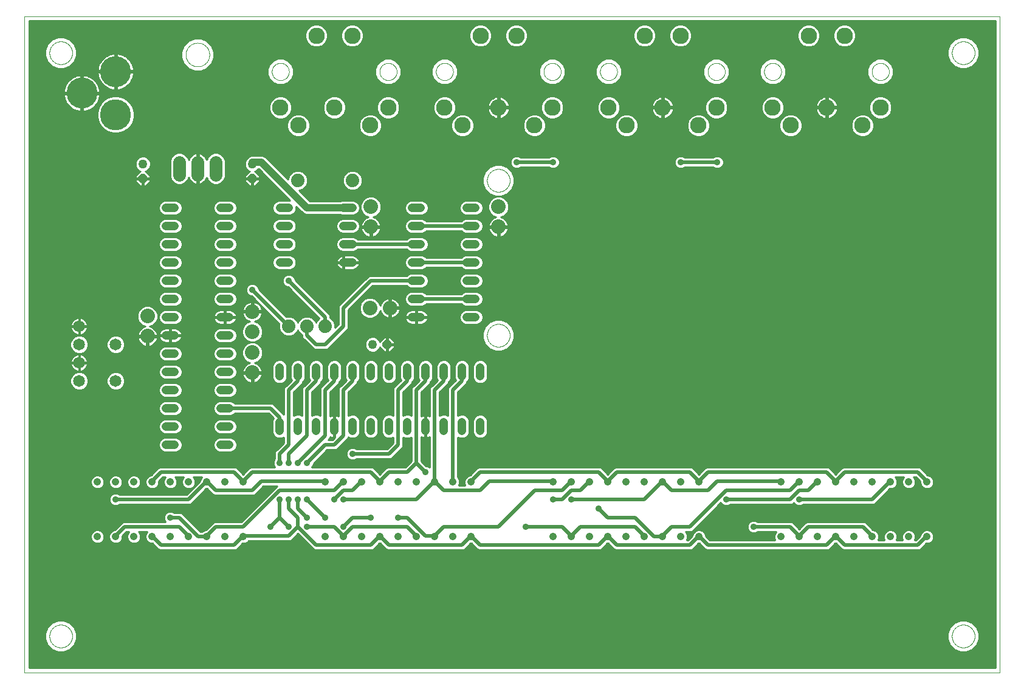
<source format=gbl>
G75*
%MOIN*%
%OFA0B0*%
%FSLAX25Y25*%
%IPPOS*%
%LPD*%
%AMOC8*
5,1,8,0,0,1.08239X$1,22.5*
%
%ADD10C,0.00000*%
%ADD11C,0.08000*%
%ADD12C,0.06500*%
%ADD13C,0.07400*%
%ADD14C,0.04800*%
%ADD15C,0.17000*%
%ADD16C,0.04134*%
%ADD17C,0.07000*%
%ADD18C,0.09000*%
%ADD19OC8,0.05000*%
%ADD20C,0.05000*%
%ADD21C,0.01000*%
%ADD22C,0.03562*%
%ADD23C,0.02000*%
%ADD24C,0.04000*%
D10*
X0001500Y0001500D02*
X0001500Y0361500D01*
X0536500Y0361500D01*
X0536500Y0001500D01*
X0001500Y0001500D01*
X0015250Y0021500D02*
X0015252Y0021658D01*
X0015258Y0021815D01*
X0015268Y0021973D01*
X0015282Y0022130D01*
X0015300Y0022286D01*
X0015321Y0022443D01*
X0015347Y0022598D01*
X0015377Y0022753D01*
X0015410Y0022907D01*
X0015448Y0023060D01*
X0015489Y0023213D01*
X0015534Y0023364D01*
X0015583Y0023514D01*
X0015636Y0023662D01*
X0015692Y0023810D01*
X0015753Y0023955D01*
X0015816Y0024100D01*
X0015884Y0024242D01*
X0015955Y0024383D01*
X0016029Y0024522D01*
X0016107Y0024659D01*
X0016189Y0024794D01*
X0016273Y0024927D01*
X0016362Y0025058D01*
X0016453Y0025186D01*
X0016548Y0025313D01*
X0016645Y0025436D01*
X0016746Y0025558D01*
X0016850Y0025676D01*
X0016957Y0025792D01*
X0017067Y0025905D01*
X0017179Y0026016D01*
X0017295Y0026123D01*
X0017413Y0026228D01*
X0017533Y0026330D01*
X0017656Y0026428D01*
X0017782Y0026524D01*
X0017910Y0026616D01*
X0018040Y0026705D01*
X0018172Y0026791D01*
X0018307Y0026873D01*
X0018444Y0026952D01*
X0018582Y0027027D01*
X0018722Y0027099D01*
X0018865Y0027167D01*
X0019008Y0027232D01*
X0019154Y0027293D01*
X0019301Y0027350D01*
X0019449Y0027404D01*
X0019599Y0027454D01*
X0019749Y0027500D01*
X0019901Y0027542D01*
X0020054Y0027581D01*
X0020208Y0027615D01*
X0020363Y0027646D01*
X0020518Y0027672D01*
X0020674Y0027695D01*
X0020831Y0027714D01*
X0020988Y0027729D01*
X0021145Y0027740D01*
X0021303Y0027747D01*
X0021461Y0027750D01*
X0021618Y0027749D01*
X0021776Y0027744D01*
X0021933Y0027735D01*
X0022091Y0027722D01*
X0022247Y0027705D01*
X0022404Y0027684D01*
X0022559Y0027660D01*
X0022714Y0027631D01*
X0022869Y0027598D01*
X0023022Y0027562D01*
X0023175Y0027521D01*
X0023326Y0027477D01*
X0023476Y0027429D01*
X0023625Y0027378D01*
X0023773Y0027322D01*
X0023919Y0027263D01*
X0024064Y0027200D01*
X0024207Y0027133D01*
X0024348Y0027063D01*
X0024487Y0026990D01*
X0024625Y0026913D01*
X0024761Y0026832D01*
X0024894Y0026748D01*
X0025025Y0026661D01*
X0025154Y0026570D01*
X0025281Y0026476D01*
X0025406Y0026379D01*
X0025527Y0026279D01*
X0025647Y0026176D01*
X0025763Y0026070D01*
X0025877Y0025961D01*
X0025989Y0025849D01*
X0026097Y0025735D01*
X0026202Y0025617D01*
X0026305Y0025497D01*
X0026404Y0025375D01*
X0026500Y0025250D01*
X0026593Y0025122D01*
X0026683Y0024993D01*
X0026769Y0024861D01*
X0026853Y0024727D01*
X0026932Y0024591D01*
X0027009Y0024453D01*
X0027081Y0024313D01*
X0027150Y0024171D01*
X0027216Y0024028D01*
X0027278Y0023883D01*
X0027336Y0023736D01*
X0027391Y0023588D01*
X0027442Y0023439D01*
X0027489Y0023288D01*
X0027532Y0023137D01*
X0027571Y0022984D01*
X0027607Y0022830D01*
X0027638Y0022676D01*
X0027666Y0022521D01*
X0027690Y0022365D01*
X0027710Y0022208D01*
X0027726Y0022051D01*
X0027738Y0021894D01*
X0027746Y0021737D01*
X0027750Y0021579D01*
X0027750Y0021421D01*
X0027746Y0021263D01*
X0027738Y0021106D01*
X0027726Y0020949D01*
X0027710Y0020792D01*
X0027690Y0020635D01*
X0027666Y0020479D01*
X0027638Y0020324D01*
X0027607Y0020170D01*
X0027571Y0020016D01*
X0027532Y0019863D01*
X0027489Y0019712D01*
X0027442Y0019561D01*
X0027391Y0019412D01*
X0027336Y0019264D01*
X0027278Y0019117D01*
X0027216Y0018972D01*
X0027150Y0018829D01*
X0027081Y0018687D01*
X0027009Y0018547D01*
X0026932Y0018409D01*
X0026853Y0018273D01*
X0026769Y0018139D01*
X0026683Y0018007D01*
X0026593Y0017878D01*
X0026500Y0017750D01*
X0026404Y0017625D01*
X0026305Y0017503D01*
X0026202Y0017383D01*
X0026097Y0017265D01*
X0025989Y0017151D01*
X0025877Y0017039D01*
X0025763Y0016930D01*
X0025647Y0016824D01*
X0025527Y0016721D01*
X0025406Y0016621D01*
X0025281Y0016524D01*
X0025154Y0016430D01*
X0025025Y0016339D01*
X0024894Y0016252D01*
X0024761Y0016168D01*
X0024625Y0016087D01*
X0024487Y0016010D01*
X0024348Y0015937D01*
X0024207Y0015867D01*
X0024064Y0015800D01*
X0023919Y0015737D01*
X0023773Y0015678D01*
X0023625Y0015622D01*
X0023476Y0015571D01*
X0023326Y0015523D01*
X0023175Y0015479D01*
X0023022Y0015438D01*
X0022869Y0015402D01*
X0022714Y0015369D01*
X0022559Y0015340D01*
X0022404Y0015316D01*
X0022247Y0015295D01*
X0022091Y0015278D01*
X0021933Y0015265D01*
X0021776Y0015256D01*
X0021618Y0015251D01*
X0021461Y0015250D01*
X0021303Y0015253D01*
X0021145Y0015260D01*
X0020988Y0015271D01*
X0020831Y0015286D01*
X0020674Y0015305D01*
X0020518Y0015328D01*
X0020363Y0015354D01*
X0020208Y0015385D01*
X0020054Y0015419D01*
X0019901Y0015458D01*
X0019749Y0015500D01*
X0019599Y0015546D01*
X0019449Y0015596D01*
X0019301Y0015650D01*
X0019154Y0015707D01*
X0019008Y0015768D01*
X0018865Y0015833D01*
X0018722Y0015901D01*
X0018582Y0015973D01*
X0018444Y0016048D01*
X0018307Y0016127D01*
X0018172Y0016209D01*
X0018040Y0016295D01*
X0017910Y0016384D01*
X0017782Y0016476D01*
X0017656Y0016572D01*
X0017533Y0016670D01*
X0017413Y0016772D01*
X0017295Y0016877D01*
X0017179Y0016984D01*
X0017067Y0017095D01*
X0016957Y0017208D01*
X0016850Y0017324D01*
X0016746Y0017442D01*
X0016645Y0017564D01*
X0016548Y0017687D01*
X0016453Y0017814D01*
X0016362Y0017942D01*
X0016273Y0018073D01*
X0016189Y0018206D01*
X0016107Y0018341D01*
X0016029Y0018478D01*
X0015955Y0018617D01*
X0015884Y0018758D01*
X0015816Y0018900D01*
X0015753Y0019045D01*
X0015692Y0019190D01*
X0015636Y0019338D01*
X0015583Y0019486D01*
X0015534Y0019636D01*
X0015489Y0019787D01*
X0015448Y0019940D01*
X0015410Y0020093D01*
X0015377Y0020247D01*
X0015347Y0020402D01*
X0015321Y0020557D01*
X0015300Y0020714D01*
X0015282Y0020870D01*
X0015268Y0021027D01*
X0015258Y0021185D01*
X0015252Y0021342D01*
X0015250Y0021500D01*
X0255250Y0186500D02*
X0255252Y0186658D01*
X0255258Y0186815D01*
X0255268Y0186973D01*
X0255282Y0187130D01*
X0255300Y0187286D01*
X0255321Y0187443D01*
X0255347Y0187598D01*
X0255377Y0187753D01*
X0255410Y0187907D01*
X0255448Y0188060D01*
X0255489Y0188213D01*
X0255534Y0188364D01*
X0255583Y0188514D01*
X0255636Y0188662D01*
X0255692Y0188810D01*
X0255753Y0188955D01*
X0255816Y0189100D01*
X0255884Y0189242D01*
X0255955Y0189383D01*
X0256029Y0189522D01*
X0256107Y0189659D01*
X0256189Y0189794D01*
X0256273Y0189927D01*
X0256362Y0190058D01*
X0256453Y0190186D01*
X0256548Y0190313D01*
X0256645Y0190436D01*
X0256746Y0190558D01*
X0256850Y0190676D01*
X0256957Y0190792D01*
X0257067Y0190905D01*
X0257179Y0191016D01*
X0257295Y0191123D01*
X0257413Y0191228D01*
X0257533Y0191330D01*
X0257656Y0191428D01*
X0257782Y0191524D01*
X0257910Y0191616D01*
X0258040Y0191705D01*
X0258172Y0191791D01*
X0258307Y0191873D01*
X0258444Y0191952D01*
X0258582Y0192027D01*
X0258722Y0192099D01*
X0258865Y0192167D01*
X0259008Y0192232D01*
X0259154Y0192293D01*
X0259301Y0192350D01*
X0259449Y0192404D01*
X0259599Y0192454D01*
X0259749Y0192500D01*
X0259901Y0192542D01*
X0260054Y0192581D01*
X0260208Y0192615D01*
X0260363Y0192646D01*
X0260518Y0192672D01*
X0260674Y0192695D01*
X0260831Y0192714D01*
X0260988Y0192729D01*
X0261145Y0192740D01*
X0261303Y0192747D01*
X0261461Y0192750D01*
X0261618Y0192749D01*
X0261776Y0192744D01*
X0261933Y0192735D01*
X0262091Y0192722D01*
X0262247Y0192705D01*
X0262404Y0192684D01*
X0262559Y0192660D01*
X0262714Y0192631D01*
X0262869Y0192598D01*
X0263022Y0192562D01*
X0263175Y0192521D01*
X0263326Y0192477D01*
X0263476Y0192429D01*
X0263625Y0192378D01*
X0263773Y0192322D01*
X0263919Y0192263D01*
X0264064Y0192200D01*
X0264207Y0192133D01*
X0264348Y0192063D01*
X0264487Y0191990D01*
X0264625Y0191913D01*
X0264761Y0191832D01*
X0264894Y0191748D01*
X0265025Y0191661D01*
X0265154Y0191570D01*
X0265281Y0191476D01*
X0265406Y0191379D01*
X0265527Y0191279D01*
X0265647Y0191176D01*
X0265763Y0191070D01*
X0265877Y0190961D01*
X0265989Y0190849D01*
X0266097Y0190735D01*
X0266202Y0190617D01*
X0266305Y0190497D01*
X0266404Y0190375D01*
X0266500Y0190250D01*
X0266593Y0190122D01*
X0266683Y0189993D01*
X0266769Y0189861D01*
X0266853Y0189727D01*
X0266932Y0189591D01*
X0267009Y0189453D01*
X0267081Y0189313D01*
X0267150Y0189171D01*
X0267216Y0189028D01*
X0267278Y0188883D01*
X0267336Y0188736D01*
X0267391Y0188588D01*
X0267442Y0188439D01*
X0267489Y0188288D01*
X0267532Y0188137D01*
X0267571Y0187984D01*
X0267607Y0187830D01*
X0267638Y0187676D01*
X0267666Y0187521D01*
X0267690Y0187365D01*
X0267710Y0187208D01*
X0267726Y0187051D01*
X0267738Y0186894D01*
X0267746Y0186737D01*
X0267750Y0186579D01*
X0267750Y0186421D01*
X0267746Y0186263D01*
X0267738Y0186106D01*
X0267726Y0185949D01*
X0267710Y0185792D01*
X0267690Y0185635D01*
X0267666Y0185479D01*
X0267638Y0185324D01*
X0267607Y0185170D01*
X0267571Y0185016D01*
X0267532Y0184863D01*
X0267489Y0184712D01*
X0267442Y0184561D01*
X0267391Y0184412D01*
X0267336Y0184264D01*
X0267278Y0184117D01*
X0267216Y0183972D01*
X0267150Y0183829D01*
X0267081Y0183687D01*
X0267009Y0183547D01*
X0266932Y0183409D01*
X0266853Y0183273D01*
X0266769Y0183139D01*
X0266683Y0183007D01*
X0266593Y0182878D01*
X0266500Y0182750D01*
X0266404Y0182625D01*
X0266305Y0182503D01*
X0266202Y0182383D01*
X0266097Y0182265D01*
X0265989Y0182151D01*
X0265877Y0182039D01*
X0265763Y0181930D01*
X0265647Y0181824D01*
X0265527Y0181721D01*
X0265406Y0181621D01*
X0265281Y0181524D01*
X0265154Y0181430D01*
X0265025Y0181339D01*
X0264894Y0181252D01*
X0264761Y0181168D01*
X0264625Y0181087D01*
X0264487Y0181010D01*
X0264348Y0180937D01*
X0264207Y0180867D01*
X0264064Y0180800D01*
X0263919Y0180737D01*
X0263773Y0180678D01*
X0263625Y0180622D01*
X0263476Y0180571D01*
X0263326Y0180523D01*
X0263175Y0180479D01*
X0263022Y0180438D01*
X0262869Y0180402D01*
X0262714Y0180369D01*
X0262559Y0180340D01*
X0262404Y0180316D01*
X0262247Y0180295D01*
X0262091Y0180278D01*
X0261933Y0180265D01*
X0261776Y0180256D01*
X0261618Y0180251D01*
X0261461Y0180250D01*
X0261303Y0180253D01*
X0261145Y0180260D01*
X0260988Y0180271D01*
X0260831Y0180286D01*
X0260674Y0180305D01*
X0260518Y0180328D01*
X0260363Y0180354D01*
X0260208Y0180385D01*
X0260054Y0180419D01*
X0259901Y0180458D01*
X0259749Y0180500D01*
X0259599Y0180546D01*
X0259449Y0180596D01*
X0259301Y0180650D01*
X0259154Y0180707D01*
X0259008Y0180768D01*
X0258865Y0180833D01*
X0258722Y0180901D01*
X0258582Y0180973D01*
X0258444Y0181048D01*
X0258307Y0181127D01*
X0258172Y0181209D01*
X0258040Y0181295D01*
X0257910Y0181384D01*
X0257782Y0181476D01*
X0257656Y0181572D01*
X0257533Y0181670D01*
X0257413Y0181772D01*
X0257295Y0181877D01*
X0257179Y0181984D01*
X0257067Y0182095D01*
X0256957Y0182208D01*
X0256850Y0182324D01*
X0256746Y0182442D01*
X0256645Y0182564D01*
X0256548Y0182687D01*
X0256453Y0182814D01*
X0256362Y0182942D01*
X0256273Y0183073D01*
X0256189Y0183206D01*
X0256107Y0183341D01*
X0256029Y0183478D01*
X0255955Y0183617D01*
X0255884Y0183758D01*
X0255816Y0183900D01*
X0255753Y0184045D01*
X0255692Y0184190D01*
X0255636Y0184338D01*
X0255583Y0184486D01*
X0255534Y0184636D01*
X0255489Y0184787D01*
X0255448Y0184940D01*
X0255410Y0185093D01*
X0255377Y0185247D01*
X0255347Y0185402D01*
X0255321Y0185557D01*
X0255300Y0185714D01*
X0255282Y0185870D01*
X0255268Y0186027D01*
X0255258Y0186185D01*
X0255252Y0186342D01*
X0255250Y0186500D01*
X0255250Y0271500D02*
X0255252Y0271658D01*
X0255258Y0271815D01*
X0255268Y0271973D01*
X0255282Y0272130D01*
X0255300Y0272286D01*
X0255321Y0272443D01*
X0255347Y0272598D01*
X0255377Y0272753D01*
X0255410Y0272907D01*
X0255448Y0273060D01*
X0255489Y0273213D01*
X0255534Y0273364D01*
X0255583Y0273514D01*
X0255636Y0273662D01*
X0255692Y0273810D01*
X0255753Y0273955D01*
X0255816Y0274100D01*
X0255884Y0274242D01*
X0255955Y0274383D01*
X0256029Y0274522D01*
X0256107Y0274659D01*
X0256189Y0274794D01*
X0256273Y0274927D01*
X0256362Y0275058D01*
X0256453Y0275186D01*
X0256548Y0275313D01*
X0256645Y0275436D01*
X0256746Y0275558D01*
X0256850Y0275676D01*
X0256957Y0275792D01*
X0257067Y0275905D01*
X0257179Y0276016D01*
X0257295Y0276123D01*
X0257413Y0276228D01*
X0257533Y0276330D01*
X0257656Y0276428D01*
X0257782Y0276524D01*
X0257910Y0276616D01*
X0258040Y0276705D01*
X0258172Y0276791D01*
X0258307Y0276873D01*
X0258444Y0276952D01*
X0258582Y0277027D01*
X0258722Y0277099D01*
X0258865Y0277167D01*
X0259008Y0277232D01*
X0259154Y0277293D01*
X0259301Y0277350D01*
X0259449Y0277404D01*
X0259599Y0277454D01*
X0259749Y0277500D01*
X0259901Y0277542D01*
X0260054Y0277581D01*
X0260208Y0277615D01*
X0260363Y0277646D01*
X0260518Y0277672D01*
X0260674Y0277695D01*
X0260831Y0277714D01*
X0260988Y0277729D01*
X0261145Y0277740D01*
X0261303Y0277747D01*
X0261461Y0277750D01*
X0261618Y0277749D01*
X0261776Y0277744D01*
X0261933Y0277735D01*
X0262091Y0277722D01*
X0262247Y0277705D01*
X0262404Y0277684D01*
X0262559Y0277660D01*
X0262714Y0277631D01*
X0262869Y0277598D01*
X0263022Y0277562D01*
X0263175Y0277521D01*
X0263326Y0277477D01*
X0263476Y0277429D01*
X0263625Y0277378D01*
X0263773Y0277322D01*
X0263919Y0277263D01*
X0264064Y0277200D01*
X0264207Y0277133D01*
X0264348Y0277063D01*
X0264487Y0276990D01*
X0264625Y0276913D01*
X0264761Y0276832D01*
X0264894Y0276748D01*
X0265025Y0276661D01*
X0265154Y0276570D01*
X0265281Y0276476D01*
X0265406Y0276379D01*
X0265527Y0276279D01*
X0265647Y0276176D01*
X0265763Y0276070D01*
X0265877Y0275961D01*
X0265989Y0275849D01*
X0266097Y0275735D01*
X0266202Y0275617D01*
X0266305Y0275497D01*
X0266404Y0275375D01*
X0266500Y0275250D01*
X0266593Y0275122D01*
X0266683Y0274993D01*
X0266769Y0274861D01*
X0266853Y0274727D01*
X0266932Y0274591D01*
X0267009Y0274453D01*
X0267081Y0274313D01*
X0267150Y0274171D01*
X0267216Y0274028D01*
X0267278Y0273883D01*
X0267336Y0273736D01*
X0267391Y0273588D01*
X0267442Y0273439D01*
X0267489Y0273288D01*
X0267532Y0273137D01*
X0267571Y0272984D01*
X0267607Y0272830D01*
X0267638Y0272676D01*
X0267666Y0272521D01*
X0267690Y0272365D01*
X0267710Y0272208D01*
X0267726Y0272051D01*
X0267738Y0271894D01*
X0267746Y0271737D01*
X0267750Y0271579D01*
X0267750Y0271421D01*
X0267746Y0271263D01*
X0267738Y0271106D01*
X0267726Y0270949D01*
X0267710Y0270792D01*
X0267690Y0270635D01*
X0267666Y0270479D01*
X0267638Y0270324D01*
X0267607Y0270170D01*
X0267571Y0270016D01*
X0267532Y0269863D01*
X0267489Y0269712D01*
X0267442Y0269561D01*
X0267391Y0269412D01*
X0267336Y0269264D01*
X0267278Y0269117D01*
X0267216Y0268972D01*
X0267150Y0268829D01*
X0267081Y0268687D01*
X0267009Y0268547D01*
X0266932Y0268409D01*
X0266853Y0268273D01*
X0266769Y0268139D01*
X0266683Y0268007D01*
X0266593Y0267878D01*
X0266500Y0267750D01*
X0266404Y0267625D01*
X0266305Y0267503D01*
X0266202Y0267383D01*
X0266097Y0267265D01*
X0265989Y0267151D01*
X0265877Y0267039D01*
X0265763Y0266930D01*
X0265647Y0266824D01*
X0265527Y0266721D01*
X0265406Y0266621D01*
X0265281Y0266524D01*
X0265154Y0266430D01*
X0265025Y0266339D01*
X0264894Y0266252D01*
X0264761Y0266168D01*
X0264625Y0266087D01*
X0264487Y0266010D01*
X0264348Y0265937D01*
X0264207Y0265867D01*
X0264064Y0265800D01*
X0263919Y0265737D01*
X0263773Y0265678D01*
X0263625Y0265622D01*
X0263476Y0265571D01*
X0263326Y0265523D01*
X0263175Y0265479D01*
X0263022Y0265438D01*
X0262869Y0265402D01*
X0262714Y0265369D01*
X0262559Y0265340D01*
X0262404Y0265316D01*
X0262247Y0265295D01*
X0262091Y0265278D01*
X0261933Y0265265D01*
X0261776Y0265256D01*
X0261618Y0265251D01*
X0261461Y0265250D01*
X0261303Y0265253D01*
X0261145Y0265260D01*
X0260988Y0265271D01*
X0260831Y0265286D01*
X0260674Y0265305D01*
X0260518Y0265328D01*
X0260363Y0265354D01*
X0260208Y0265385D01*
X0260054Y0265419D01*
X0259901Y0265458D01*
X0259749Y0265500D01*
X0259599Y0265546D01*
X0259449Y0265596D01*
X0259301Y0265650D01*
X0259154Y0265707D01*
X0259008Y0265768D01*
X0258865Y0265833D01*
X0258722Y0265901D01*
X0258582Y0265973D01*
X0258444Y0266048D01*
X0258307Y0266127D01*
X0258172Y0266209D01*
X0258040Y0266295D01*
X0257910Y0266384D01*
X0257782Y0266476D01*
X0257656Y0266572D01*
X0257533Y0266670D01*
X0257413Y0266772D01*
X0257295Y0266877D01*
X0257179Y0266984D01*
X0257067Y0267095D01*
X0256957Y0267208D01*
X0256850Y0267324D01*
X0256746Y0267442D01*
X0256645Y0267564D01*
X0256548Y0267687D01*
X0256453Y0267814D01*
X0256362Y0267942D01*
X0256273Y0268073D01*
X0256189Y0268206D01*
X0256107Y0268341D01*
X0256029Y0268478D01*
X0255955Y0268617D01*
X0255884Y0268758D01*
X0255816Y0268900D01*
X0255753Y0269045D01*
X0255692Y0269190D01*
X0255636Y0269338D01*
X0255583Y0269486D01*
X0255534Y0269636D01*
X0255489Y0269787D01*
X0255448Y0269940D01*
X0255410Y0270093D01*
X0255377Y0270247D01*
X0255347Y0270402D01*
X0255321Y0270557D01*
X0255300Y0270714D01*
X0255282Y0270870D01*
X0255268Y0271027D01*
X0255258Y0271185D01*
X0255252Y0271342D01*
X0255250Y0271500D01*
X0227250Y0331200D02*
X0227252Y0331337D01*
X0227258Y0331473D01*
X0227268Y0331610D01*
X0227282Y0331746D01*
X0227300Y0331881D01*
X0227321Y0332016D01*
X0227347Y0332150D01*
X0227377Y0332284D01*
X0227410Y0332416D01*
X0227447Y0332548D01*
X0227489Y0332678D01*
X0227533Y0332807D01*
X0227582Y0332935D01*
X0227634Y0333062D01*
X0227690Y0333186D01*
X0227750Y0333309D01*
X0227813Y0333431D01*
X0227880Y0333550D01*
X0227950Y0333667D01*
X0228023Y0333783D01*
X0228100Y0333896D01*
X0228180Y0334007D01*
X0228263Y0334115D01*
X0228350Y0334221D01*
X0228439Y0334325D01*
X0228531Y0334425D01*
X0228627Y0334523D01*
X0228725Y0334619D01*
X0228825Y0334711D01*
X0228929Y0334800D01*
X0229035Y0334887D01*
X0229143Y0334970D01*
X0229254Y0335050D01*
X0229367Y0335127D01*
X0229483Y0335200D01*
X0229600Y0335270D01*
X0229719Y0335337D01*
X0229841Y0335400D01*
X0229964Y0335460D01*
X0230088Y0335516D01*
X0230215Y0335568D01*
X0230343Y0335617D01*
X0230472Y0335661D01*
X0230602Y0335703D01*
X0230734Y0335740D01*
X0230866Y0335773D01*
X0231000Y0335803D01*
X0231134Y0335829D01*
X0231269Y0335850D01*
X0231404Y0335868D01*
X0231540Y0335882D01*
X0231677Y0335892D01*
X0231813Y0335898D01*
X0231950Y0335900D01*
X0232087Y0335898D01*
X0232223Y0335892D01*
X0232360Y0335882D01*
X0232496Y0335868D01*
X0232631Y0335850D01*
X0232766Y0335829D01*
X0232900Y0335803D01*
X0233034Y0335773D01*
X0233166Y0335740D01*
X0233298Y0335703D01*
X0233428Y0335661D01*
X0233557Y0335617D01*
X0233685Y0335568D01*
X0233812Y0335516D01*
X0233936Y0335460D01*
X0234059Y0335400D01*
X0234181Y0335337D01*
X0234300Y0335270D01*
X0234417Y0335200D01*
X0234533Y0335127D01*
X0234646Y0335050D01*
X0234757Y0334970D01*
X0234865Y0334887D01*
X0234971Y0334800D01*
X0235075Y0334711D01*
X0235175Y0334619D01*
X0235273Y0334523D01*
X0235369Y0334425D01*
X0235461Y0334325D01*
X0235550Y0334221D01*
X0235637Y0334115D01*
X0235720Y0334007D01*
X0235800Y0333896D01*
X0235877Y0333783D01*
X0235950Y0333667D01*
X0236020Y0333550D01*
X0236087Y0333431D01*
X0236150Y0333309D01*
X0236210Y0333186D01*
X0236266Y0333062D01*
X0236318Y0332935D01*
X0236367Y0332807D01*
X0236411Y0332678D01*
X0236453Y0332548D01*
X0236490Y0332416D01*
X0236523Y0332284D01*
X0236553Y0332150D01*
X0236579Y0332016D01*
X0236600Y0331881D01*
X0236618Y0331746D01*
X0236632Y0331610D01*
X0236642Y0331473D01*
X0236648Y0331337D01*
X0236650Y0331200D01*
X0236648Y0331063D01*
X0236642Y0330927D01*
X0236632Y0330790D01*
X0236618Y0330654D01*
X0236600Y0330519D01*
X0236579Y0330384D01*
X0236553Y0330250D01*
X0236523Y0330116D01*
X0236490Y0329984D01*
X0236453Y0329852D01*
X0236411Y0329722D01*
X0236367Y0329593D01*
X0236318Y0329465D01*
X0236266Y0329338D01*
X0236210Y0329214D01*
X0236150Y0329091D01*
X0236087Y0328969D01*
X0236020Y0328850D01*
X0235950Y0328733D01*
X0235877Y0328617D01*
X0235800Y0328504D01*
X0235720Y0328393D01*
X0235637Y0328285D01*
X0235550Y0328179D01*
X0235461Y0328075D01*
X0235369Y0327975D01*
X0235273Y0327877D01*
X0235175Y0327781D01*
X0235075Y0327689D01*
X0234971Y0327600D01*
X0234865Y0327513D01*
X0234757Y0327430D01*
X0234646Y0327350D01*
X0234533Y0327273D01*
X0234417Y0327200D01*
X0234300Y0327130D01*
X0234181Y0327063D01*
X0234059Y0327000D01*
X0233936Y0326940D01*
X0233812Y0326884D01*
X0233685Y0326832D01*
X0233557Y0326783D01*
X0233428Y0326739D01*
X0233298Y0326697D01*
X0233166Y0326660D01*
X0233034Y0326627D01*
X0232900Y0326597D01*
X0232766Y0326571D01*
X0232631Y0326550D01*
X0232496Y0326532D01*
X0232360Y0326518D01*
X0232223Y0326508D01*
X0232087Y0326502D01*
X0231950Y0326500D01*
X0231813Y0326502D01*
X0231677Y0326508D01*
X0231540Y0326518D01*
X0231404Y0326532D01*
X0231269Y0326550D01*
X0231134Y0326571D01*
X0231000Y0326597D01*
X0230866Y0326627D01*
X0230734Y0326660D01*
X0230602Y0326697D01*
X0230472Y0326739D01*
X0230343Y0326783D01*
X0230215Y0326832D01*
X0230088Y0326884D01*
X0229964Y0326940D01*
X0229841Y0327000D01*
X0229719Y0327063D01*
X0229600Y0327130D01*
X0229483Y0327200D01*
X0229367Y0327273D01*
X0229254Y0327350D01*
X0229143Y0327430D01*
X0229035Y0327513D01*
X0228929Y0327600D01*
X0228825Y0327689D01*
X0228725Y0327781D01*
X0228627Y0327877D01*
X0228531Y0327975D01*
X0228439Y0328075D01*
X0228350Y0328179D01*
X0228263Y0328285D01*
X0228180Y0328393D01*
X0228100Y0328504D01*
X0228023Y0328617D01*
X0227950Y0328733D01*
X0227880Y0328850D01*
X0227813Y0328969D01*
X0227750Y0329091D01*
X0227690Y0329214D01*
X0227634Y0329338D01*
X0227582Y0329465D01*
X0227533Y0329593D01*
X0227489Y0329722D01*
X0227447Y0329852D01*
X0227410Y0329984D01*
X0227377Y0330116D01*
X0227347Y0330250D01*
X0227321Y0330384D01*
X0227300Y0330519D01*
X0227282Y0330654D01*
X0227268Y0330790D01*
X0227258Y0330927D01*
X0227252Y0331063D01*
X0227250Y0331200D01*
X0196350Y0331200D02*
X0196352Y0331337D01*
X0196358Y0331473D01*
X0196368Y0331610D01*
X0196382Y0331746D01*
X0196400Y0331881D01*
X0196421Y0332016D01*
X0196447Y0332150D01*
X0196477Y0332284D01*
X0196510Y0332416D01*
X0196547Y0332548D01*
X0196589Y0332678D01*
X0196633Y0332807D01*
X0196682Y0332935D01*
X0196734Y0333062D01*
X0196790Y0333186D01*
X0196850Y0333309D01*
X0196913Y0333431D01*
X0196980Y0333550D01*
X0197050Y0333667D01*
X0197123Y0333783D01*
X0197200Y0333896D01*
X0197280Y0334007D01*
X0197363Y0334115D01*
X0197450Y0334221D01*
X0197539Y0334325D01*
X0197631Y0334425D01*
X0197727Y0334523D01*
X0197825Y0334619D01*
X0197925Y0334711D01*
X0198029Y0334800D01*
X0198135Y0334887D01*
X0198243Y0334970D01*
X0198354Y0335050D01*
X0198467Y0335127D01*
X0198583Y0335200D01*
X0198700Y0335270D01*
X0198819Y0335337D01*
X0198941Y0335400D01*
X0199064Y0335460D01*
X0199188Y0335516D01*
X0199315Y0335568D01*
X0199443Y0335617D01*
X0199572Y0335661D01*
X0199702Y0335703D01*
X0199834Y0335740D01*
X0199966Y0335773D01*
X0200100Y0335803D01*
X0200234Y0335829D01*
X0200369Y0335850D01*
X0200504Y0335868D01*
X0200640Y0335882D01*
X0200777Y0335892D01*
X0200913Y0335898D01*
X0201050Y0335900D01*
X0201187Y0335898D01*
X0201323Y0335892D01*
X0201460Y0335882D01*
X0201596Y0335868D01*
X0201731Y0335850D01*
X0201866Y0335829D01*
X0202000Y0335803D01*
X0202134Y0335773D01*
X0202266Y0335740D01*
X0202398Y0335703D01*
X0202528Y0335661D01*
X0202657Y0335617D01*
X0202785Y0335568D01*
X0202912Y0335516D01*
X0203036Y0335460D01*
X0203159Y0335400D01*
X0203281Y0335337D01*
X0203400Y0335270D01*
X0203517Y0335200D01*
X0203633Y0335127D01*
X0203746Y0335050D01*
X0203857Y0334970D01*
X0203965Y0334887D01*
X0204071Y0334800D01*
X0204175Y0334711D01*
X0204275Y0334619D01*
X0204373Y0334523D01*
X0204469Y0334425D01*
X0204561Y0334325D01*
X0204650Y0334221D01*
X0204737Y0334115D01*
X0204820Y0334007D01*
X0204900Y0333896D01*
X0204977Y0333783D01*
X0205050Y0333667D01*
X0205120Y0333550D01*
X0205187Y0333431D01*
X0205250Y0333309D01*
X0205310Y0333186D01*
X0205366Y0333062D01*
X0205418Y0332935D01*
X0205467Y0332807D01*
X0205511Y0332678D01*
X0205553Y0332548D01*
X0205590Y0332416D01*
X0205623Y0332284D01*
X0205653Y0332150D01*
X0205679Y0332016D01*
X0205700Y0331881D01*
X0205718Y0331746D01*
X0205732Y0331610D01*
X0205742Y0331473D01*
X0205748Y0331337D01*
X0205750Y0331200D01*
X0205748Y0331063D01*
X0205742Y0330927D01*
X0205732Y0330790D01*
X0205718Y0330654D01*
X0205700Y0330519D01*
X0205679Y0330384D01*
X0205653Y0330250D01*
X0205623Y0330116D01*
X0205590Y0329984D01*
X0205553Y0329852D01*
X0205511Y0329722D01*
X0205467Y0329593D01*
X0205418Y0329465D01*
X0205366Y0329338D01*
X0205310Y0329214D01*
X0205250Y0329091D01*
X0205187Y0328969D01*
X0205120Y0328850D01*
X0205050Y0328733D01*
X0204977Y0328617D01*
X0204900Y0328504D01*
X0204820Y0328393D01*
X0204737Y0328285D01*
X0204650Y0328179D01*
X0204561Y0328075D01*
X0204469Y0327975D01*
X0204373Y0327877D01*
X0204275Y0327781D01*
X0204175Y0327689D01*
X0204071Y0327600D01*
X0203965Y0327513D01*
X0203857Y0327430D01*
X0203746Y0327350D01*
X0203633Y0327273D01*
X0203517Y0327200D01*
X0203400Y0327130D01*
X0203281Y0327063D01*
X0203159Y0327000D01*
X0203036Y0326940D01*
X0202912Y0326884D01*
X0202785Y0326832D01*
X0202657Y0326783D01*
X0202528Y0326739D01*
X0202398Y0326697D01*
X0202266Y0326660D01*
X0202134Y0326627D01*
X0202000Y0326597D01*
X0201866Y0326571D01*
X0201731Y0326550D01*
X0201596Y0326532D01*
X0201460Y0326518D01*
X0201323Y0326508D01*
X0201187Y0326502D01*
X0201050Y0326500D01*
X0200913Y0326502D01*
X0200777Y0326508D01*
X0200640Y0326518D01*
X0200504Y0326532D01*
X0200369Y0326550D01*
X0200234Y0326571D01*
X0200100Y0326597D01*
X0199966Y0326627D01*
X0199834Y0326660D01*
X0199702Y0326697D01*
X0199572Y0326739D01*
X0199443Y0326783D01*
X0199315Y0326832D01*
X0199188Y0326884D01*
X0199064Y0326940D01*
X0198941Y0327000D01*
X0198819Y0327063D01*
X0198700Y0327130D01*
X0198583Y0327200D01*
X0198467Y0327273D01*
X0198354Y0327350D01*
X0198243Y0327430D01*
X0198135Y0327513D01*
X0198029Y0327600D01*
X0197925Y0327689D01*
X0197825Y0327781D01*
X0197727Y0327877D01*
X0197631Y0327975D01*
X0197539Y0328075D01*
X0197450Y0328179D01*
X0197363Y0328285D01*
X0197280Y0328393D01*
X0197200Y0328504D01*
X0197123Y0328617D01*
X0197050Y0328733D01*
X0196980Y0328850D01*
X0196913Y0328969D01*
X0196850Y0329091D01*
X0196790Y0329214D01*
X0196734Y0329338D01*
X0196682Y0329465D01*
X0196633Y0329593D01*
X0196589Y0329722D01*
X0196547Y0329852D01*
X0196510Y0329984D01*
X0196477Y0330116D01*
X0196447Y0330250D01*
X0196421Y0330384D01*
X0196400Y0330519D01*
X0196382Y0330654D01*
X0196368Y0330790D01*
X0196358Y0330927D01*
X0196352Y0331063D01*
X0196350Y0331200D01*
X0137250Y0331200D02*
X0137252Y0331337D01*
X0137258Y0331473D01*
X0137268Y0331610D01*
X0137282Y0331746D01*
X0137300Y0331881D01*
X0137321Y0332016D01*
X0137347Y0332150D01*
X0137377Y0332284D01*
X0137410Y0332416D01*
X0137447Y0332548D01*
X0137489Y0332678D01*
X0137533Y0332807D01*
X0137582Y0332935D01*
X0137634Y0333062D01*
X0137690Y0333186D01*
X0137750Y0333309D01*
X0137813Y0333431D01*
X0137880Y0333550D01*
X0137950Y0333667D01*
X0138023Y0333783D01*
X0138100Y0333896D01*
X0138180Y0334007D01*
X0138263Y0334115D01*
X0138350Y0334221D01*
X0138439Y0334325D01*
X0138531Y0334425D01*
X0138627Y0334523D01*
X0138725Y0334619D01*
X0138825Y0334711D01*
X0138929Y0334800D01*
X0139035Y0334887D01*
X0139143Y0334970D01*
X0139254Y0335050D01*
X0139367Y0335127D01*
X0139483Y0335200D01*
X0139600Y0335270D01*
X0139719Y0335337D01*
X0139841Y0335400D01*
X0139964Y0335460D01*
X0140088Y0335516D01*
X0140215Y0335568D01*
X0140343Y0335617D01*
X0140472Y0335661D01*
X0140602Y0335703D01*
X0140734Y0335740D01*
X0140866Y0335773D01*
X0141000Y0335803D01*
X0141134Y0335829D01*
X0141269Y0335850D01*
X0141404Y0335868D01*
X0141540Y0335882D01*
X0141677Y0335892D01*
X0141813Y0335898D01*
X0141950Y0335900D01*
X0142087Y0335898D01*
X0142223Y0335892D01*
X0142360Y0335882D01*
X0142496Y0335868D01*
X0142631Y0335850D01*
X0142766Y0335829D01*
X0142900Y0335803D01*
X0143034Y0335773D01*
X0143166Y0335740D01*
X0143298Y0335703D01*
X0143428Y0335661D01*
X0143557Y0335617D01*
X0143685Y0335568D01*
X0143812Y0335516D01*
X0143936Y0335460D01*
X0144059Y0335400D01*
X0144181Y0335337D01*
X0144300Y0335270D01*
X0144417Y0335200D01*
X0144533Y0335127D01*
X0144646Y0335050D01*
X0144757Y0334970D01*
X0144865Y0334887D01*
X0144971Y0334800D01*
X0145075Y0334711D01*
X0145175Y0334619D01*
X0145273Y0334523D01*
X0145369Y0334425D01*
X0145461Y0334325D01*
X0145550Y0334221D01*
X0145637Y0334115D01*
X0145720Y0334007D01*
X0145800Y0333896D01*
X0145877Y0333783D01*
X0145950Y0333667D01*
X0146020Y0333550D01*
X0146087Y0333431D01*
X0146150Y0333309D01*
X0146210Y0333186D01*
X0146266Y0333062D01*
X0146318Y0332935D01*
X0146367Y0332807D01*
X0146411Y0332678D01*
X0146453Y0332548D01*
X0146490Y0332416D01*
X0146523Y0332284D01*
X0146553Y0332150D01*
X0146579Y0332016D01*
X0146600Y0331881D01*
X0146618Y0331746D01*
X0146632Y0331610D01*
X0146642Y0331473D01*
X0146648Y0331337D01*
X0146650Y0331200D01*
X0146648Y0331063D01*
X0146642Y0330927D01*
X0146632Y0330790D01*
X0146618Y0330654D01*
X0146600Y0330519D01*
X0146579Y0330384D01*
X0146553Y0330250D01*
X0146523Y0330116D01*
X0146490Y0329984D01*
X0146453Y0329852D01*
X0146411Y0329722D01*
X0146367Y0329593D01*
X0146318Y0329465D01*
X0146266Y0329338D01*
X0146210Y0329214D01*
X0146150Y0329091D01*
X0146087Y0328969D01*
X0146020Y0328850D01*
X0145950Y0328733D01*
X0145877Y0328617D01*
X0145800Y0328504D01*
X0145720Y0328393D01*
X0145637Y0328285D01*
X0145550Y0328179D01*
X0145461Y0328075D01*
X0145369Y0327975D01*
X0145273Y0327877D01*
X0145175Y0327781D01*
X0145075Y0327689D01*
X0144971Y0327600D01*
X0144865Y0327513D01*
X0144757Y0327430D01*
X0144646Y0327350D01*
X0144533Y0327273D01*
X0144417Y0327200D01*
X0144300Y0327130D01*
X0144181Y0327063D01*
X0144059Y0327000D01*
X0143936Y0326940D01*
X0143812Y0326884D01*
X0143685Y0326832D01*
X0143557Y0326783D01*
X0143428Y0326739D01*
X0143298Y0326697D01*
X0143166Y0326660D01*
X0143034Y0326627D01*
X0142900Y0326597D01*
X0142766Y0326571D01*
X0142631Y0326550D01*
X0142496Y0326532D01*
X0142360Y0326518D01*
X0142223Y0326508D01*
X0142087Y0326502D01*
X0141950Y0326500D01*
X0141813Y0326502D01*
X0141677Y0326508D01*
X0141540Y0326518D01*
X0141404Y0326532D01*
X0141269Y0326550D01*
X0141134Y0326571D01*
X0141000Y0326597D01*
X0140866Y0326627D01*
X0140734Y0326660D01*
X0140602Y0326697D01*
X0140472Y0326739D01*
X0140343Y0326783D01*
X0140215Y0326832D01*
X0140088Y0326884D01*
X0139964Y0326940D01*
X0139841Y0327000D01*
X0139719Y0327063D01*
X0139600Y0327130D01*
X0139483Y0327200D01*
X0139367Y0327273D01*
X0139254Y0327350D01*
X0139143Y0327430D01*
X0139035Y0327513D01*
X0138929Y0327600D01*
X0138825Y0327689D01*
X0138725Y0327781D01*
X0138627Y0327877D01*
X0138531Y0327975D01*
X0138439Y0328075D01*
X0138350Y0328179D01*
X0138263Y0328285D01*
X0138180Y0328393D01*
X0138100Y0328504D01*
X0138023Y0328617D01*
X0137950Y0328733D01*
X0137880Y0328850D01*
X0137813Y0328969D01*
X0137750Y0329091D01*
X0137690Y0329214D01*
X0137634Y0329338D01*
X0137582Y0329465D01*
X0137533Y0329593D01*
X0137489Y0329722D01*
X0137447Y0329852D01*
X0137410Y0329984D01*
X0137377Y0330116D01*
X0137347Y0330250D01*
X0137321Y0330384D01*
X0137300Y0330519D01*
X0137282Y0330654D01*
X0137268Y0330790D01*
X0137258Y0330927D01*
X0137252Y0331063D01*
X0137250Y0331200D01*
X0090000Y0340500D02*
X0090002Y0340661D01*
X0090008Y0340821D01*
X0090018Y0340982D01*
X0090032Y0341142D01*
X0090050Y0341302D01*
X0090071Y0341461D01*
X0090097Y0341620D01*
X0090127Y0341778D01*
X0090160Y0341935D01*
X0090198Y0342092D01*
X0090239Y0342247D01*
X0090284Y0342401D01*
X0090333Y0342554D01*
X0090386Y0342706D01*
X0090442Y0342857D01*
X0090503Y0343006D01*
X0090566Y0343154D01*
X0090634Y0343300D01*
X0090705Y0343444D01*
X0090779Y0343586D01*
X0090857Y0343727D01*
X0090939Y0343865D01*
X0091024Y0344002D01*
X0091112Y0344136D01*
X0091204Y0344268D01*
X0091299Y0344398D01*
X0091397Y0344526D01*
X0091498Y0344651D01*
X0091602Y0344773D01*
X0091709Y0344893D01*
X0091819Y0345010D01*
X0091932Y0345125D01*
X0092048Y0345236D01*
X0092167Y0345345D01*
X0092288Y0345450D01*
X0092412Y0345553D01*
X0092538Y0345653D01*
X0092666Y0345749D01*
X0092797Y0345842D01*
X0092931Y0345932D01*
X0093066Y0346019D01*
X0093204Y0346102D01*
X0093343Y0346182D01*
X0093485Y0346258D01*
X0093628Y0346331D01*
X0093773Y0346400D01*
X0093920Y0346466D01*
X0094068Y0346528D01*
X0094218Y0346586D01*
X0094369Y0346641D01*
X0094522Y0346692D01*
X0094676Y0346739D01*
X0094831Y0346782D01*
X0094987Y0346821D01*
X0095143Y0346857D01*
X0095301Y0346888D01*
X0095459Y0346916D01*
X0095618Y0346940D01*
X0095778Y0346960D01*
X0095938Y0346976D01*
X0096098Y0346988D01*
X0096259Y0346996D01*
X0096420Y0347000D01*
X0096580Y0347000D01*
X0096741Y0346996D01*
X0096902Y0346988D01*
X0097062Y0346976D01*
X0097222Y0346960D01*
X0097382Y0346940D01*
X0097541Y0346916D01*
X0097699Y0346888D01*
X0097857Y0346857D01*
X0098013Y0346821D01*
X0098169Y0346782D01*
X0098324Y0346739D01*
X0098478Y0346692D01*
X0098631Y0346641D01*
X0098782Y0346586D01*
X0098932Y0346528D01*
X0099080Y0346466D01*
X0099227Y0346400D01*
X0099372Y0346331D01*
X0099515Y0346258D01*
X0099657Y0346182D01*
X0099796Y0346102D01*
X0099934Y0346019D01*
X0100069Y0345932D01*
X0100203Y0345842D01*
X0100334Y0345749D01*
X0100462Y0345653D01*
X0100588Y0345553D01*
X0100712Y0345450D01*
X0100833Y0345345D01*
X0100952Y0345236D01*
X0101068Y0345125D01*
X0101181Y0345010D01*
X0101291Y0344893D01*
X0101398Y0344773D01*
X0101502Y0344651D01*
X0101603Y0344526D01*
X0101701Y0344398D01*
X0101796Y0344268D01*
X0101888Y0344136D01*
X0101976Y0344002D01*
X0102061Y0343865D01*
X0102143Y0343727D01*
X0102221Y0343586D01*
X0102295Y0343444D01*
X0102366Y0343300D01*
X0102434Y0343154D01*
X0102497Y0343006D01*
X0102558Y0342857D01*
X0102614Y0342706D01*
X0102667Y0342554D01*
X0102716Y0342401D01*
X0102761Y0342247D01*
X0102802Y0342092D01*
X0102840Y0341935D01*
X0102873Y0341778D01*
X0102903Y0341620D01*
X0102929Y0341461D01*
X0102950Y0341302D01*
X0102968Y0341142D01*
X0102982Y0340982D01*
X0102992Y0340821D01*
X0102998Y0340661D01*
X0103000Y0340500D01*
X0102998Y0340339D01*
X0102992Y0340179D01*
X0102982Y0340018D01*
X0102968Y0339858D01*
X0102950Y0339698D01*
X0102929Y0339539D01*
X0102903Y0339380D01*
X0102873Y0339222D01*
X0102840Y0339065D01*
X0102802Y0338908D01*
X0102761Y0338753D01*
X0102716Y0338599D01*
X0102667Y0338446D01*
X0102614Y0338294D01*
X0102558Y0338143D01*
X0102497Y0337994D01*
X0102434Y0337846D01*
X0102366Y0337700D01*
X0102295Y0337556D01*
X0102221Y0337414D01*
X0102143Y0337273D01*
X0102061Y0337135D01*
X0101976Y0336998D01*
X0101888Y0336864D01*
X0101796Y0336732D01*
X0101701Y0336602D01*
X0101603Y0336474D01*
X0101502Y0336349D01*
X0101398Y0336227D01*
X0101291Y0336107D01*
X0101181Y0335990D01*
X0101068Y0335875D01*
X0100952Y0335764D01*
X0100833Y0335655D01*
X0100712Y0335550D01*
X0100588Y0335447D01*
X0100462Y0335347D01*
X0100334Y0335251D01*
X0100203Y0335158D01*
X0100069Y0335068D01*
X0099934Y0334981D01*
X0099796Y0334898D01*
X0099657Y0334818D01*
X0099515Y0334742D01*
X0099372Y0334669D01*
X0099227Y0334600D01*
X0099080Y0334534D01*
X0098932Y0334472D01*
X0098782Y0334414D01*
X0098631Y0334359D01*
X0098478Y0334308D01*
X0098324Y0334261D01*
X0098169Y0334218D01*
X0098013Y0334179D01*
X0097857Y0334143D01*
X0097699Y0334112D01*
X0097541Y0334084D01*
X0097382Y0334060D01*
X0097222Y0334040D01*
X0097062Y0334024D01*
X0096902Y0334012D01*
X0096741Y0334004D01*
X0096580Y0334000D01*
X0096420Y0334000D01*
X0096259Y0334004D01*
X0096098Y0334012D01*
X0095938Y0334024D01*
X0095778Y0334040D01*
X0095618Y0334060D01*
X0095459Y0334084D01*
X0095301Y0334112D01*
X0095143Y0334143D01*
X0094987Y0334179D01*
X0094831Y0334218D01*
X0094676Y0334261D01*
X0094522Y0334308D01*
X0094369Y0334359D01*
X0094218Y0334414D01*
X0094068Y0334472D01*
X0093920Y0334534D01*
X0093773Y0334600D01*
X0093628Y0334669D01*
X0093485Y0334742D01*
X0093343Y0334818D01*
X0093204Y0334898D01*
X0093066Y0334981D01*
X0092931Y0335068D01*
X0092797Y0335158D01*
X0092666Y0335251D01*
X0092538Y0335347D01*
X0092412Y0335447D01*
X0092288Y0335550D01*
X0092167Y0335655D01*
X0092048Y0335764D01*
X0091932Y0335875D01*
X0091819Y0335990D01*
X0091709Y0336107D01*
X0091602Y0336227D01*
X0091498Y0336349D01*
X0091397Y0336474D01*
X0091299Y0336602D01*
X0091204Y0336732D01*
X0091112Y0336864D01*
X0091024Y0336998D01*
X0090939Y0337135D01*
X0090857Y0337273D01*
X0090779Y0337414D01*
X0090705Y0337556D01*
X0090634Y0337700D01*
X0090566Y0337846D01*
X0090503Y0337994D01*
X0090442Y0338143D01*
X0090386Y0338294D01*
X0090333Y0338446D01*
X0090284Y0338599D01*
X0090239Y0338753D01*
X0090198Y0338908D01*
X0090160Y0339065D01*
X0090127Y0339222D01*
X0090097Y0339380D01*
X0090071Y0339539D01*
X0090050Y0339698D01*
X0090032Y0339858D01*
X0090018Y0340018D01*
X0090008Y0340179D01*
X0090002Y0340339D01*
X0090000Y0340500D01*
X0015250Y0341500D02*
X0015252Y0341658D01*
X0015258Y0341815D01*
X0015268Y0341973D01*
X0015282Y0342130D01*
X0015300Y0342286D01*
X0015321Y0342443D01*
X0015347Y0342598D01*
X0015377Y0342753D01*
X0015410Y0342907D01*
X0015448Y0343060D01*
X0015489Y0343213D01*
X0015534Y0343364D01*
X0015583Y0343514D01*
X0015636Y0343662D01*
X0015692Y0343810D01*
X0015753Y0343955D01*
X0015816Y0344100D01*
X0015884Y0344242D01*
X0015955Y0344383D01*
X0016029Y0344522D01*
X0016107Y0344659D01*
X0016189Y0344794D01*
X0016273Y0344927D01*
X0016362Y0345058D01*
X0016453Y0345186D01*
X0016548Y0345313D01*
X0016645Y0345436D01*
X0016746Y0345558D01*
X0016850Y0345676D01*
X0016957Y0345792D01*
X0017067Y0345905D01*
X0017179Y0346016D01*
X0017295Y0346123D01*
X0017413Y0346228D01*
X0017533Y0346330D01*
X0017656Y0346428D01*
X0017782Y0346524D01*
X0017910Y0346616D01*
X0018040Y0346705D01*
X0018172Y0346791D01*
X0018307Y0346873D01*
X0018444Y0346952D01*
X0018582Y0347027D01*
X0018722Y0347099D01*
X0018865Y0347167D01*
X0019008Y0347232D01*
X0019154Y0347293D01*
X0019301Y0347350D01*
X0019449Y0347404D01*
X0019599Y0347454D01*
X0019749Y0347500D01*
X0019901Y0347542D01*
X0020054Y0347581D01*
X0020208Y0347615D01*
X0020363Y0347646D01*
X0020518Y0347672D01*
X0020674Y0347695D01*
X0020831Y0347714D01*
X0020988Y0347729D01*
X0021145Y0347740D01*
X0021303Y0347747D01*
X0021461Y0347750D01*
X0021618Y0347749D01*
X0021776Y0347744D01*
X0021933Y0347735D01*
X0022091Y0347722D01*
X0022247Y0347705D01*
X0022404Y0347684D01*
X0022559Y0347660D01*
X0022714Y0347631D01*
X0022869Y0347598D01*
X0023022Y0347562D01*
X0023175Y0347521D01*
X0023326Y0347477D01*
X0023476Y0347429D01*
X0023625Y0347378D01*
X0023773Y0347322D01*
X0023919Y0347263D01*
X0024064Y0347200D01*
X0024207Y0347133D01*
X0024348Y0347063D01*
X0024487Y0346990D01*
X0024625Y0346913D01*
X0024761Y0346832D01*
X0024894Y0346748D01*
X0025025Y0346661D01*
X0025154Y0346570D01*
X0025281Y0346476D01*
X0025406Y0346379D01*
X0025527Y0346279D01*
X0025647Y0346176D01*
X0025763Y0346070D01*
X0025877Y0345961D01*
X0025989Y0345849D01*
X0026097Y0345735D01*
X0026202Y0345617D01*
X0026305Y0345497D01*
X0026404Y0345375D01*
X0026500Y0345250D01*
X0026593Y0345122D01*
X0026683Y0344993D01*
X0026769Y0344861D01*
X0026853Y0344727D01*
X0026932Y0344591D01*
X0027009Y0344453D01*
X0027081Y0344313D01*
X0027150Y0344171D01*
X0027216Y0344028D01*
X0027278Y0343883D01*
X0027336Y0343736D01*
X0027391Y0343588D01*
X0027442Y0343439D01*
X0027489Y0343288D01*
X0027532Y0343137D01*
X0027571Y0342984D01*
X0027607Y0342830D01*
X0027638Y0342676D01*
X0027666Y0342521D01*
X0027690Y0342365D01*
X0027710Y0342208D01*
X0027726Y0342051D01*
X0027738Y0341894D01*
X0027746Y0341737D01*
X0027750Y0341579D01*
X0027750Y0341421D01*
X0027746Y0341263D01*
X0027738Y0341106D01*
X0027726Y0340949D01*
X0027710Y0340792D01*
X0027690Y0340635D01*
X0027666Y0340479D01*
X0027638Y0340324D01*
X0027607Y0340170D01*
X0027571Y0340016D01*
X0027532Y0339863D01*
X0027489Y0339712D01*
X0027442Y0339561D01*
X0027391Y0339412D01*
X0027336Y0339264D01*
X0027278Y0339117D01*
X0027216Y0338972D01*
X0027150Y0338829D01*
X0027081Y0338687D01*
X0027009Y0338547D01*
X0026932Y0338409D01*
X0026853Y0338273D01*
X0026769Y0338139D01*
X0026683Y0338007D01*
X0026593Y0337878D01*
X0026500Y0337750D01*
X0026404Y0337625D01*
X0026305Y0337503D01*
X0026202Y0337383D01*
X0026097Y0337265D01*
X0025989Y0337151D01*
X0025877Y0337039D01*
X0025763Y0336930D01*
X0025647Y0336824D01*
X0025527Y0336721D01*
X0025406Y0336621D01*
X0025281Y0336524D01*
X0025154Y0336430D01*
X0025025Y0336339D01*
X0024894Y0336252D01*
X0024761Y0336168D01*
X0024625Y0336087D01*
X0024487Y0336010D01*
X0024348Y0335937D01*
X0024207Y0335867D01*
X0024064Y0335800D01*
X0023919Y0335737D01*
X0023773Y0335678D01*
X0023625Y0335622D01*
X0023476Y0335571D01*
X0023326Y0335523D01*
X0023175Y0335479D01*
X0023022Y0335438D01*
X0022869Y0335402D01*
X0022714Y0335369D01*
X0022559Y0335340D01*
X0022404Y0335316D01*
X0022247Y0335295D01*
X0022091Y0335278D01*
X0021933Y0335265D01*
X0021776Y0335256D01*
X0021618Y0335251D01*
X0021461Y0335250D01*
X0021303Y0335253D01*
X0021145Y0335260D01*
X0020988Y0335271D01*
X0020831Y0335286D01*
X0020674Y0335305D01*
X0020518Y0335328D01*
X0020363Y0335354D01*
X0020208Y0335385D01*
X0020054Y0335419D01*
X0019901Y0335458D01*
X0019749Y0335500D01*
X0019599Y0335546D01*
X0019449Y0335596D01*
X0019301Y0335650D01*
X0019154Y0335707D01*
X0019008Y0335768D01*
X0018865Y0335833D01*
X0018722Y0335901D01*
X0018582Y0335973D01*
X0018444Y0336048D01*
X0018307Y0336127D01*
X0018172Y0336209D01*
X0018040Y0336295D01*
X0017910Y0336384D01*
X0017782Y0336476D01*
X0017656Y0336572D01*
X0017533Y0336670D01*
X0017413Y0336772D01*
X0017295Y0336877D01*
X0017179Y0336984D01*
X0017067Y0337095D01*
X0016957Y0337208D01*
X0016850Y0337324D01*
X0016746Y0337442D01*
X0016645Y0337564D01*
X0016548Y0337687D01*
X0016453Y0337814D01*
X0016362Y0337942D01*
X0016273Y0338073D01*
X0016189Y0338206D01*
X0016107Y0338341D01*
X0016029Y0338478D01*
X0015955Y0338617D01*
X0015884Y0338758D01*
X0015816Y0338900D01*
X0015753Y0339045D01*
X0015692Y0339190D01*
X0015636Y0339338D01*
X0015583Y0339486D01*
X0015534Y0339636D01*
X0015489Y0339787D01*
X0015448Y0339940D01*
X0015410Y0340093D01*
X0015377Y0340247D01*
X0015347Y0340402D01*
X0015321Y0340557D01*
X0015300Y0340714D01*
X0015282Y0340870D01*
X0015268Y0341027D01*
X0015258Y0341185D01*
X0015252Y0341342D01*
X0015250Y0341500D01*
X0286350Y0331200D02*
X0286352Y0331337D01*
X0286358Y0331473D01*
X0286368Y0331610D01*
X0286382Y0331746D01*
X0286400Y0331881D01*
X0286421Y0332016D01*
X0286447Y0332150D01*
X0286477Y0332284D01*
X0286510Y0332416D01*
X0286547Y0332548D01*
X0286589Y0332678D01*
X0286633Y0332807D01*
X0286682Y0332935D01*
X0286734Y0333062D01*
X0286790Y0333186D01*
X0286850Y0333309D01*
X0286913Y0333431D01*
X0286980Y0333550D01*
X0287050Y0333667D01*
X0287123Y0333783D01*
X0287200Y0333896D01*
X0287280Y0334007D01*
X0287363Y0334115D01*
X0287450Y0334221D01*
X0287539Y0334325D01*
X0287631Y0334425D01*
X0287727Y0334523D01*
X0287825Y0334619D01*
X0287925Y0334711D01*
X0288029Y0334800D01*
X0288135Y0334887D01*
X0288243Y0334970D01*
X0288354Y0335050D01*
X0288467Y0335127D01*
X0288583Y0335200D01*
X0288700Y0335270D01*
X0288819Y0335337D01*
X0288941Y0335400D01*
X0289064Y0335460D01*
X0289188Y0335516D01*
X0289315Y0335568D01*
X0289443Y0335617D01*
X0289572Y0335661D01*
X0289702Y0335703D01*
X0289834Y0335740D01*
X0289966Y0335773D01*
X0290100Y0335803D01*
X0290234Y0335829D01*
X0290369Y0335850D01*
X0290504Y0335868D01*
X0290640Y0335882D01*
X0290777Y0335892D01*
X0290913Y0335898D01*
X0291050Y0335900D01*
X0291187Y0335898D01*
X0291323Y0335892D01*
X0291460Y0335882D01*
X0291596Y0335868D01*
X0291731Y0335850D01*
X0291866Y0335829D01*
X0292000Y0335803D01*
X0292134Y0335773D01*
X0292266Y0335740D01*
X0292398Y0335703D01*
X0292528Y0335661D01*
X0292657Y0335617D01*
X0292785Y0335568D01*
X0292912Y0335516D01*
X0293036Y0335460D01*
X0293159Y0335400D01*
X0293281Y0335337D01*
X0293400Y0335270D01*
X0293517Y0335200D01*
X0293633Y0335127D01*
X0293746Y0335050D01*
X0293857Y0334970D01*
X0293965Y0334887D01*
X0294071Y0334800D01*
X0294175Y0334711D01*
X0294275Y0334619D01*
X0294373Y0334523D01*
X0294469Y0334425D01*
X0294561Y0334325D01*
X0294650Y0334221D01*
X0294737Y0334115D01*
X0294820Y0334007D01*
X0294900Y0333896D01*
X0294977Y0333783D01*
X0295050Y0333667D01*
X0295120Y0333550D01*
X0295187Y0333431D01*
X0295250Y0333309D01*
X0295310Y0333186D01*
X0295366Y0333062D01*
X0295418Y0332935D01*
X0295467Y0332807D01*
X0295511Y0332678D01*
X0295553Y0332548D01*
X0295590Y0332416D01*
X0295623Y0332284D01*
X0295653Y0332150D01*
X0295679Y0332016D01*
X0295700Y0331881D01*
X0295718Y0331746D01*
X0295732Y0331610D01*
X0295742Y0331473D01*
X0295748Y0331337D01*
X0295750Y0331200D01*
X0295748Y0331063D01*
X0295742Y0330927D01*
X0295732Y0330790D01*
X0295718Y0330654D01*
X0295700Y0330519D01*
X0295679Y0330384D01*
X0295653Y0330250D01*
X0295623Y0330116D01*
X0295590Y0329984D01*
X0295553Y0329852D01*
X0295511Y0329722D01*
X0295467Y0329593D01*
X0295418Y0329465D01*
X0295366Y0329338D01*
X0295310Y0329214D01*
X0295250Y0329091D01*
X0295187Y0328969D01*
X0295120Y0328850D01*
X0295050Y0328733D01*
X0294977Y0328617D01*
X0294900Y0328504D01*
X0294820Y0328393D01*
X0294737Y0328285D01*
X0294650Y0328179D01*
X0294561Y0328075D01*
X0294469Y0327975D01*
X0294373Y0327877D01*
X0294275Y0327781D01*
X0294175Y0327689D01*
X0294071Y0327600D01*
X0293965Y0327513D01*
X0293857Y0327430D01*
X0293746Y0327350D01*
X0293633Y0327273D01*
X0293517Y0327200D01*
X0293400Y0327130D01*
X0293281Y0327063D01*
X0293159Y0327000D01*
X0293036Y0326940D01*
X0292912Y0326884D01*
X0292785Y0326832D01*
X0292657Y0326783D01*
X0292528Y0326739D01*
X0292398Y0326697D01*
X0292266Y0326660D01*
X0292134Y0326627D01*
X0292000Y0326597D01*
X0291866Y0326571D01*
X0291731Y0326550D01*
X0291596Y0326532D01*
X0291460Y0326518D01*
X0291323Y0326508D01*
X0291187Y0326502D01*
X0291050Y0326500D01*
X0290913Y0326502D01*
X0290777Y0326508D01*
X0290640Y0326518D01*
X0290504Y0326532D01*
X0290369Y0326550D01*
X0290234Y0326571D01*
X0290100Y0326597D01*
X0289966Y0326627D01*
X0289834Y0326660D01*
X0289702Y0326697D01*
X0289572Y0326739D01*
X0289443Y0326783D01*
X0289315Y0326832D01*
X0289188Y0326884D01*
X0289064Y0326940D01*
X0288941Y0327000D01*
X0288819Y0327063D01*
X0288700Y0327130D01*
X0288583Y0327200D01*
X0288467Y0327273D01*
X0288354Y0327350D01*
X0288243Y0327430D01*
X0288135Y0327513D01*
X0288029Y0327600D01*
X0287925Y0327689D01*
X0287825Y0327781D01*
X0287727Y0327877D01*
X0287631Y0327975D01*
X0287539Y0328075D01*
X0287450Y0328179D01*
X0287363Y0328285D01*
X0287280Y0328393D01*
X0287200Y0328504D01*
X0287123Y0328617D01*
X0287050Y0328733D01*
X0286980Y0328850D01*
X0286913Y0328969D01*
X0286850Y0329091D01*
X0286790Y0329214D01*
X0286734Y0329338D01*
X0286682Y0329465D01*
X0286633Y0329593D01*
X0286589Y0329722D01*
X0286547Y0329852D01*
X0286510Y0329984D01*
X0286477Y0330116D01*
X0286447Y0330250D01*
X0286421Y0330384D01*
X0286400Y0330519D01*
X0286382Y0330654D01*
X0286368Y0330790D01*
X0286358Y0330927D01*
X0286352Y0331063D01*
X0286350Y0331200D01*
X0317250Y0331200D02*
X0317252Y0331337D01*
X0317258Y0331473D01*
X0317268Y0331610D01*
X0317282Y0331746D01*
X0317300Y0331881D01*
X0317321Y0332016D01*
X0317347Y0332150D01*
X0317377Y0332284D01*
X0317410Y0332416D01*
X0317447Y0332548D01*
X0317489Y0332678D01*
X0317533Y0332807D01*
X0317582Y0332935D01*
X0317634Y0333062D01*
X0317690Y0333186D01*
X0317750Y0333309D01*
X0317813Y0333431D01*
X0317880Y0333550D01*
X0317950Y0333667D01*
X0318023Y0333783D01*
X0318100Y0333896D01*
X0318180Y0334007D01*
X0318263Y0334115D01*
X0318350Y0334221D01*
X0318439Y0334325D01*
X0318531Y0334425D01*
X0318627Y0334523D01*
X0318725Y0334619D01*
X0318825Y0334711D01*
X0318929Y0334800D01*
X0319035Y0334887D01*
X0319143Y0334970D01*
X0319254Y0335050D01*
X0319367Y0335127D01*
X0319483Y0335200D01*
X0319600Y0335270D01*
X0319719Y0335337D01*
X0319841Y0335400D01*
X0319964Y0335460D01*
X0320088Y0335516D01*
X0320215Y0335568D01*
X0320343Y0335617D01*
X0320472Y0335661D01*
X0320602Y0335703D01*
X0320734Y0335740D01*
X0320866Y0335773D01*
X0321000Y0335803D01*
X0321134Y0335829D01*
X0321269Y0335850D01*
X0321404Y0335868D01*
X0321540Y0335882D01*
X0321677Y0335892D01*
X0321813Y0335898D01*
X0321950Y0335900D01*
X0322087Y0335898D01*
X0322223Y0335892D01*
X0322360Y0335882D01*
X0322496Y0335868D01*
X0322631Y0335850D01*
X0322766Y0335829D01*
X0322900Y0335803D01*
X0323034Y0335773D01*
X0323166Y0335740D01*
X0323298Y0335703D01*
X0323428Y0335661D01*
X0323557Y0335617D01*
X0323685Y0335568D01*
X0323812Y0335516D01*
X0323936Y0335460D01*
X0324059Y0335400D01*
X0324181Y0335337D01*
X0324300Y0335270D01*
X0324417Y0335200D01*
X0324533Y0335127D01*
X0324646Y0335050D01*
X0324757Y0334970D01*
X0324865Y0334887D01*
X0324971Y0334800D01*
X0325075Y0334711D01*
X0325175Y0334619D01*
X0325273Y0334523D01*
X0325369Y0334425D01*
X0325461Y0334325D01*
X0325550Y0334221D01*
X0325637Y0334115D01*
X0325720Y0334007D01*
X0325800Y0333896D01*
X0325877Y0333783D01*
X0325950Y0333667D01*
X0326020Y0333550D01*
X0326087Y0333431D01*
X0326150Y0333309D01*
X0326210Y0333186D01*
X0326266Y0333062D01*
X0326318Y0332935D01*
X0326367Y0332807D01*
X0326411Y0332678D01*
X0326453Y0332548D01*
X0326490Y0332416D01*
X0326523Y0332284D01*
X0326553Y0332150D01*
X0326579Y0332016D01*
X0326600Y0331881D01*
X0326618Y0331746D01*
X0326632Y0331610D01*
X0326642Y0331473D01*
X0326648Y0331337D01*
X0326650Y0331200D01*
X0326648Y0331063D01*
X0326642Y0330927D01*
X0326632Y0330790D01*
X0326618Y0330654D01*
X0326600Y0330519D01*
X0326579Y0330384D01*
X0326553Y0330250D01*
X0326523Y0330116D01*
X0326490Y0329984D01*
X0326453Y0329852D01*
X0326411Y0329722D01*
X0326367Y0329593D01*
X0326318Y0329465D01*
X0326266Y0329338D01*
X0326210Y0329214D01*
X0326150Y0329091D01*
X0326087Y0328969D01*
X0326020Y0328850D01*
X0325950Y0328733D01*
X0325877Y0328617D01*
X0325800Y0328504D01*
X0325720Y0328393D01*
X0325637Y0328285D01*
X0325550Y0328179D01*
X0325461Y0328075D01*
X0325369Y0327975D01*
X0325273Y0327877D01*
X0325175Y0327781D01*
X0325075Y0327689D01*
X0324971Y0327600D01*
X0324865Y0327513D01*
X0324757Y0327430D01*
X0324646Y0327350D01*
X0324533Y0327273D01*
X0324417Y0327200D01*
X0324300Y0327130D01*
X0324181Y0327063D01*
X0324059Y0327000D01*
X0323936Y0326940D01*
X0323812Y0326884D01*
X0323685Y0326832D01*
X0323557Y0326783D01*
X0323428Y0326739D01*
X0323298Y0326697D01*
X0323166Y0326660D01*
X0323034Y0326627D01*
X0322900Y0326597D01*
X0322766Y0326571D01*
X0322631Y0326550D01*
X0322496Y0326532D01*
X0322360Y0326518D01*
X0322223Y0326508D01*
X0322087Y0326502D01*
X0321950Y0326500D01*
X0321813Y0326502D01*
X0321677Y0326508D01*
X0321540Y0326518D01*
X0321404Y0326532D01*
X0321269Y0326550D01*
X0321134Y0326571D01*
X0321000Y0326597D01*
X0320866Y0326627D01*
X0320734Y0326660D01*
X0320602Y0326697D01*
X0320472Y0326739D01*
X0320343Y0326783D01*
X0320215Y0326832D01*
X0320088Y0326884D01*
X0319964Y0326940D01*
X0319841Y0327000D01*
X0319719Y0327063D01*
X0319600Y0327130D01*
X0319483Y0327200D01*
X0319367Y0327273D01*
X0319254Y0327350D01*
X0319143Y0327430D01*
X0319035Y0327513D01*
X0318929Y0327600D01*
X0318825Y0327689D01*
X0318725Y0327781D01*
X0318627Y0327877D01*
X0318531Y0327975D01*
X0318439Y0328075D01*
X0318350Y0328179D01*
X0318263Y0328285D01*
X0318180Y0328393D01*
X0318100Y0328504D01*
X0318023Y0328617D01*
X0317950Y0328733D01*
X0317880Y0328850D01*
X0317813Y0328969D01*
X0317750Y0329091D01*
X0317690Y0329214D01*
X0317634Y0329338D01*
X0317582Y0329465D01*
X0317533Y0329593D01*
X0317489Y0329722D01*
X0317447Y0329852D01*
X0317410Y0329984D01*
X0317377Y0330116D01*
X0317347Y0330250D01*
X0317321Y0330384D01*
X0317300Y0330519D01*
X0317282Y0330654D01*
X0317268Y0330790D01*
X0317258Y0330927D01*
X0317252Y0331063D01*
X0317250Y0331200D01*
X0376350Y0331200D02*
X0376352Y0331337D01*
X0376358Y0331473D01*
X0376368Y0331610D01*
X0376382Y0331746D01*
X0376400Y0331881D01*
X0376421Y0332016D01*
X0376447Y0332150D01*
X0376477Y0332284D01*
X0376510Y0332416D01*
X0376547Y0332548D01*
X0376589Y0332678D01*
X0376633Y0332807D01*
X0376682Y0332935D01*
X0376734Y0333062D01*
X0376790Y0333186D01*
X0376850Y0333309D01*
X0376913Y0333431D01*
X0376980Y0333550D01*
X0377050Y0333667D01*
X0377123Y0333783D01*
X0377200Y0333896D01*
X0377280Y0334007D01*
X0377363Y0334115D01*
X0377450Y0334221D01*
X0377539Y0334325D01*
X0377631Y0334425D01*
X0377727Y0334523D01*
X0377825Y0334619D01*
X0377925Y0334711D01*
X0378029Y0334800D01*
X0378135Y0334887D01*
X0378243Y0334970D01*
X0378354Y0335050D01*
X0378467Y0335127D01*
X0378583Y0335200D01*
X0378700Y0335270D01*
X0378819Y0335337D01*
X0378941Y0335400D01*
X0379064Y0335460D01*
X0379188Y0335516D01*
X0379315Y0335568D01*
X0379443Y0335617D01*
X0379572Y0335661D01*
X0379702Y0335703D01*
X0379834Y0335740D01*
X0379966Y0335773D01*
X0380100Y0335803D01*
X0380234Y0335829D01*
X0380369Y0335850D01*
X0380504Y0335868D01*
X0380640Y0335882D01*
X0380777Y0335892D01*
X0380913Y0335898D01*
X0381050Y0335900D01*
X0381187Y0335898D01*
X0381323Y0335892D01*
X0381460Y0335882D01*
X0381596Y0335868D01*
X0381731Y0335850D01*
X0381866Y0335829D01*
X0382000Y0335803D01*
X0382134Y0335773D01*
X0382266Y0335740D01*
X0382398Y0335703D01*
X0382528Y0335661D01*
X0382657Y0335617D01*
X0382785Y0335568D01*
X0382912Y0335516D01*
X0383036Y0335460D01*
X0383159Y0335400D01*
X0383281Y0335337D01*
X0383400Y0335270D01*
X0383517Y0335200D01*
X0383633Y0335127D01*
X0383746Y0335050D01*
X0383857Y0334970D01*
X0383965Y0334887D01*
X0384071Y0334800D01*
X0384175Y0334711D01*
X0384275Y0334619D01*
X0384373Y0334523D01*
X0384469Y0334425D01*
X0384561Y0334325D01*
X0384650Y0334221D01*
X0384737Y0334115D01*
X0384820Y0334007D01*
X0384900Y0333896D01*
X0384977Y0333783D01*
X0385050Y0333667D01*
X0385120Y0333550D01*
X0385187Y0333431D01*
X0385250Y0333309D01*
X0385310Y0333186D01*
X0385366Y0333062D01*
X0385418Y0332935D01*
X0385467Y0332807D01*
X0385511Y0332678D01*
X0385553Y0332548D01*
X0385590Y0332416D01*
X0385623Y0332284D01*
X0385653Y0332150D01*
X0385679Y0332016D01*
X0385700Y0331881D01*
X0385718Y0331746D01*
X0385732Y0331610D01*
X0385742Y0331473D01*
X0385748Y0331337D01*
X0385750Y0331200D01*
X0385748Y0331063D01*
X0385742Y0330927D01*
X0385732Y0330790D01*
X0385718Y0330654D01*
X0385700Y0330519D01*
X0385679Y0330384D01*
X0385653Y0330250D01*
X0385623Y0330116D01*
X0385590Y0329984D01*
X0385553Y0329852D01*
X0385511Y0329722D01*
X0385467Y0329593D01*
X0385418Y0329465D01*
X0385366Y0329338D01*
X0385310Y0329214D01*
X0385250Y0329091D01*
X0385187Y0328969D01*
X0385120Y0328850D01*
X0385050Y0328733D01*
X0384977Y0328617D01*
X0384900Y0328504D01*
X0384820Y0328393D01*
X0384737Y0328285D01*
X0384650Y0328179D01*
X0384561Y0328075D01*
X0384469Y0327975D01*
X0384373Y0327877D01*
X0384275Y0327781D01*
X0384175Y0327689D01*
X0384071Y0327600D01*
X0383965Y0327513D01*
X0383857Y0327430D01*
X0383746Y0327350D01*
X0383633Y0327273D01*
X0383517Y0327200D01*
X0383400Y0327130D01*
X0383281Y0327063D01*
X0383159Y0327000D01*
X0383036Y0326940D01*
X0382912Y0326884D01*
X0382785Y0326832D01*
X0382657Y0326783D01*
X0382528Y0326739D01*
X0382398Y0326697D01*
X0382266Y0326660D01*
X0382134Y0326627D01*
X0382000Y0326597D01*
X0381866Y0326571D01*
X0381731Y0326550D01*
X0381596Y0326532D01*
X0381460Y0326518D01*
X0381323Y0326508D01*
X0381187Y0326502D01*
X0381050Y0326500D01*
X0380913Y0326502D01*
X0380777Y0326508D01*
X0380640Y0326518D01*
X0380504Y0326532D01*
X0380369Y0326550D01*
X0380234Y0326571D01*
X0380100Y0326597D01*
X0379966Y0326627D01*
X0379834Y0326660D01*
X0379702Y0326697D01*
X0379572Y0326739D01*
X0379443Y0326783D01*
X0379315Y0326832D01*
X0379188Y0326884D01*
X0379064Y0326940D01*
X0378941Y0327000D01*
X0378819Y0327063D01*
X0378700Y0327130D01*
X0378583Y0327200D01*
X0378467Y0327273D01*
X0378354Y0327350D01*
X0378243Y0327430D01*
X0378135Y0327513D01*
X0378029Y0327600D01*
X0377925Y0327689D01*
X0377825Y0327781D01*
X0377727Y0327877D01*
X0377631Y0327975D01*
X0377539Y0328075D01*
X0377450Y0328179D01*
X0377363Y0328285D01*
X0377280Y0328393D01*
X0377200Y0328504D01*
X0377123Y0328617D01*
X0377050Y0328733D01*
X0376980Y0328850D01*
X0376913Y0328969D01*
X0376850Y0329091D01*
X0376790Y0329214D01*
X0376734Y0329338D01*
X0376682Y0329465D01*
X0376633Y0329593D01*
X0376589Y0329722D01*
X0376547Y0329852D01*
X0376510Y0329984D01*
X0376477Y0330116D01*
X0376447Y0330250D01*
X0376421Y0330384D01*
X0376400Y0330519D01*
X0376382Y0330654D01*
X0376368Y0330790D01*
X0376358Y0330927D01*
X0376352Y0331063D01*
X0376350Y0331200D01*
X0407250Y0331200D02*
X0407252Y0331337D01*
X0407258Y0331473D01*
X0407268Y0331610D01*
X0407282Y0331746D01*
X0407300Y0331881D01*
X0407321Y0332016D01*
X0407347Y0332150D01*
X0407377Y0332284D01*
X0407410Y0332416D01*
X0407447Y0332548D01*
X0407489Y0332678D01*
X0407533Y0332807D01*
X0407582Y0332935D01*
X0407634Y0333062D01*
X0407690Y0333186D01*
X0407750Y0333309D01*
X0407813Y0333431D01*
X0407880Y0333550D01*
X0407950Y0333667D01*
X0408023Y0333783D01*
X0408100Y0333896D01*
X0408180Y0334007D01*
X0408263Y0334115D01*
X0408350Y0334221D01*
X0408439Y0334325D01*
X0408531Y0334425D01*
X0408627Y0334523D01*
X0408725Y0334619D01*
X0408825Y0334711D01*
X0408929Y0334800D01*
X0409035Y0334887D01*
X0409143Y0334970D01*
X0409254Y0335050D01*
X0409367Y0335127D01*
X0409483Y0335200D01*
X0409600Y0335270D01*
X0409719Y0335337D01*
X0409841Y0335400D01*
X0409964Y0335460D01*
X0410088Y0335516D01*
X0410215Y0335568D01*
X0410343Y0335617D01*
X0410472Y0335661D01*
X0410602Y0335703D01*
X0410734Y0335740D01*
X0410866Y0335773D01*
X0411000Y0335803D01*
X0411134Y0335829D01*
X0411269Y0335850D01*
X0411404Y0335868D01*
X0411540Y0335882D01*
X0411677Y0335892D01*
X0411813Y0335898D01*
X0411950Y0335900D01*
X0412087Y0335898D01*
X0412223Y0335892D01*
X0412360Y0335882D01*
X0412496Y0335868D01*
X0412631Y0335850D01*
X0412766Y0335829D01*
X0412900Y0335803D01*
X0413034Y0335773D01*
X0413166Y0335740D01*
X0413298Y0335703D01*
X0413428Y0335661D01*
X0413557Y0335617D01*
X0413685Y0335568D01*
X0413812Y0335516D01*
X0413936Y0335460D01*
X0414059Y0335400D01*
X0414181Y0335337D01*
X0414300Y0335270D01*
X0414417Y0335200D01*
X0414533Y0335127D01*
X0414646Y0335050D01*
X0414757Y0334970D01*
X0414865Y0334887D01*
X0414971Y0334800D01*
X0415075Y0334711D01*
X0415175Y0334619D01*
X0415273Y0334523D01*
X0415369Y0334425D01*
X0415461Y0334325D01*
X0415550Y0334221D01*
X0415637Y0334115D01*
X0415720Y0334007D01*
X0415800Y0333896D01*
X0415877Y0333783D01*
X0415950Y0333667D01*
X0416020Y0333550D01*
X0416087Y0333431D01*
X0416150Y0333309D01*
X0416210Y0333186D01*
X0416266Y0333062D01*
X0416318Y0332935D01*
X0416367Y0332807D01*
X0416411Y0332678D01*
X0416453Y0332548D01*
X0416490Y0332416D01*
X0416523Y0332284D01*
X0416553Y0332150D01*
X0416579Y0332016D01*
X0416600Y0331881D01*
X0416618Y0331746D01*
X0416632Y0331610D01*
X0416642Y0331473D01*
X0416648Y0331337D01*
X0416650Y0331200D01*
X0416648Y0331063D01*
X0416642Y0330927D01*
X0416632Y0330790D01*
X0416618Y0330654D01*
X0416600Y0330519D01*
X0416579Y0330384D01*
X0416553Y0330250D01*
X0416523Y0330116D01*
X0416490Y0329984D01*
X0416453Y0329852D01*
X0416411Y0329722D01*
X0416367Y0329593D01*
X0416318Y0329465D01*
X0416266Y0329338D01*
X0416210Y0329214D01*
X0416150Y0329091D01*
X0416087Y0328969D01*
X0416020Y0328850D01*
X0415950Y0328733D01*
X0415877Y0328617D01*
X0415800Y0328504D01*
X0415720Y0328393D01*
X0415637Y0328285D01*
X0415550Y0328179D01*
X0415461Y0328075D01*
X0415369Y0327975D01*
X0415273Y0327877D01*
X0415175Y0327781D01*
X0415075Y0327689D01*
X0414971Y0327600D01*
X0414865Y0327513D01*
X0414757Y0327430D01*
X0414646Y0327350D01*
X0414533Y0327273D01*
X0414417Y0327200D01*
X0414300Y0327130D01*
X0414181Y0327063D01*
X0414059Y0327000D01*
X0413936Y0326940D01*
X0413812Y0326884D01*
X0413685Y0326832D01*
X0413557Y0326783D01*
X0413428Y0326739D01*
X0413298Y0326697D01*
X0413166Y0326660D01*
X0413034Y0326627D01*
X0412900Y0326597D01*
X0412766Y0326571D01*
X0412631Y0326550D01*
X0412496Y0326532D01*
X0412360Y0326518D01*
X0412223Y0326508D01*
X0412087Y0326502D01*
X0411950Y0326500D01*
X0411813Y0326502D01*
X0411677Y0326508D01*
X0411540Y0326518D01*
X0411404Y0326532D01*
X0411269Y0326550D01*
X0411134Y0326571D01*
X0411000Y0326597D01*
X0410866Y0326627D01*
X0410734Y0326660D01*
X0410602Y0326697D01*
X0410472Y0326739D01*
X0410343Y0326783D01*
X0410215Y0326832D01*
X0410088Y0326884D01*
X0409964Y0326940D01*
X0409841Y0327000D01*
X0409719Y0327063D01*
X0409600Y0327130D01*
X0409483Y0327200D01*
X0409367Y0327273D01*
X0409254Y0327350D01*
X0409143Y0327430D01*
X0409035Y0327513D01*
X0408929Y0327600D01*
X0408825Y0327689D01*
X0408725Y0327781D01*
X0408627Y0327877D01*
X0408531Y0327975D01*
X0408439Y0328075D01*
X0408350Y0328179D01*
X0408263Y0328285D01*
X0408180Y0328393D01*
X0408100Y0328504D01*
X0408023Y0328617D01*
X0407950Y0328733D01*
X0407880Y0328850D01*
X0407813Y0328969D01*
X0407750Y0329091D01*
X0407690Y0329214D01*
X0407634Y0329338D01*
X0407582Y0329465D01*
X0407533Y0329593D01*
X0407489Y0329722D01*
X0407447Y0329852D01*
X0407410Y0329984D01*
X0407377Y0330116D01*
X0407347Y0330250D01*
X0407321Y0330384D01*
X0407300Y0330519D01*
X0407282Y0330654D01*
X0407268Y0330790D01*
X0407258Y0330927D01*
X0407252Y0331063D01*
X0407250Y0331200D01*
X0466350Y0331200D02*
X0466352Y0331337D01*
X0466358Y0331473D01*
X0466368Y0331610D01*
X0466382Y0331746D01*
X0466400Y0331881D01*
X0466421Y0332016D01*
X0466447Y0332150D01*
X0466477Y0332284D01*
X0466510Y0332416D01*
X0466547Y0332548D01*
X0466589Y0332678D01*
X0466633Y0332807D01*
X0466682Y0332935D01*
X0466734Y0333062D01*
X0466790Y0333186D01*
X0466850Y0333309D01*
X0466913Y0333431D01*
X0466980Y0333550D01*
X0467050Y0333667D01*
X0467123Y0333783D01*
X0467200Y0333896D01*
X0467280Y0334007D01*
X0467363Y0334115D01*
X0467450Y0334221D01*
X0467539Y0334325D01*
X0467631Y0334425D01*
X0467727Y0334523D01*
X0467825Y0334619D01*
X0467925Y0334711D01*
X0468029Y0334800D01*
X0468135Y0334887D01*
X0468243Y0334970D01*
X0468354Y0335050D01*
X0468467Y0335127D01*
X0468583Y0335200D01*
X0468700Y0335270D01*
X0468819Y0335337D01*
X0468941Y0335400D01*
X0469064Y0335460D01*
X0469188Y0335516D01*
X0469315Y0335568D01*
X0469443Y0335617D01*
X0469572Y0335661D01*
X0469702Y0335703D01*
X0469834Y0335740D01*
X0469966Y0335773D01*
X0470100Y0335803D01*
X0470234Y0335829D01*
X0470369Y0335850D01*
X0470504Y0335868D01*
X0470640Y0335882D01*
X0470777Y0335892D01*
X0470913Y0335898D01*
X0471050Y0335900D01*
X0471187Y0335898D01*
X0471323Y0335892D01*
X0471460Y0335882D01*
X0471596Y0335868D01*
X0471731Y0335850D01*
X0471866Y0335829D01*
X0472000Y0335803D01*
X0472134Y0335773D01*
X0472266Y0335740D01*
X0472398Y0335703D01*
X0472528Y0335661D01*
X0472657Y0335617D01*
X0472785Y0335568D01*
X0472912Y0335516D01*
X0473036Y0335460D01*
X0473159Y0335400D01*
X0473281Y0335337D01*
X0473400Y0335270D01*
X0473517Y0335200D01*
X0473633Y0335127D01*
X0473746Y0335050D01*
X0473857Y0334970D01*
X0473965Y0334887D01*
X0474071Y0334800D01*
X0474175Y0334711D01*
X0474275Y0334619D01*
X0474373Y0334523D01*
X0474469Y0334425D01*
X0474561Y0334325D01*
X0474650Y0334221D01*
X0474737Y0334115D01*
X0474820Y0334007D01*
X0474900Y0333896D01*
X0474977Y0333783D01*
X0475050Y0333667D01*
X0475120Y0333550D01*
X0475187Y0333431D01*
X0475250Y0333309D01*
X0475310Y0333186D01*
X0475366Y0333062D01*
X0475418Y0332935D01*
X0475467Y0332807D01*
X0475511Y0332678D01*
X0475553Y0332548D01*
X0475590Y0332416D01*
X0475623Y0332284D01*
X0475653Y0332150D01*
X0475679Y0332016D01*
X0475700Y0331881D01*
X0475718Y0331746D01*
X0475732Y0331610D01*
X0475742Y0331473D01*
X0475748Y0331337D01*
X0475750Y0331200D01*
X0475748Y0331063D01*
X0475742Y0330927D01*
X0475732Y0330790D01*
X0475718Y0330654D01*
X0475700Y0330519D01*
X0475679Y0330384D01*
X0475653Y0330250D01*
X0475623Y0330116D01*
X0475590Y0329984D01*
X0475553Y0329852D01*
X0475511Y0329722D01*
X0475467Y0329593D01*
X0475418Y0329465D01*
X0475366Y0329338D01*
X0475310Y0329214D01*
X0475250Y0329091D01*
X0475187Y0328969D01*
X0475120Y0328850D01*
X0475050Y0328733D01*
X0474977Y0328617D01*
X0474900Y0328504D01*
X0474820Y0328393D01*
X0474737Y0328285D01*
X0474650Y0328179D01*
X0474561Y0328075D01*
X0474469Y0327975D01*
X0474373Y0327877D01*
X0474275Y0327781D01*
X0474175Y0327689D01*
X0474071Y0327600D01*
X0473965Y0327513D01*
X0473857Y0327430D01*
X0473746Y0327350D01*
X0473633Y0327273D01*
X0473517Y0327200D01*
X0473400Y0327130D01*
X0473281Y0327063D01*
X0473159Y0327000D01*
X0473036Y0326940D01*
X0472912Y0326884D01*
X0472785Y0326832D01*
X0472657Y0326783D01*
X0472528Y0326739D01*
X0472398Y0326697D01*
X0472266Y0326660D01*
X0472134Y0326627D01*
X0472000Y0326597D01*
X0471866Y0326571D01*
X0471731Y0326550D01*
X0471596Y0326532D01*
X0471460Y0326518D01*
X0471323Y0326508D01*
X0471187Y0326502D01*
X0471050Y0326500D01*
X0470913Y0326502D01*
X0470777Y0326508D01*
X0470640Y0326518D01*
X0470504Y0326532D01*
X0470369Y0326550D01*
X0470234Y0326571D01*
X0470100Y0326597D01*
X0469966Y0326627D01*
X0469834Y0326660D01*
X0469702Y0326697D01*
X0469572Y0326739D01*
X0469443Y0326783D01*
X0469315Y0326832D01*
X0469188Y0326884D01*
X0469064Y0326940D01*
X0468941Y0327000D01*
X0468819Y0327063D01*
X0468700Y0327130D01*
X0468583Y0327200D01*
X0468467Y0327273D01*
X0468354Y0327350D01*
X0468243Y0327430D01*
X0468135Y0327513D01*
X0468029Y0327600D01*
X0467925Y0327689D01*
X0467825Y0327781D01*
X0467727Y0327877D01*
X0467631Y0327975D01*
X0467539Y0328075D01*
X0467450Y0328179D01*
X0467363Y0328285D01*
X0467280Y0328393D01*
X0467200Y0328504D01*
X0467123Y0328617D01*
X0467050Y0328733D01*
X0466980Y0328850D01*
X0466913Y0328969D01*
X0466850Y0329091D01*
X0466790Y0329214D01*
X0466734Y0329338D01*
X0466682Y0329465D01*
X0466633Y0329593D01*
X0466589Y0329722D01*
X0466547Y0329852D01*
X0466510Y0329984D01*
X0466477Y0330116D01*
X0466447Y0330250D01*
X0466421Y0330384D01*
X0466400Y0330519D01*
X0466382Y0330654D01*
X0466368Y0330790D01*
X0466358Y0330927D01*
X0466352Y0331063D01*
X0466350Y0331200D01*
X0510250Y0341500D02*
X0510252Y0341658D01*
X0510258Y0341815D01*
X0510268Y0341973D01*
X0510282Y0342130D01*
X0510300Y0342286D01*
X0510321Y0342443D01*
X0510347Y0342598D01*
X0510377Y0342753D01*
X0510410Y0342907D01*
X0510448Y0343060D01*
X0510489Y0343213D01*
X0510534Y0343364D01*
X0510583Y0343514D01*
X0510636Y0343662D01*
X0510692Y0343810D01*
X0510753Y0343955D01*
X0510816Y0344100D01*
X0510884Y0344242D01*
X0510955Y0344383D01*
X0511029Y0344522D01*
X0511107Y0344659D01*
X0511189Y0344794D01*
X0511273Y0344927D01*
X0511362Y0345058D01*
X0511453Y0345186D01*
X0511548Y0345313D01*
X0511645Y0345436D01*
X0511746Y0345558D01*
X0511850Y0345676D01*
X0511957Y0345792D01*
X0512067Y0345905D01*
X0512179Y0346016D01*
X0512295Y0346123D01*
X0512413Y0346228D01*
X0512533Y0346330D01*
X0512656Y0346428D01*
X0512782Y0346524D01*
X0512910Y0346616D01*
X0513040Y0346705D01*
X0513172Y0346791D01*
X0513307Y0346873D01*
X0513444Y0346952D01*
X0513582Y0347027D01*
X0513722Y0347099D01*
X0513865Y0347167D01*
X0514008Y0347232D01*
X0514154Y0347293D01*
X0514301Y0347350D01*
X0514449Y0347404D01*
X0514599Y0347454D01*
X0514749Y0347500D01*
X0514901Y0347542D01*
X0515054Y0347581D01*
X0515208Y0347615D01*
X0515363Y0347646D01*
X0515518Y0347672D01*
X0515674Y0347695D01*
X0515831Y0347714D01*
X0515988Y0347729D01*
X0516145Y0347740D01*
X0516303Y0347747D01*
X0516461Y0347750D01*
X0516618Y0347749D01*
X0516776Y0347744D01*
X0516933Y0347735D01*
X0517091Y0347722D01*
X0517247Y0347705D01*
X0517404Y0347684D01*
X0517559Y0347660D01*
X0517714Y0347631D01*
X0517869Y0347598D01*
X0518022Y0347562D01*
X0518175Y0347521D01*
X0518326Y0347477D01*
X0518476Y0347429D01*
X0518625Y0347378D01*
X0518773Y0347322D01*
X0518919Y0347263D01*
X0519064Y0347200D01*
X0519207Y0347133D01*
X0519348Y0347063D01*
X0519487Y0346990D01*
X0519625Y0346913D01*
X0519761Y0346832D01*
X0519894Y0346748D01*
X0520025Y0346661D01*
X0520154Y0346570D01*
X0520281Y0346476D01*
X0520406Y0346379D01*
X0520527Y0346279D01*
X0520647Y0346176D01*
X0520763Y0346070D01*
X0520877Y0345961D01*
X0520989Y0345849D01*
X0521097Y0345735D01*
X0521202Y0345617D01*
X0521305Y0345497D01*
X0521404Y0345375D01*
X0521500Y0345250D01*
X0521593Y0345122D01*
X0521683Y0344993D01*
X0521769Y0344861D01*
X0521853Y0344727D01*
X0521932Y0344591D01*
X0522009Y0344453D01*
X0522081Y0344313D01*
X0522150Y0344171D01*
X0522216Y0344028D01*
X0522278Y0343883D01*
X0522336Y0343736D01*
X0522391Y0343588D01*
X0522442Y0343439D01*
X0522489Y0343288D01*
X0522532Y0343137D01*
X0522571Y0342984D01*
X0522607Y0342830D01*
X0522638Y0342676D01*
X0522666Y0342521D01*
X0522690Y0342365D01*
X0522710Y0342208D01*
X0522726Y0342051D01*
X0522738Y0341894D01*
X0522746Y0341737D01*
X0522750Y0341579D01*
X0522750Y0341421D01*
X0522746Y0341263D01*
X0522738Y0341106D01*
X0522726Y0340949D01*
X0522710Y0340792D01*
X0522690Y0340635D01*
X0522666Y0340479D01*
X0522638Y0340324D01*
X0522607Y0340170D01*
X0522571Y0340016D01*
X0522532Y0339863D01*
X0522489Y0339712D01*
X0522442Y0339561D01*
X0522391Y0339412D01*
X0522336Y0339264D01*
X0522278Y0339117D01*
X0522216Y0338972D01*
X0522150Y0338829D01*
X0522081Y0338687D01*
X0522009Y0338547D01*
X0521932Y0338409D01*
X0521853Y0338273D01*
X0521769Y0338139D01*
X0521683Y0338007D01*
X0521593Y0337878D01*
X0521500Y0337750D01*
X0521404Y0337625D01*
X0521305Y0337503D01*
X0521202Y0337383D01*
X0521097Y0337265D01*
X0520989Y0337151D01*
X0520877Y0337039D01*
X0520763Y0336930D01*
X0520647Y0336824D01*
X0520527Y0336721D01*
X0520406Y0336621D01*
X0520281Y0336524D01*
X0520154Y0336430D01*
X0520025Y0336339D01*
X0519894Y0336252D01*
X0519761Y0336168D01*
X0519625Y0336087D01*
X0519487Y0336010D01*
X0519348Y0335937D01*
X0519207Y0335867D01*
X0519064Y0335800D01*
X0518919Y0335737D01*
X0518773Y0335678D01*
X0518625Y0335622D01*
X0518476Y0335571D01*
X0518326Y0335523D01*
X0518175Y0335479D01*
X0518022Y0335438D01*
X0517869Y0335402D01*
X0517714Y0335369D01*
X0517559Y0335340D01*
X0517404Y0335316D01*
X0517247Y0335295D01*
X0517091Y0335278D01*
X0516933Y0335265D01*
X0516776Y0335256D01*
X0516618Y0335251D01*
X0516461Y0335250D01*
X0516303Y0335253D01*
X0516145Y0335260D01*
X0515988Y0335271D01*
X0515831Y0335286D01*
X0515674Y0335305D01*
X0515518Y0335328D01*
X0515363Y0335354D01*
X0515208Y0335385D01*
X0515054Y0335419D01*
X0514901Y0335458D01*
X0514749Y0335500D01*
X0514599Y0335546D01*
X0514449Y0335596D01*
X0514301Y0335650D01*
X0514154Y0335707D01*
X0514008Y0335768D01*
X0513865Y0335833D01*
X0513722Y0335901D01*
X0513582Y0335973D01*
X0513444Y0336048D01*
X0513307Y0336127D01*
X0513172Y0336209D01*
X0513040Y0336295D01*
X0512910Y0336384D01*
X0512782Y0336476D01*
X0512656Y0336572D01*
X0512533Y0336670D01*
X0512413Y0336772D01*
X0512295Y0336877D01*
X0512179Y0336984D01*
X0512067Y0337095D01*
X0511957Y0337208D01*
X0511850Y0337324D01*
X0511746Y0337442D01*
X0511645Y0337564D01*
X0511548Y0337687D01*
X0511453Y0337814D01*
X0511362Y0337942D01*
X0511273Y0338073D01*
X0511189Y0338206D01*
X0511107Y0338341D01*
X0511029Y0338478D01*
X0510955Y0338617D01*
X0510884Y0338758D01*
X0510816Y0338900D01*
X0510753Y0339045D01*
X0510692Y0339190D01*
X0510636Y0339338D01*
X0510583Y0339486D01*
X0510534Y0339636D01*
X0510489Y0339787D01*
X0510448Y0339940D01*
X0510410Y0340093D01*
X0510377Y0340247D01*
X0510347Y0340402D01*
X0510321Y0340557D01*
X0510300Y0340714D01*
X0510282Y0340870D01*
X0510268Y0341027D01*
X0510258Y0341185D01*
X0510252Y0341342D01*
X0510250Y0341500D01*
X0510250Y0021500D02*
X0510252Y0021658D01*
X0510258Y0021815D01*
X0510268Y0021973D01*
X0510282Y0022130D01*
X0510300Y0022286D01*
X0510321Y0022443D01*
X0510347Y0022598D01*
X0510377Y0022753D01*
X0510410Y0022907D01*
X0510448Y0023060D01*
X0510489Y0023213D01*
X0510534Y0023364D01*
X0510583Y0023514D01*
X0510636Y0023662D01*
X0510692Y0023810D01*
X0510753Y0023955D01*
X0510816Y0024100D01*
X0510884Y0024242D01*
X0510955Y0024383D01*
X0511029Y0024522D01*
X0511107Y0024659D01*
X0511189Y0024794D01*
X0511273Y0024927D01*
X0511362Y0025058D01*
X0511453Y0025186D01*
X0511548Y0025313D01*
X0511645Y0025436D01*
X0511746Y0025558D01*
X0511850Y0025676D01*
X0511957Y0025792D01*
X0512067Y0025905D01*
X0512179Y0026016D01*
X0512295Y0026123D01*
X0512413Y0026228D01*
X0512533Y0026330D01*
X0512656Y0026428D01*
X0512782Y0026524D01*
X0512910Y0026616D01*
X0513040Y0026705D01*
X0513172Y0026791D01*
X0513307Y0026873D01*
X0513444Y0026952D01*
X0513582Y0027027D01*
X0513722Y0027099D01*
X0513865Y0027167D01*
X0514008Y0027232D01*
X0514154Y0027293D01*
X0514301Y0027350D01*
X0514449Y0027404D01*
X0514599Y0027454D01*
X0514749Y0027500D01*
X0514901Y0027542D01*
X0515054Y0027581D01*
X0515208Y0027615D01*
X0515363Y0027646D01*
X0515518Y0027672D01*
X0515674Y0027695D01*
X0515831Y0027714D01*
X0515988Y0027729D01*
X0516145Y0027740D01*
X0516303Y0027747D01*
X0516461Y0027750D01*
X0516618Y0027749D01*
X0516776Y0027744D01*
X0516933Y0027735D01*
X0517091Y0027722D01*
X0517247Y0027705D01*
X0517404Y0027684D01*
X0517559Y0027660D01*
X0517714Y0027631D01*
X0517869Y0027598D01*
X0518022Y0027562D01*
X0518175Y0027521D01*
X0518326Y0027477D01*
X0518476Y0027429D01*
X0518625Y0027378D01*
X0518773Y0027322D01*
X0518919Y0027263D01*
X0519064Y0027200D01*
X0519207Y0027133D01*
X0519348Y0027063D01*
X0519487Y0026990D01*
X0519625Y0026913D01*
X0519761Y0026832D01*
X0519894Y0026748D01*
X0520025Y0026661D01*
X0520154Y0026570D01*
X0520281Y0026476D01*
X0520406Y0026379D01*
X0520527Y0026279D01*
X0520647Y0026176D01*
X0520763Y0026070D01*
X0520877Y0025961D01*
X0520989Y0025849D01*
X0521097Y0025735D01*
X0521202Y0025617D01*
X0521305Y0025497D01*
X0521404Y0025375D01*
X0521500Y0025250D01*
X0521593Y0025122D01*
X0521683Y0024993D01*
X0521769Y0024861D01*
X0521853Y0024727D01*
X0521932Y0024591D01*
X0522009Y0024453D01*
X0522081Y0024313D01*
X0522150Y0024171D01*
X0522216Y0024028D01*
X0522278Y0023883D01*
X0522336Y0023736D01*
X0522391Y0023588D01*
X0522442Y0023439D01*
X0522489Y0023288D01*
X0522532Y0023137D01*
X0522571Y0022984D01*
X0522607Y0022830D01*
X0522638Y0022676D01*
X0522666Y0022521D01*
X0522690Y0022365D01*
X0522710Y0022208D01*
X0522726Y0022051D01*
X0522738Y0021894D01*
X0522746Y0021737D01*
X0522750Y0021579D01*
X0522750Y0021421D01*
X0522746Y0021263D01*
X0522738Y0021106D01*
X0522726Y0020949D01*
X0522710Y0020792D01*
X0522690Y0020635D01*
X0522666Y0020479D01*
X0522638Y0020324D01*
X0522607Y0020170D01*
X0522571Y0020016D01*
X0522532Y0019863D01*
X0522489Y0019712D01*
X0522442Y0019561D01*
X0522391Y0019412D01*
X0522336Y0019264D01*
X0522278Y0019117D01*
X0522216Y0018972D01*
X0522150Y0018829D01*
X0522081Y0018687D01*
X0522009Y0018547D01*
X0521932Y0018409D01*
X0521853Y0018273D01*
X0521769Y0018139D01*
X0521683Y0018007D01*
X0521593Y0017878D01*
X0521500Y0017750D01*
X0521404Y0017625D01*
X0521305Y0017503D01*
X0521202Y0017383D01*
X0521097Y0017265D01*
X0520989Y0017151D01*
X0520877Y0017039D01*
X0520763Y0016930D01*
X0520647Y0016824D01*
X0520527Y0016721D01*
X0520406Y0016621D01*
X0520281Y0016524D01*
X0520154Y0016430D01*
X0520025Y0016339D01*
X0519894Y0016252D01*
X0519761Y0016168D01*
X0519625Y0016087D01*
X0519487Y0016010D01*
X0519348Y0015937D01*
X0519207Y0015867D01*
X0519064Y0015800D01*
X0518919Y0015737D01*
X0518773Y0015678D01*
X0518625Y0015622D01*
X0518476Y0015571D01*
X0518326Y0015523D01*
X0518175Y0015479D01*
X0518022Y0015438D01*
X0517869Y0015402D01*
X0517714Y0015369D01*
X0517559Y0015340D01*
X0517404Y0015316D01*
X0517247Y0015295D01*
X0517091Y0015278D01*
X0516933Y0015265D01*
X0516776Y0015256D01*
X0516618Y0015251D01*
X0516461Y0015250D01*
X0516303Y0015253D01*
X0516145Y0015260D01*
X0515988Y0015271D01*
X0515831Y0015286D01*
X0515674Y0015305D01*
X0515518Y0015328D01*
X0515363Y0015354D01*
X0515208Y0015385D01*
X0515054Y0015419D01*
X0514901Y0015458D01*
X0514749Y0015500D01*
X0514599Y0015546D01*
X0514449Y0015596D01*
X0514301Y0015650D01*
X0514154Y0015707D01*
X0514008Y0015768D01*
X0513865Y0015833D01*
X0513722Y0015901D01*
X0513582Y0015973D01*
X0513444Y0016048D01*
X0513307Y0016127D01*
X0513172Y0016209D01*
X0513040Y0016295D01*
X0512910Y0016384D01*
X0512782Y0016476D01*
X0512656Y0016572D01*
X0512533Y0016670D01*
X0512413Y0016772D01*
X0512295Y0016877D01*
X0512179Y0016984D01*
X0512067Y0017095D01*
X0511957Y0017208D01*
X0511850Y0017324D01*
X0511746Y0017442D01*
X0511645Y0017564D01*
X0511548Y0017687D01*
X0511453Y0017814D01*
X0511362Y0017942D01*
X0511273Y0018073D01*
X0511189Y0018206D01*
X0511107Y0018341D01*
X0511029Y0018478D01*
X0510955Y0018617D01*
X0510884Y0018758D01*
X0510816Y0018900D01*
X0510753Y0019045D01*
X0510692Y0019190D01*
X0510636Y0019338D01*
X0510583Y0019486D01*
X0510534Y0019636D01*
X0510489Y0019787D01*
X0510448Y0019940D01*
X0510410Y0020093D01*
X0510377Y0020247D01*
X0510347Y0020402D01*
X0510321Y0020557D01*
X0510300Y0020714D01*
X0510282Y0020870D01*
X0510268Y0021027D01*
X0510258Y0021185D01*
X0510252Y0021342D01*
X0510250Y0021500D01*
D11*
X0202000Y0201500D03*
X0191000Y0201500D03*
X0126500Y0199500D03*
X0126500Y0188500D03*
X0126500Y0177000D03*
X0126500Y0166000D03*
X0069000Y0186000D03*
X0069000Y0197000D03*
X0191500Y0246000D03*
X0191500Y0257000D03*
X0261500Y0257000D03*
X0261500Y0246000D03*
D12*
X0051500Y0181500D03*
X0031500Y0181500D03*
X0031500Y0171500D03*
X0031500Y0161500D03*
X0051500Y0161500D03*
X0031500Y0191500D03*
D13*
X0146500Y0191500D03*
X0156500Y0191500D03*
X0166500Y0191500D03*
X0151500Y0271500D03*
X0181500Y0271500D03*
D14*
X0181300Y0256500D02*
X0176500Y0256500D01*
X0176500Y0246500D02*
X0181300Y0246500D01*
X0181300Y0236500D02*
X0176500Y0236500D01*
X0176500Y0226500D02*
X0181300Y0226500D01*
X0214100Y0226500D02*
X0218900Y0226500D01*
X0218900Y0216500D02*
X0214100Y0216500D01*
X0214100Y0206500D02*
X0218900Y0206500D01*
X0218900Y0196500D02*
X0214100Y0196500D01*
X0244100Y0196500D02*
X0248900Y0196500D01*
X0248900Y0206500D02*
X0244100Y0206500D01*
X0244100Y0216500D02*
X0248900Y0216500D01*
X0248900Y0226500D02*
X0244100Y0226500D01*
X0244100Y0236500D02*
X0248900Y0236500D01*
X0248900Y0246500D02*
X0244100Y0246500D01*
X0244100Y0256500D02*
X0248900Y0256500D01*
X0218900Y0256500D02*
X0214100Y0256500D01*
X0214100Y0246500D02*
X0218900Y0246500D01*
X0218900Y0236500D02*
X0214100Y0236500D01*
X0146500Y0236500D02*
X0141700Y0236500D01*
X0141700Y0226500D02*
X0146500Y0226500D01*
X0146500Y0246500D02*
X0141700Y0246500D01*
X0141700Y0256500D02*
X0146500Y0256500D01*
X0113900Y0256500D02*
X0109100Y0256500D01*
X0109100Y0246500D02*
X0113900Y0246500D01*
X0113900Y0236500D02*
X0109100Y0236500D01*
X0109100Y0226500D02*
X0113900Y0226500D01*
X0113900Y0216500D02*
X0109100Y0216500D01*
X0109100Y0206500D02*
X0113900Y0206500D01*
X0113900Y0196500D02*
X0109100Y0196500D01*
X0109100Y0186500D02*
X0113900Y0186500D01*
X0113900Y0176500D02*
X0109100Y0176500D01*
X0109100Y0166500D02*
X0113900Y0166500D01*
X0113900Y0156500D02*
X0109100Y0156500D01*
X0109100Y0146500D02*
X0113900Y0146500D01*
X0113900Y0136500D02*
X0109100Y0136500D01*
X0109100Y0126500D02*
X0113900Y0126500D01*
X0141500Y0134100D02*
X0141500Y0138900D01*
X0151500Y0138900D02*
X0151500Y0134100D01*
X0161500Y0134100D02*
X0161500Y0138900D01*
X0171500Y0138900D02*
X0171500Y0134100D01*
X0181500Y0134100D02*
X0181500Y0138900D01*
X0191500Y0138900D02*
X0191500Y0134100D01*
X0201500Y0134100D02*
X0201500Y0138900D01*
X0211500Y0138900D02*
X0211500Y0134100D01*
X0221500Y0134100D02*
X0221500Y0138900D01*
X0231500Y0138900D02*
X0231500Y0134100D01*
X0241500Y0134100D02*
X0241500Y0138900D01*
X0251500Y0138900D02*
X0251500Y0134100D01*
X0251500Y0164100D02*
X0251500Y0168900D01*
X0241500Y0168900D02*
X0241500Y0164100D01*
X0231500Y0164100D02*
X0231500Y0168900D01*
X0221500Y0168900D02*
X0221500Y0164100D01*
X0211500Y0164100D02*
X0211500Y0168900D01*
X0201500Y0168900D02*
X0201500Y0164100D01*
X0191500Y0164100D02*
X0191500Y0168900D01*
X0181500Y0168900D02*
X0181500Y0164100D01*
X0171500Y0164100D02*
X0171500Y0168900D01*
X0161500Y0168900D02*
X0161500Y0164100D01*
X0151500Y0164100D02*
X0151500Y0168900D01*
X0141500Y0168900D02*
X0141500Y0164100D01*
X0083900Y0166500D02*
X0079100Y0166500D01*
X0079100Y0156500D02*
X0083900Y0156500D01*
X0083900Y0146500D02*
X0079100Y0146500D01*
X0079100Y0136500D02*
X0083900Y0136500D01*
X0083900Y0126500D02*
X0079100Y0126500D01*
X0079100Y0176500D02*
X0083900Y0176500D01*
X0083900Y0186500D02*
X0079100Y0186500D01*
X0079100Y0196500D02*
X0083900Y0196500D01*
X0083900Y0206500D02*
X0079100Y0206500D01*
X0079100Y0216500D02*
X0083900Y0216500D01*
X0083900Y0226500D02*
X0079100Y0226500D01*
X0079100Y0236500D02*
X0083900Y0236500D01*
X0083900Y0246500D02*
X0079100Y0246500D01*
X0079100Y0256500D02*
X0083900Y0256500D01*
D15*
X0051500Y0307563D03*
X0032996Y0319374D03*
X0051500Y0331185D03*
D16*
X0051500Y0106100D03*
X0041500Y0106100D03*
X0061500Y0106100D03*
X0071500Y0106100D03*
X0081500Y0106100D03*
X0091500Y0106100D03*
X0101500Y0106100D03*
X0111500Y0106100D03*
X0121500Y0106100D03*
X0121500Y0076100D03*
X0111500Y0076100D03*
X0101500Y0076100D03*
X0091500Y0076100D03*
X0081500Y0076100D03*
X0071500Y0076100D03*
X0061500Y0076100D03*
X0051500Y0076100D03*
X0041500Y0076100D03*
X0166500Y0076100D03*
X0176500Y0076100D03*
X0186500Y0076100D03*
X0196500Y0076100D03*
X0206500Y0076100D03*
X0216500Y0076100D03*
X0226500Y0076100D03*
X0236500Y0076100D03*
X0246500Y0076100D03*
X0246500Y0106100D03*
X0236500Y0106100D03*
X0226500Y0106100D03*
X0216500Y0106100D03*
X0206500Y0106100D03*
X0196500Y0106100D03*
X0186500Y0106100D03*
X0176500Y0106100D03*
X0166500Y0106100D03*
X0291500Y0106100D03*
X0301500Y0106100D03*
X0311500Y0106100D03*
X0321500Y0106100D03*
X0331500Y0106100D03*
X0341500Y0106100D03*
X0351500Y0106100D03*
X0361500Y0106100D03*
X0371500Y0106100D03*
X0371500Y0076100D03*
X0361500Y0076100D03*
X0351500Y0076100D03*
X0341500Y0076100D03*
X0331500Y0076100D03*
X0321500Y0076100D03*
X0311500Y0076100D03*
X0301500Y0076100D03*
X0291500Y0076100D03*
X0416500Y0076100D03*
X0426500Y0076100D03*
X0436500Y0076100D03*
X0446500Y0076100D03*
X0456500Y0076100D03*
X0466500Y0076100D03*
X0476500Y0076100D03*
X0486500Y0076100D03*
X0496500Y0076100D03*
X0496500Y0106100D03*
X0486500Y0106100D03*
X0476500Y0106100D03*
X0466500Y0106100D03*
X0456500Y0106100D03*
X0446500Y0106100D03*
X0436500Y0106100D03*
X0426500Y0106100D03*
X0416500Y0106100D03*
D17*
X0106500Y0274500D02*
X0106500Y0281500D01*
X0096500Y0281500D02*
X0096500Y0274500D01*
X0086500Y0274500D02*
X0086500Y0281500D01*
D18*
X0141950Y0311500D03*
X0151800Y0301700D03*
X0171500Y0311500D03*
X0191200Y0301700D03*
X0201050Y0311500D03*
X0231950Y0311500D03*
X0241800Y0301700D03*
X0261500Y0311500D03*
X0281200Y0301700D03*
X0291050Y0311500D03*
X0321950Y0311500D03*
X0331800Y0301700D03*
X0351500Y0311500D03*
X0371200Y0301700D03*
X0381050Y0311500D03*
X0411950Y0311500D03*
X0421800Y0301700D03*
X0441500Y0311500D03*
X0461200Y0301700D03*
X0471050Y0311500D03*
X0451350Y0350900D03*
X0431650Y0350900D03*
X0361350Y0350900D03*
X0341650Y0350900D03*
X0271350Y0350900D03*
X0251650Y0350900D03*
X0181350Y0350900D03*
X0161650Y0350900D03*
D19*
X0126500Y0272500D03*
X0066500Y0272500D03*
X0200500Y0181500D03*
D20*
X0192500Y0181500D03*
X0126500Y0280500D03*
X0066500Y0280500D03*
D21*
X0062609Y0282082D02*
X0004000Y0282082D01*
X0004000Y0283080D02*
X0063141Y0283080D01*
X0062939Y0282879D02*
X0062300Y0281335D01*
X0062300Y0279665D01*
X0062939Y0278121D01*
X0064121Y0276939D01*
X0065182Y0276500D01*
X0064843Y0276500D01*
X0062500Y0274157D01*
X0062500Y0272800D01*
X0066200Y0272800D01*
X0066200Y0272200D01*
X0062500Y0272200D01*
X0062500Y0270843D01*
X0064843Y0268500D01*
X0066200Y0268500D01*
X0066200Y0272200D01*
X0066800Y0272200D01*
X0066800Y0272800D01*
X0070500Y0272800D01*
X0070500Y0274157D01*
X0068157Y0276500D01*
X0067818Y0276500D01*
X0068879Y0276939D01*
X0070061Y0278121D01*
X0070700Y0279665D01*
X0070700Y0281335D01*
X0070061Y0282879D01*
X0068879Y0284061D01*
X0067335Y0284700D01*
X0065665Y0284700D01*
X0064121Y0284061D01*
X0062939Y0282879D01*
X0064165Y0284079D02*
X0004000Y0284079D01*
X0004000Y0285077D02*
X0082723Y0285077D01*
X0082092Y0284446D02*
X0081300Y0282534D01*
X0081300Y0273466D01*
X0082092Y0271554D01*
X0083554Y0270092D01*
X0085466Y0269300D01*
X0087534Y0269300D01*
X0089446Y0270092D01*
X0090908Y0271554D01*
X0091632Y0273302D01*
X0091866Y0272581D01*
X0092224Y0271879D01*
X0092686Y0271243D01*
X0093243Y0270686D01*
X0093879Y0270224D01*
X0094581Y0269866D01*
X0095329Y0269623D01*
X0096000Y0269517D01*
X0096000Y0281000D01*
X0097000Y0281000D01*
X0097000Y0269517D01*
X0097671Y0269623D01*
X0098419Y0269866D01*
X0099121Y0270224D01*
X0099757Y0270686D01*
X0100314Y0271243D01*
X0100776Y0271879D01*
X0101134Y0272581D01*
X0101368Y0273302D01*
X0102092Y0271554D01*
X0103554Y0270092D01*
X0105466Y0269300D01*
X0107534Y0269300D01*
X0109446Y0270092D01*
X0110908Y0271554D01*
X0111700Y0273466D01*
X0111700Y0282534D01*
X0110908Y0284446D01*
X0109446Y0285908D01*
X0107534Y0286700D01*
X0105466Y0286700D01*
X0103554Y0285908D01*
X0102092Y0284446D01*
X0101368Y0282698D01*
X0101134Y0283419D01*
X0100776Y0284121D01*
X0100314Y0284757D01*
X0099757Y0285314D01*
X0099121Y0285776D01*
X0098419Y0286134D01*
X0097671Y0286377D01*
X0097000Y0286483D01*
X0097000Y0282000D01*
X0096000Y0282000D01*
X0096000Y0286483D01*
X0095329Y0286377D01*
X0094581Y0286134D01*
X0093879Y0285776D01*
X0093243Y0285314D01*
X0092686Y0284757D01*
X0092224Y0284121D01*
X0091866Y0283419D01*
X0091632Y0282698D01*
X0090908Y0284446D01*
X0089446Y0285908D01*
X0087534Y0286700D01*
X0085466Y0286700D01*
X0083554Y0285908D01*
X0082092Y0284446D01*
X0081940Y0284079D02*
X0068835Y0284079D01*
X0069859Y0283080D02*
X0081526Y0283080D01*
X0081300Y0282082D02*
X0070391Y0282082D01*
X0070700Y0281083D02*
X0081300Y0281083D01*
X0081300Y0280085D02*
X0070700Y0280085D01*
X0070460Y0279086D02*
X0081300Y0279086D01*
X0081300Y0278088D02*
X0070027Y0278088D01*
X0069029Y0277089D02*
X0081300Y0277089D01*
X0081300Y0276091D02*
X0068566Y0276091D01*
X0069565Y0275092D02*
X0081300Y0275092D01*
X0081300Y0274094D02*
X0070500Y0274094D01*
X0070500Y0273095D02*
X0081453Y0273095D01*
X0081867Y0272097D02*
X0070500Y0272097D01*
X0070500Y0272200D02*
X0066800Y0272200D01*
X0066800Y0268500D01*
X0068157Y0268500D01*
X0070500Y0270843D01*
X0070500Y0272200D01*
X0070500Y0271098D02*
X0082548Y0271098D01*
X0083547Y0270100D02*
X0069756Y0270100D01*
X0068758Y0269101D02*
X0124242Y0269101D01*
X0124843Y0268500D02*
X0126200Y0268500D01*
X0126200Y0272200D01*
X0126800Y0272200D01*
X0126800Y0272800D01*
X0130500Y0272800D01*
X0130500Y0274157D01*
X0128157Y0276500D01*
X0127818Y0276500D01*
X0128879Y0276939D01*
X0129740Y0277800D01*
X0129967Y0277800D01*
X0147167Y0260600D01*
X0140884Y0260600D01*
X0139378Y0259976D01*
X0138224Y0258822D01*
X0137600Y0257316D01*
X0137600Y0255684D01*
X0138224Y0254178D01*
X0139378Y0253024D01*
X0140884Y0252400D01*
X0147316Y0252400D01*
X0148822Y0253024D01*
X0149976Y0254178D01*
X0150600Y0255684D01*
X0150600Y0257167D01*
X0153363Y0254404D01*
X0154404Y0253363D01*
X0155764Y0252800D01*
X0174719Y0252800D01*
X0175684Y0252400D01*
X0182116Y0252400D01*
X0183622Y0253024D01*
X0184776Y0254178D01*
X0185400Y0255684D01*
X0185400Y0257316D01*
X0184776Y0258822D01*
X0183622Y0259976D01*
X0182116Y0260600D01*
X0175684Y0260600D01*
X0174719Y0260200D01*
X0158033Y0260200D01*
X0152133Y0266100D01*
X0152574Y0266100D01*
X0154559Y0266922D01*
X0156078Y0268441D01*
X0156900Y0270426D01*
X0156900Y0272574D01*
X0156078Y0274559D01*
X0154559Y0276078D01*
X0152574Y0276900D01*
X0150426Y0276900D01*
X0148441Y0276078D01*
X0146922Y0274559D01*
X0146100Y0272574D01*
X0146100Y0272133D01*
X0134637Y0283596D01*
X0133596Y0284637D01*
X0132236Y0285200D01*
X0125764Y0285200D01*
X0124404Y0284637D01*
X0123363Y0283596D01*
X0123156Y0283096D01*
X0122939Y0282879D01*
X0122300Y0281335D01*
X0122300Y0279665D01*
X0122939Y0278121D01*
X0124121Y0276939D01*
X0125182Y0276500D01*
X0124843Y0276500D01*
X0122500Y0274157D01*
X0122500Y0272800D01*
X0126200Y0272800D01*
X0126200Y0272200D01*
X0122500Y0272200D01*
X0122500Y0270843D01*
X0124843Y0268500D01*
X0126200Y0269101D02*
X0126800Y0269101D01*
X0126800Y0268500D02*
X0128157Y0268500D01*
X0130500Y0270843D01*
X0130500Y0272200D01*
X0126800Y0272200D01*
X0126800Y0268500D01*
X0126800Y0270100D02*
X0126200Y0270100D01*
X0126200Y0271098D02*
X0126800Y0271098D01*
X0126800Y0272097D02*
X0126200Y0272097D01*
X0123244Y0270100D02*
X0109453Y0270100D01*
X0110452Y0271098D02*
X0122500Y0271098D01*
X0122500Y0272097D02*
X0111133Y0272097D01*
X0111546Y0273095D02*
X0122500Y0273095D01*
X0122500Y0274094D02*
X0111700Y0274094D01*
X0111700Y0275092D02*
X0123435Y0275092D01*
X0124434Y0276091D02*
X0111700Y0276091D01*
X0111700Y0277089D02*
X0123971Y0277089D01*
X0122973Y0278088D02*
X0111700Y0278088D01*
X0111700Y0279086D02*
X0122540Y0279086D01*
X0122300Y0280085D02*
X0111700Y0280085D01*
X0111700Y0281083D02*
X0122300Y0281083D01*
X0122609Y0282082D02*
X0111700Y0282082D01*
X0111474Y0283080D02*
X0123141Y0283080D01*
X0123846Y0284079D02*
X0111060Y0284079D01*
X0110277Y0285077D02*
X0125468Y0285077D01*
X0132532Y0285077D02*
X0534000Y0285077D01*
X0534000Y0284079D02*
X0383844Y0284079D01*
X0383472Y0284451D02*
X0382192Y0284981D01*
X0380808Y0284981D01*
X0379528Y0284451D01*
X0379277Y0284200D01*
X0363723Y0284200D01*
X0363472Y0284451D01*
X0362192Y0284981D01*
X0360808Y0284981D01*
X0359528Y0284451D01*
X0358549Y0283472D01*
X0358019Y0282192D01*
X0358019Y0280808D01*
X0358549Y0279528D01*
X0359528Y0278549D01*
X0360808Y0278019D01*
X0362192Y0278019D01*
X0363472Y0278549D01*
X0363723Y0278800D01*
X0379277Y0278800D01*
X0379528Y0278549D01*
X0380808Y0278019D01*
X0382192Y0278019D01*
X0383472Y0278549D01*
X0384451Y0279528D01*
X0384981Y0280808D01*
X0384981Y0282192D01*
X0384451Y0283472D01*
X0383472Y0284451D01*
X0384613Y0283080D02*
X0534000Y0283080D01*
X0534000Y0282082D02*
X0384981Y0282082D01*
X0384981Y0281083D02*
X0534000Y0281083D01*
X0534000Y0280085D02*
X0384682Y0280085D01*
X0384009Y0279086D02*
X0534000Y0279086D01*
X0534000Y0278088D02*
X0382358Y0278088D01*
X0380642Y0278088D02*
X0362358Y0278088D01*
X0360642Y0278088D02*
X0292358Y0278088D01*
X0292192Y0278019D02*
X0293472Y0278549D01*
X0294451Y0279528D01*
X0294981Y0280808D01*
X0294981Y0282192D01*
X0294451Y0283472D01*
X0293472Y0284451D01*
X0292192Y0284981D01*
X0290808Y0284981D01*
X0289528Y0284451D01*
X0289277Y0284200D01*
X0273723Y0284200D01*
X0273472Y0284451D01*
X0272192Y0284981D01*
X0270808Y0284981D01*
X0269528Y0284451D01*
X0268549Y0283472D01*
X0268019Y0282192D01*
X0268019Y0280808D01*
X0268549Y0279528D01*
X0269528Y0278549D01*
X0270808Y0278019D01*
X0272192Y0278019D01*
X0273472Y0278549D01*
X0273723Y0278800D01*
X0289277Y0278800D01*
X0289528Y0278549D01*
X0290808Y0278019D01*
X0292192Y0278019D01*
X0290642Y0278088D02*
X0272358Y0278088D01*
X0270642Y0278088D02*
X0267287Y0278088D01*
X0266456Y0278918D02*
X0268918Y0276456D01*
X0270250Y0273240D01*
X0270250Y0269760D01*
X0268918Y0266544D01*
X0266456Y0264082D01*
X0263240Y0262750D01*
X0259760Y0262750D01*
X0256544Y0264082D01*
X0254082Y0266544D01*
X0252750Y0269760D01*
X0252750Y0273240D01*
X0254082Y0276456D01*
X0256544Y0278918D01*
X0259760Y0280250D01*
X0263240Y0280250D01*
X0266456Y0278918D01*
X0266050Y0279086D02*
X0268991Y0279086D01*
X0268318Y0280085D02*
X0263640Y0280085D01*
X0259360Y0280085D02*
X0138148Y0280085D01*
X0137149Y0281083D02*
X0268019Y0281083D01*
X0268019Y0282082D02*
X0136151Y0282082D01*
X0135152Y0283080D02*
X0268387Y0283080D01*
X0269156Y0284079D02*
X0134154Y0284079D01*
X0134637Y0283596D02*
X0134637Y0283596D01*
X0139146Y0279086D02*
X0256950Y0279086D01*
X0255713Y0278088D02*
X0140145Y0278088D01*
X0141143Y0277089D02*
X0254715Y0277089D01*
X0253931Y0276091D02*
X0184528Y0276091D01*
X0184559Y0276078D02*
X0182574Y0276900D01*
X0180426Y0276900D01*
X0178441Y0276078D01*
X0176922Y0274559D01*
X0176100Y0272574D01*
X0176100Y0270426D01*
X0176922Y0268441D01*
X0178441Y0266922D01*
X0180426Y0266100D01*
X0182574Y0266100D01*
X0184559Y0266922D01*
X0186078Y0268441D01*
X0186900Y0270426D01*
X0186900Y0272574D01*
X0186078Y0274559D01*
X0184559Y0276078D01*
X0185545Y0275092D02*
X0253517Y0275092D01*
X0253103Y0274094D02*
X0186271Y0274094D01*
X0186684Y0273095D02*
X0252750Y0273095D01*
X0252750Y0272097D02*
X0186900Y0272097D01*
X0186900Y0271098D02*
X0252750Y0271098D01*
X0252750Y0270100D02*
X0186765Y0270100D01*
X0186351Y0269101D02*
X0253023Y0269101D01*
X0253436Y0268103D02*
X0185739Y0268103D01*
X0184741Y0267104D02*
X0253850Y0267104D01*
X0254520Y0266105D02*
X0182587Y0266105D01*
X0180413Y0266105D02*
X0152587Y0266105D01*
X0153126Y0265107D02*
X0255519Y0265107D01*
X0256517Y0264108D02*
X0154124Y0264108D01*
X0155123Y0263110D02*
X0258890Y0263110D01*
X0258945Y0262111D02*
X0194055Y0262111D01*
X0194729Y0261832D02*
X0192634Y0262700D01*
X0190366Y0262700D01*
X0188271Y0261832D01*
X0186668Y0260229D01*
X0185800Y0258134D01*
X0185800Y0255866D01*
X0186668Y0253771D01*
X0188271Y0252168D01*
X0190211Y0251364D01*
X0189389Y0251097D01*
X0188617Y0250704D01*
X0187917Y0250195D01*
X0187305Y0249583D01*
X0186796Y0248883D01*
X0186403Y0248111D01*
X0186135Y0247288D01*
X0186011Y0246500D01*
X0191000Y0246500D01*
X0191000Y0245500D01*
X0186011Y0245500D01*
X0186135Y0244712D01*
X0186403Y0243889D01*
X0186796Y0243117D01*
X0187305Y0242417D01*
X0187917Y0241805D01*
X0188617Y0241296D01*
X0189389Y0240903D01*
X0190212Y0240635D01*
X0191000Y0240511D01*
X0191000Y0245500D01*
X0192000Y0245500D01*
X0192000Y0246500D01*
X0196989Y0246500D01*
X0196865Y0247288D01*
X0196597Y0248111D01*
X0196204Y0248883D01*
X0195695Y0249583D01*
X0195083Y0250195D01*
X0194383Y0250704D01*
X0193611Y0251097D01*
X0192789Y0251364D01*
X0194729Y0252168D01*
X0196332Y0253771D01*
X0197200Y0255866D01*
X0197200Y0258134D01*
X0196332Y0260229D01*
X0194729Y0261832D01*
X0195448Y0261113D02*
X0257552Y0261113D01*
X0258271Y0261832D02*
X0256668Y0260229D01*
X0255800Y0258134D01*
X0255800Y0255866D01*
X0256668Y0253771D01*
X0258271Y0252168D01*
X0260211Y0251364D01*
X0259389Y0251097D01*
X0258617Y0250704D01*
X0257917Y0250195D01*
X0257305Y0249583D01*
X0256796Y0248883D01*
X0256403Y0248111D01*
X0256135Y0247288D01*
X0256011Y0246500D01*
X0261000Y0246500D01*
X0261000Y0245500D01*
X0256011Y0245500D01*
X0256135Y0244712D01*
X0256403Y0243889D01*
X0256796Y0243117D01*
X0257305Y0242417D01*
X0257917Y0241805D01*
X0258617Y0241296D01*
X0259389Y0240903D01*
X0260212Y0240635D01*
X0261000Y0240511D01*
X0261000Y0245500D01*
X0262000Y0245500D01*
X0262000Y0246500D01*
X0266989Y0246500D01*
X0266865Y0247288D01*
X0266597Y0248111D01*
X0266204Y0248883D01*
X0265695Y0249583D01*
X0265083Y0250195D01*
X0264383Y0250704D01*
X0263611Y0251097D01*
X0262789Y0251364D01*
X0264729Y0252168D01*
X0266332Y0253771D01*
X0267200Y0255866D01*
X0267200Y0258134D01*
X0266332Y0260229D01*
X0264729Y0261832D01*
X0262634Y0262700D01*
X0260366Y0262700D01*
X0258271Y0261832D01*
X0256620Y0260114D02*
X0250888Y0260114D01*
X0251222Y0259976D02*
X0249716Y0260600D01*
X0243284Y0260600D01*
X0241778Y0259976D01*
X0240624Y0258822D01*
X0240000Y0257316D01*
X0240000Y0255684D01*
X0240624Y0254178D01*
X0241778Y0253024D01*
X0243284Y0252400D01*
X0249716Y0252400D01*
X0251222Y0253024D01*
X0252376Y0254178D01*
X0253000Y0255684D01*
X0253000Y0257316D01*
X0252376Y0258822D01*
X0251222Y0259976D01*
X0252082Y0259116D02*
X0256207Y0259116D01*
X0255800Y0258117D02*
X0252668Y0258117D01*
X0253000Y0257119D02*
X0255800Y0257119D01*
X0255800Y0256120D02*
X0253000Y0256120D01*
X0252767Y0255122D02*
X0256108Y0255122D01*
X0256522Y0254123D02*
X0252322Y0254123D01*
X0251323Y0253125D02*
X0257314Y0253125D01*
X0258371Y0252126D02*
X0194629Y0252126D01*
X0195686Y0253125D02*
X0211677Y0253125D01*
X0211778Y0253024D02*
X0213284Y0252400D01*
X0219716Y0252400D01*
X0221222Y0253024D01*
X0222376Y0254178D01*
X0223000Y0255684D01*
X0223000Y0257316D01*
X0222376Y0258822D01*
X0221222Y0259976D01*
X0219716Y0260600D01*
X0213284Y0260600D01*
X0211778Y0259976D01*
X0210624Y0258822D01*
X0210000Y0257316D01*
X0210000Y0255684D01*
X0210624Y0254178D01*
X0211778Y0253024D01*
X0210678Y0254123D02*
X0196478Y0254123D01*
X0196892Y0255122D02*
X0210233Y0255122D01*
X0210000Y0256120D02*
X0197200Y0256120D01*
X0197200Y0257119D02*
X0210000Y0257119D01*
X0210332Y0258117D02*
X0197200Y0258117D01*
X0196793Y0259116D02*
X0210918Y0259116D01*
X0212112Y0260114D02*
X0196380Y0260114D01*
X0188945Y0262111D02*
X0156121Y0262111D01*
X0157120Y0261113D02*
X0187552Y0261113D01*
X0186620Y0260114D02*
X0183288Y0260114D01*
X0184482Y0259116D02*
X0186207Y0259116D01*
X0185800Y0258117D02*
X0185068Y0258117D01*
X0185400Y0257119D02*
X0185800Y0257119D01*
X0185800Y0256120D02*
X0185400Y0256120D01*
X0185167Y0255122D02*
X0186108Y0255122D01*
X0186522Y0254123D02*
X0184722Y0254123D01*
X0183723Y0253125D02*
X0187314Y0253125D01*
X0188371Y0252126D02*
X0004000Y0252126D01*
X0004000Y0251128D02*
X0189484Y0251128D01*
X0187851Y0250129D02*
X0183252Y0250129D01*
X0183622Y0249976D02*
X0182116Y0250600D01*
X0175684Y0250600D01*
X0174178Y0249976D01*
X0173024Y0248822D01*
X0172400Y0247316D01*
X0172400Y0245684D01*
X0173024Y0244178D01*
X0174178Y0243024D01*
X0175684Y0242400D01*
X0182116Y0242400D01*
X0183622Y0243024D01*
X0184776Y0244178D01*
X0185400Y0245684D01*
X0185400Y0247316D01*
X0184776Y0248822D01*
X0183622Y0249976D01*
X0184467Y0249131D02*
X0186976Y0249131D01*
X0186414Y0248132D02*
X0185062Y0248132D01*
X0185400Y0247134D02*
X0186111Y0247134D01*
X0185400Y0246135D02*
X0191000Y0246135D01*
X0191000Y0245137D02*
X0192000Y0245137D01*
X0192000Y0245500D02*
X0192000Y0240511D01*
X0192788Y0240635D01*
X0193611Y0240903D01*
X0194383Y0241296D01*
X0195083Y0241805D01*
X0195695Y0242417D01*
X0196204Y0243117D01*
X0196597Y0243889D01*
X0196865Y0244712D01*
X0196989Y0245500D01*
X0192000Y0245500D01*
X0192000Y0246135D02*
X0210000Y0246135D01*
X0210000Y0245684D02*
X0210624Y0244178D01*
X0211778Y0243024D01*
X0213284Y0242400D01*
X0219716Y0242400D01*
X0221222Y0243024D01*
X0221998Y0243800D01*
X0241002Y0243800D01*
X0241778Y0243024D01*
X0243284Y0242400D01*
X0249716Y0242400D01*
X0251222Y0243024D01*
X0252376Y0244178D01*
X0253000Y0245684D01*
X0253000Y0247316D01*
X0252376Y0248822D01*
X0251222Y0249976D01*
X0249716Y0250600D01*
X0243284Y0250600D01*
X0241778Y0249976D01*
X0241002Y0249200D01*
X0221998Y0249200D01*
X0221222Y0249976D01*
X0219716Y0250600D01*
X0213284Y0250600D01*
X0211778Y0249976D01*
X0210624Y0248822D01*
X0210000Y0247316D01*
X0210000Y0245684D01*
X0210227Y0245137D02*
X0196932Y0245137D01*
X0196678Y0244138D02*
X0210663Y0244138D01*
X0211662Y0243140D02*
X0196215Y0243140D01*
X0195419Y0242141D02*
X0257581Y0242141D01*
X0256785Y0243140D02*
X0251338Y0243140D01*
X0252337Y0244138D02*
X0256322Y0244138D01*
X0256068Y0245137D02*
X0252773Y0245137D01*
X0253000Y0246135D02*
X0261000Y0246135D01*
X0261000Y0245137D02*
X0262000Y0245137D01*
X0262000Y0245500D02*
X0262000Y0240511D01*
X0262788Y0240635D01*
X0263611Y0240903D01*
X0264383Y0241296D01*
X0265083Y0241805D01*
X0265695Y0242417D01*
X0266204Y0243117D01*
X0266597Y0243889D01*
X0266865Y0244712D01*
X0266989Y0245500D01*
X0262000Y0245500D01*
X0262000Y0246135D02*
X0534000Y0246135D01*
X0534000Y0245137D02*
X0266932Y0245137D01*
X0266678Y0244138D02*
X0534000Y0244138D01*
X0534000Y0243140D02*
X0266215Y0243140D01*
X0265419Y0242141D02*
X0534000Y0242141D01*
X0534000Y0241143D02*
X0264082Y0241143D01*
X0262000Y0241143D02*
X0261000Y0241143D01*
X0261000Y0242141D02*
X0262000Y0242141D01*
X0262000Y0243140D02*
X0261000Y0243140D01*
X0261000Y0244138D02*
X0262000Y0244138D01*
X0258918Y0241143D02*
X0194082Y0241143D01*
X0192000Y0241143D02*
X0191000Y0241143D01*
X0191000Y0242141D02*
X0192000Y0242141D01*
X0192000Y0243140D02*
X0191000Y0243140D01*
X0191000Y0244138D02*
X0192000Y0244138D01*
X0188918Y0241143D02*
X0004000Y0241143D01*
X0004000Y0242141D02*
X0187581Y0242141D01*
X0186785Y0243140D02*
X0183738Y0243140D01*
X0184737Y0244138D02*
X0186322Y0244138D01*
X0186068Y0245137D02*
X0185173Y0245137D01*
X0183216Y0240144D02*
X0212184Y0240144D01*
X0211778Y0239976D02*
X0211002Y0239200D01*
X0184398Y0239200D01*
X0183622Y0239976D01*
X0182116Y0240600D01*
X0175684Y0240600D01*
X0174178Y0239976D01*
X0173024Y0238822D01*
X0172400Y0237316D01*
X0172400Y0235684D01*
X0173024Y0234178D01*
X0174178Y0233024D01*
X0175684Y0232400D01*
X0182116Y0232400D01*
X0183622Y0233024D01*
X0184398Y0233800D01*
X0211002Y0233800D01*
X0211778Y0233024D01*
X0213284Y0232400D01*
X0219716Y0232400D01*
X0221222Y0233024D01*
X0222376Y0234178D01*
X0223000Y0235684D01*
X0223000Y0237316D01*
X0222376Y0238822D01*
X0221222Y0239976D01*
X0219716Y0240600D01*
X0213284Y0240600D01*
X0211778Y0239976D01*
X0211647Y0233155D02*
X0183753Y0233155D01*
X0182438Y0230250D02*
X0181684Y0230400D01*
X0176800Y0230400D01*
X0176800Y0226800D01*
X0176200Y0226800D01*
X0176200Y0230400D01*
X0176116Y0230400D01*
X0175362Y0230250D01*
X0174653Y0229956D01*
X0174014Y0229529D01*
X0173471Y0228986D01*
X0173044Y0228347D01*
X0172750Y0227638D01*
X0172600Y0226884D01*
X0172600Y0226800D01*
X0176200Y0226800D01*
X0176200Y0226200D01*
X0176800Y0226200D01*
X0176800Y0226800D01*
X0185200Y0226800D01*
X0185200Y0226884D01*
X0185050Y0227638D01*
X0184756Y0228347D01*
X0184329Y0228986D01*
X0183786Y0229529D01*
X0183147Y0229956D01*
X0182438Y0230250D01*
X0182657Y0230159D02*
X0212220Y0230159D01*
X0211778Y0229976D02*
X0210624Y0228822D01*
X0210000Y0227316D01*
X0210000Y0225684D01*
X0210624Y0224178D01*
X0211778Y0223024D01*
X0213284Y0222400D01*
X0219716Y0222400D01*
X0221222Y0223024D01*
X0221998Y0223800D01*
X0241002Y0223800D01*
X0241778Y0223024D01*
X0243284Y0222400D01*
X0249716Y0222400D01*
X0251222Y0223024D01*
X0252376Y0224178D01*
X0253000Y0225684D01*
X0253000Y0227316D01*
X0252376Y0228822D01*
X0251222Y0229976D01*
X0249716Y0230600D01*
X0243284Y0230600D01*
X0241778Y0229976D01*
X0241002Y0229200D01*
X0221998Y0229200D01*
X0221222Y0229976D01*
X0219716Y0230600D01*
X0213284Y0230600D01*
X0211778Y0229976D01*
X0210962Y0229161D02*
X0184155Y0229161D01*
X0184833Y0228162D02*
X0210351Y0228162D01*
X0210000Y0227164D02*
X0185144Y0227164D01*
X0185200Y0226200D02*
X0176800Y0226200D01*
X0176800Y0222600D01*
X0181684Y0222600D01*
X0182438Y0222750D01*
X0183147Y0223044D01*
X0183786Y0223471D01*
X0184329Y0224014D01*
X0184756Y0224653D01*
X0185050Y0225362D01*
X0185200Y0226116D01*
X0185200Y0226200D01*
X0185200Y0226165D02*
X0210000Y0226165D01*
X0210215Y0225167D02*
X0184969Y0225167D01*
X0184432Y0224168D02*
X0210634Y0224168D01*
X0211632Y0223170D02*
X0183335Y0223170D01*
X0188360Y0217178D02*
X0149981Y0217178D01*
X0149981Y0217192D02*
X0149451Y0218472D01*
X0148472Y0219451D01*
X0147192Y0219981D01*
X0145808Y0219981D01*
X0144528Y0219451D01*
X0143549Y0218472D01*
X0143019Y0217192D01*
X0143019Y0215808D01*
X0143549Y0214528D01*
X0144528Y0213549D01*
X0145808Y0213019D01*
X0146163Y0213019D01*
X0163272Y0195909D01*
X0161922Y0194559D01*
X0161500Y0193540D01*
X0161078Y0194559D01*
X0159559Y0196078D01*
X0157574Y0196900D01*
X0155426Y0196900D01*
X0153441Y0196078D01*
X0151922Y0194559D01*
X0151500Y0193540D01*
X0151078Y0194559D01*
X0149559Y0196078D01*
X0147574Y0196900D01*
X0145426Y0196900D01*
X0145067Y0196751D01*
X0129981Y0211837D01*
X0129981Y0212192D01*
X0129451Y0213472D01*
X0128472Y0214451D01*
X0127192Y0214981D01*
X0125808Y0214981D01*
X0124528Y0214451D01*
X0123549Y0213472D01*
X0123019Y0212192D01*
X0123019Y0210808D01*
X0123549Y0209528D01*
X0124528Y0208549D01*
X0125808Y0208019D01*
X0126163Y0208019D01*
X0141249Y0192933D01*
X0141100Y0192574D01*
X0141100Y0190426D01*
X0141922Y0188441D01*
X0143441Y0186922D01*
X0145426Y0186100D01*
X0147574Y0186100D01*
X0149559Y0186922D01*
X0151078Y0188441D01*
X0151500Y0189460D01*
X0151922Y0188441D01*
X0153441Y0186922D01*
X0153800Y0186773D01*
X0153800Y0185963D01*
X0154211Y0184971D01*
X0154971Y0184211D01*
X0159971Y0179211D01*
X0160963Y0178800D01*
X0167037Y0178800D01*
X0168029Y0179211D01*
X0168789Y0179971D01*
X0178789Y0189971D01*
X0179200Y0190963D01*
X0179200Y0200382D01*
X0192618Y0213800D01*
X0211002Y0213800D01*
X0211778Y0213024D01*
X0213284Y0212400D01*
X0219716Y0212400D01*
X0221222Y0213024D01*
X0222376Y0214178D01*
X0223000Y0215684D01*
X0223000Y0217316D01*
X0222376Y0218822D01*
X0221222Y0219976D01*
X0219716Y0220600D01*
X0213284Y0220600D01*
X0211778Y0219976D01*
X0211002Y0219200D01*
X0190963Y0219200D01*
X0189971Y0218789D01*
X0174211Y0203029D01*
X0173800Y0202037D01*
X0173800Y0192618D01*
X0171900Y0190718D01*
X0171900Y0192574D01*
X0171078Y0194559D01*
X0169559Y0196078D01*
X0169200Y0196227D01*
X0169200Y0197037D01*
X0168789Y0198029D01*
X0149981Y0216837D01*
X0149981Y0217192D01*
X0149573Y0218177D02*
X0189359Y0218177D01*
X0190904Y0219175D02*
X0148748Y0219175D01*
X0147316Y0222400D02*
X0140884Y0222400D01*
X0139378Y0223024D01*
X0138224Y0224178D01*
X0137600Y0225684D01*
X0137600Y0227316D01*
X0138224Y0228822D01*
X0139378Y0229976D01*
X0140884Y0230600D01*
X0147316Y0230600D01*
X0148822Y0229976D01*
X0149976Y0228822D01*
X0150600Y0227316D01*
X0150600Y0225684D01*
X0149976Y0224178D01*
X0148822Y0223024D01*
X0147316Y0222400D01*
X0148968Y0223170D02*
X0174465Y0223170D01*
X0174653Y0223044D02*
X0175362Y0222750D01*
X0176116Y0222600D01*
X0176200Y0222600D01*
X0176200Y0226200D01*
X0172600Y0226200D01*
X0172600Y0226116D01*
X0172750Y0225362D01*
X0173044Y0224653D01*
X0173471Y0224014D01*
X0174014Y0223471D01*
X0174653Y0223044D01*
X0176200Y0223170D02*
X0176800Y0223170D01*
X0176800Y0224168D02*
X0176200Y0224168D01*
X0176200Y0225167D02*
X0176800Y0225167D01*
X0176800Y0226165D02*
X0176200Y0226165D01*
X0176200Y0227164D02*
X0176800Y0227164D01*
X0176800Y0228162D02*
X0176200Y0228162D01*
X0176200Y0229161D02*
X0176800Y0229161D01*
X0176800Y0230159D02*
X0176200Y0230159D01*
X0175143Y0230159D02*
X0148380Y0230159D01*
X0149638Y0229161D02*
X0173645Y0229161D01*
X0172967Y0228162D02*
X0150249Y0228162D01*
X0150600Y0227164D02*
X0172656Y0227164D01*
X0172600Y0226165D02*
X0150600Y0226165D01*
X0150385Y0225167D02*
X0172831Y0225167D01*
X0173368Y0224168D02*
X0149966Y0224168D01*
X0144252Y0219175D02*
X0117023Y0219175D01*
X0117376Y0218822D02*
X0116222Y0219976D01*
X0114716Y0220600D01*
X0108284Y0220600D01*
X0106778Y0219976D01*
X0105624Y0218822D01*
X0105000Y0217316D01*
X0105000Y0215684D01*
X0105624Y0214178D01*
X0106778Y0213024D01*
X0108284Y0212400D01*
X0114716Y0212400D01*
X0116222Y0213024D01*
X0117376Y0214178D01*
X0118000Y0215684D01*
X0118000Y0217316D01*
X0117376Y0218822D01*
X0117643Y0218177D02*
X0143427Y0218177D01*
X0143019Y0217178D02*
X0118000Y0217178D01*
X0118000Y0216180D02*
X0143019Y0216180D01*
X0143278Y0215181D02*
X0117792Y0215181D01*
X0117378Y0214183D02*
X0124260Y0214183D01*
X0123430Y0213184D02*
X0116383Y0213184D01*
X0115708Y0210189D02*
X0123275Y0210189D01*
X0123019Y0211187D02*
X0004000Y0211187D01*
X0004000Y0210189D02*
X0077292Y0210189D01*
X0076778Y0209976D02*
X0075624Y0208822D01*
X0075000Y0207316D01*
X0075000Y0205684D01*
X0075624Y0204178D01*
X0076778Y0203024D01*
X0078284Y0202400D01*
X0084716Y0202400D01*
X0086222Y0203024D01*
X0087376Y0204178D01*
X0088000Y0205684D01*
X0088000Y0207316D01*
X0087376Y0208822D01*
X0086222Y0209976D01*
X0084716Y0210600D01*
X0078284Y0210600D01*
X0076778Y0209976D01*
X0075992Y0209190D02*
X0004000Y0209190D01*
X0004000Y0208192D02*
X0075363Y0208192D01*
X0075000Y0207193D02*
X0004000Y0207193D01*
X0004000Y0206195D02*
X0075000Y0206195D01*
X0075202Y0205196D02*
X0004000Y0205196D01*
X0004000Y0204198D02*
X0075616Y0204198D01*
X0076602Y0203199D02*
X0004000Y0203199D01*
X0004000Y0202201D02*
X0066661Y0202201D01*
X0065771Y0201832D02*
X0064168Y0200229D01*
X0063300Y0198134D01*
X0063300Y0195866D01*
X0064168Y0193771D01*
X0065771Y0192168D01*
X0067711Y0191364D01*
X0066889Y0191097D01*
X0066117Y0190704D01*
X0065417Y0190195D01*
X0064805Y0189583D01*
X0064296Y0188883D01*
X0063903Y0188111D01*
X0063635Y0187288D01*
X0063511Y0186500D01*
X0068500Y0186500D01*
X0068500Y0185500D01*
X0063511Y0185500D01*
X0063635Y0184712D01*
X0063903Y0183889D01*
X0064296Y0183117D01*
X0064805Y0182417D01*
X0065417Y0181805D01*
X0066117Y0181296D01*
X0066889Y0180903D01*
X0067712Y0180635D01*
X0068500Y0180511D01*
X0068500Y0185500D01*
X0069500Y0185500D01*
X0069500Y0186500D01*
X0074489Y0186500D01*
X0074365Y0187288D01*
X0074097Y0188111D01*
X0073704Y0188883D01*
X0073195Y0189583D01*
X0072583Y0190195D01*
X0071883Y0190704D01*
X0071111Y0191097D01*
X0070289Y0191364D01*
X0072229Y0192168D01*
X0073832Y0193771D01*
X0074700Y0195866D01*
X0074700Y0198134D01*
X0073832Y0200229D01*
X0072229Y0201832D01*
X0070134Y0202700D01*
X0067866Y0202700D01*
X0065771Y0201832D01*
X0065141Y0201202D02*
X0004000Y0201202D01*
X0004000Y0200204D02*
X0064157Y0200204D01*
X0063744Y0199205D02*
X0004000Y0199205D01*
X0004000Y0198207D02*
X0063330Y0198207D01*
X0063300Y0197208D02*
X0004000Y0197208D01*
X0004000Y0196210D02*
X0030872Y0196210D01*
X0031126Y0196250D02*
X0030388Y0196133D01*
X0029677Y0195902D01*
X0029010Y0195563D01*
X0028406Y0195123D01*
X0027877Y0194594D01*
X0027437Y0193990D01*
X0027098Y0193323D01*
X0026867Y0192612D01*
X0026750Y0191874D01*
X0026750Y0191689D01*
X0031311Y0191689D01*
X0031311Y0196250D01*
X0031126Y0196250D01*
X0031311Y0196210D02*
X0031689Y0196210D01*
X0031689Y0196250D02*
X0031689Y0191689D01*
X0031311Y0191689D01*
X0031311Y0191311D01*
X0026750Y0191311D01*
X0026750Y0191126D01*
X0026867Y0190388D01*
X0027098Y0189677D01*
X0027437Y0189010D01*
X0027877Y0188406D01*
X0028406Y0187877D01*
X0029010Y0187437D01*
X0029677Y0187098D01*
X0030388Y0186867D01*
X0031126Y0186750D01*
X0031311Y0186750D01*
X0031311Y0191311D01*
X0031689Y0191311D01*
X0031689Y0191689D01*
X0036250Y0191689D01*
X0036250Y0191874D01*
X0036133Y0192612D01*
X0035902Y0193323D01*
X0035563Y0193990D01*
X0035123Y0194594D01*
X0034594Y0195123D01*
X0033990Y0195563D01*
X0033323Y0195902D01*
X0032612Y0196133D01*
X0031874Y0196250D01*
X0031689Y0196250D01*
X0032128Y0196210D02*
X0063300Y0196210D01*
X0063571Y0195211D02*
X0034473Y0195211D01*
X0035400Y0194213D02*
X0063985Y0194213D01*
X0064725Y0193214D02*
X0035937Y0193214D01*
X0036196Y0192216D02*
X0065723Y0192216D01*
X0067258Y0191217D02*
X0036250Y0191217D01*
X0036250Y0191126D02*
X0036250Y0191311D01*
X0031689Y0191311D01*
X0031689Y0186750D01*
X0031874Y0186750D01*
X0032612Y0186867D01*
X0033323Y0187098D01*
X0033990Y0187437D01*
X0034594Y0187877D01*
X0035123Y0188406D01*
X0035563Y0189010D01*
X0035902Y0189677D01*
X0036133Y0190388D01*
X0036250Y0191126D01*
X0036078Y0190219D02*
X0065449Y0190219D01*
X0064541Y0189220D02*
X0035669Y0189220D01*
X0034939Y0188222D02*
X0063959Y0188222D01*
X0063625Y0187223D02*
X0033569Y0187223D01*
X0033029Y0186225D02*
X0049971Y0186225D01*
X0050515Y0186450D02*
X0048696Y0185696D01*
X0047304Y0184304D01*
X0046550Y0182485D01*
X0046550Y0180515D01*
X0047304Y0178696D01*
X0048696Y0177304D01*
X0050515Y0176550D01*
X0052485Y0176550D01*
X0054304Y0177304D01*
X0055696Y0178696D01*
X0056450Y0180515D01*
X0056450Y0182485D01*
X0055696Y0184304D01*
X0054304Y0185696D01*
X0052485Y0186450D01*
X0050515Y0186450D01*
X0053029Y0186225D02*
X0068500Y0186225D01*
X0068500Y0185226D02*
X0069500Y0185226D01*
X0069500Y0185500D02*
X0069500Y0180511D01*
X0070288Y0180635D01*
X0071111Y0180903D01*
X0071883Y0181296D01*
X0072583Y0181805D01*
X0073195Y0182417D01*
X0073704Y0183117D01*
X0074097Y0183889D01*
X0074365Y0184712D01*
X0074489Y0185500D01*
X0069500Y0185500D01*
X0069500Y0186225D02*
X0081200Y0186225D01*
X0081200Y0186200D02*
X0075200Y0186200D01*
X0075200Y0186116D01*
X0075350Y0185362D01*
X0075644Y0184653D01*
X0076071Y0184014D01*
X0076614Y0183471D01*
X0077253Y0183044D01*
X0077962Y0182750D01*
X0078716Y0182600D01*
X0081200Y0182600D01*
X0081200Y0186200D01*
X0081800Y0186200D01*
X0081800Y0186800D01*
X0081200Y0186800D01*
X0081200Y0190400D01*
X0078716Y0190400D01*
X0077962Y0190250D01*
X0077253Y0189956D01*
X0076614Y0189529D01*
X0076071Y0188986D01*
X0075644Y0188347D01*
X0075350Y0187638D01*
X0075200Y0186884D01*
X0075200Y0186800D01*
X0081200Y0186800D01*
X0081200Y0186200D01*
X0081800Y0186200D02*
X0081800Y0182600D01*
X0084284Y0182600D01*
X0085038Y0182750D01*
X0085747Y0183044D01*
X0086386Y0183471D01*
X0086929Y0184014D01*
X0087356Y0184653D01*
X0087650Y0185362D01*
X0087800Y0186116D01*
X0087800Y0186200D01*
X0081800Y0186200D01*
X0081800Y0186225D02*
X0105000Y0186225D01*
X0105000Y0185684D02*
X0105624Y0184178D01*
X0106778Y0183024D01*
X0108284Y0182400D01*
X0114716Y0182400D01*
X0116222Y0183024D01*
X0117376Y0184178D01*
X0118000Y0185684D01*
X0118000Y0187316D01*
X0117376Y0188822D01*
X0116222Y0189976D01*
X0114716Y0190600D01*
X0108284Y0190600D01*
X0106778Y0189976D01*
X0105624Y0188822D01*
X0105000Y0187316D01*
X0105000Y0185684D01*
X0105190Y0185226D02*
X0087594Y0185226D01*
X0087072Y0184228D02*
X0105603Y0184228D01*
X0106573Y0183229D02*
X0086025Y0183229D01*
X0084716Y0180600D02*
X0086222Y0179976D01*
X0087376Y0178822D01*
X0088000Y0177316D01*
X0088000Y0175684D01*
X0087376Y0174178D01*
X0086222Y0173024D01*
X0084716Y0172400D01*
X0078284Y0172400D01*
X0076778Y0173024D01*
X0075624Y0174178D01*
X0075000Y0175684D01*
X0075000Y0177316D01*
X0075624Y0178822D01*
X0076778Y0179976D01*
X0078284Y0180600D01*
X0084716Y0180600D01*
X0085600Y0180234D02*
X0107400Y0180234D01*
X0106778Y0179976D02*
X0105624Y0178822D01*
X0105000Y0177316D01*
X0105000Y0175684D01*
X0105624Y0174178D01*
X0106778Y0173024D01*
X0108284Y0172400D01*
X0114716Y0172400D01*
X0116222Y0173024D01*
X0117376Y0174178D01*
X0118000Y0175684D01*
X0118000Y0177316D01*
X0117376Y0178822D01*
X0116222Y0179976D01*
X0114716Y0180600D01*
X0108284Y0180600D01*
X0106778Y0179976D01*
X0106037Y0179235D02*
X0086963Y0179235D01*
X0087619Y0178237D02*
X0105381Y0178237D01*
X0105000Y0177238D02*
X0088000Y0177238D01*
X0088000Y0176239D02*
X0105000Y0176239D01*
X0105184Y0175241D02*
X0087816Y0175241D01*
X0087403Y0174242D02*
X0105597Y0174242D01*
X0106558Y0173244D02*
X0086442Y0173244D01*
X0085564Y0170248D02*
X0107436Y0170248D01*
X0106778Y0169976D02*
X0105624Y0168822D01*
X0105000Y0167316D01*
X0105000Y0165684D01*
X0105624Y0164178D01*
X0106778Y0163024D01*
X0108284Y0162400D01*
X0114716Y0162400D01*
X0116222Y0163024D01*
X0117376Y0164178D01*
X0118000Y0165684D01*
X0118000Y0167316D01*
X0117376Y0168822D01*
X0116222Y0169976D01*
X0114716Y0170600D01*
X0108284Y0170600D01*
X0106778Y0169976D01*
X0106052Y0169250D02*
X0086948Y0169250D01*
X0087376Y0168822D02*
X0086222Y0169976D01*
X0084716Y0170600D01*
X0078284Y0170600D01*
X0076778Y0169976D01*
X0075624Y0168822D01*
X0075000Y0167316D01*
X0075000Y0165684D01*
X0075624Y0164178D01*
X0076778Y0163024D01*
X0078284Y0162400D01*
X0084716Y0162400D01*
X0086222Y0163024D01*
X0087376Y0164178D01*
X0088000Y0165684D01*
X0088000Y0167316D01*
X0087376Y0168822D01*
X0087612Y0168251D02*
X0105388Y0168251D01*
X0105000Y0167253D02*
X0088000Y0167253D01*
X0088000Y0166254D02*
X0105000Y0166254D01*
X0105178Y0165256D02*
X0087822Y0165256D01*
X0087409Y0164257D02*
X0105591Y0164257D01*
X0106543Y0163259D02*
X0086457Y0163259D01*
X0085528Y0160263D02*
X0107472Y0160263D01*
X0106778Y0159976D02*
X0105624Y0158822D01*
X0105000Y0157316D01*
X0105000Y0155684D01*
X0105624Y0154178D01*
X0106778Y0153024D01*
X0108284Y0152400D01*
X0114716Y0152400D01*
X0116222Y0153024D01*
X0117376Y0154178D01*
X0118000Y0155684D01*
X0118000Y0157316D01*
X0117376Y0158822D01*
X0116222Y0159976D01*
X0114716Y0160600D01*
X0108284Y0160600D01*
X0106778Y0159976D01*
X0106067Y0159265D02*
X0086933Y0159265D01*
X0087376Y0158822D02*
X0086222Y0159976D01*
X0084716Y0160600D01*
X0078284Y0160600D01*
X0076778Y0159976D01*
X0075624Y0158822D01*
X0075000Y0157316D01*
X0075000Y0155684D01*
X0075624Y0154178D01*
X0076778Y0153024D01*
X0078284Y0152400D01*
X0084716Y0152400D01*
X0086222Y0153024D01*
X0087376Y0154178D01*
X0088000Y0155684D01*
X0088000Y0157316D01*
X0087376Y0158822D01*
X0087606Y0158266D02*
X0105394Y0158266D01*
X0105000Y0157268D02*
X0088000Y0157268D01*
X0088000Y0156269D02*
X0105000Y0156269D01*
X0105171Y0155271D02*
X0087829Y0155271D01*
X0087415Y0154272D02*
X0105585Y0154272D01*
X0106528Y0153274D02*
X0086472Y0153274D01*
X0085492Y0150278D02*
X0107508Y0150278D01*
X0106778Y0149976D02*
X0105624Y0148822D01*
X0105000Y0147316D01*
X0105000Y0145684D01*
X0105624Y0144178D01*
X0106778Y0143024D01*
X0108284Y0142400D01*
X0114716Y0142400D01*
X0116222Y0143024D01*
X0116998Y0143800D01*
X0135382Y0143800D01*
X0138005Y0141176D01*
X0137400Y0139716D01*
X0137400Y0133284D01*
X0138024Y0131778D01*
X0139178Y0130624D01*
X0140684Y0130000D01*
X0142316Y0130000D01*
X0143800Y0130615D01*
X0143800Y0127618D01*
X0139971Y0123789D01*
X0139211Y0123029D01*
X0138800Y0122037D01*
X0138800Y0118723D01*
X0138549Y0118472D01*
X0138019Y0117192D01*
X0138019Y0115808D01*
X0138549Y0114528D01*
X0138877Y0114200D01*
X0125963Y0114200D01*
X0124971Y0113789D01*
X0124211Y0113029D01*
X0121500Y0110318D01*
X0118029Y0113789D01*
X0117037Y0114200D01*
X0075963Y0114200D01*
X0074971Y0113789D01*
X0074211Y0113029D01*
X0071049Y0109867D01*
X0070751Y0109867D01*
X0069366Y0109293D01*
X0068307Y0108234D01*
X0067733Y0106849D01*
X0067733Y0105351D01*
X0068307Y0103966D01*
X0069366Y0102907D01*
X0070751Y0102333D01*
X0072249Y0102333D01*
X0073634Y0102907D01*
X0074693Y0103966D01*
X0075267Y0105351D01*
X0075267Y0106449D01*
X0077618Y0108800D01*
X0078873Y0108800D01*
X0078307Y0108234D01*
X0077733Y0106849D01*
X0077733Y0105351D01*
X0078307Y0103966D01*
X0079366Y0102907D01*
X0080751Y0102333D01*
X0082249Y0102333D01*
X0083634Y0102907D01*
X0084693Y0103966D01*
X0085267Y0105351D01*
X0085267Y0106849D01*
X0084693Y0108234D01*
X0084127Y0108800D01*
X0088873Y0108800D01*
X0088307Y0108234D01*
X0087733Y0106849D01*
X0087733Y0105351D01*
X0088307Y0103966D01*
X0089366Y0102907D01*
X0090751Y0102333D01*
X0092249Y0102333D01*
X0093634Y0102907D01*
X0094693Y0103966D01*
X0095267Y0105351D01*
X0095267Y0106849D01*
X0094693Y0108234D01*
X0094127Y0108800D01*
X0098873Y0108800D01*
X0098307Y0108234D01*
X0097733Y0106849D01*
X0097733Y0106551D01*
X0090382Y0099200D01*
X0053723Y0099200D01*
X0053472Y0099451D01*
X0052192Y0099981D01*
X0050808Y0099981D01*
X0049528Y0099451D01*
X0048549Y0098472D01*
X0048019Y0097192D01*
X0048019Y0095808D01*
X0048549Y0094528D01*
X0049528Y0093549D01*
X0050808Y0093019D01*
X0052192Y0093019D01*
X0053472Y0093549D01*
X0053723Y0093800D01*
X0092037Y0093800D01*
X0093029Y0094211D01*
X0101151Y0102333D01*
X0101849Y0102333D01*
X0104211Y0099971D01*
X0104971Y0099211D01*
X0105963Y0098800D01*
X0127037Y0098800D01*
X0128029Y0099211D01*
X0132618Y0103800D01*
X0139997Y0103800D01*
X0139971Y0103789D01*
X0120382Y0084200D01*
X0105963Y0084200D01*
X0104971Y0083789D01*
X0101049Y0079867D01*
X0100751Y0079867D01*
X0099366Y0079293D01*
X0098873Y0078800D01*
X0098018Y0078800D01*
X0088789Y0088029D01*
X0088029Y0088789D01*
X0087037Y0089200D01*
X0083723Y0089200D01*
X0083472Y0089451D01*
X0082192Y0089981D01*
X0080808Y0089981D01*
X0079528Y0089451D01*
X0078549Y0088472D01*
X0078019Y0087192D01*
X0078019Y0085808D01*
X0078549Y0084528D01*
X0078877Y0084200D01*
X0055963Y0084200D01*
X0054971Y0083789D01*
X0051049Y0079867D01*
X0050751Y0079867D01*
X0049366Y0079293D01*
X0048307Y0078234D01*
X0047733Y0076849D01*
X0047733Y0075351D01*
X0048307Y0073966D01*
X0049366Y0072907D01*
X0050751Y0072333D01*
X0052249Y0072333D01*
X0053634Y0072907D01*
X0054693Y0073966D01*
X0055267Y0075351D01*
X0055267Y0076449D01*
X0057618Y0078800D01*
X0058873Y0078800D01*
X0058307Y0078234D01*
X0057733Y0076849D01*
X0057733Y0075351D01*
X0058307Y0073966D01*
X0059366Y0072907D01*
X0060751Y0072333D01*
X0062249Y0072333D01*
X0063634Y0072907D01*
X0064693Y0073966D01*
X0065267Y0075351D01*
X0065267Y0076849D01*
X0064693Y0078234D01*
X0064127Y0078800D01*
X0068873Y0078800D01*
X0068307Y0078234D01*
X0067733Y0076849D01*
X0067733Y0075351D01*
X0068307Y0073966D01*
X0069366Y0072907D01*
X0070751Y0072333D01*
X0071849Y0072333D01*
X0074211Y0069971D01*
X0074971Y0069211D01*
X0075963Y0068800D01*
X0117037Y0068800D01*
X0118029Y0069211D01*
X0121151Y0072333D01*
X0122249Y0072333D01*
X0123634Y0072907D01*
X0124527Y0073800D01*
X0147037Y0073800D01*
X0148029Y0074211D01*
X0151500Y0077682D01*
X0159971Y0069211D01*
X0160963Y0068800D01*
X0192037Y0068800D01*
X0193029Y0069211D01*
X0196151Y0072333D01*
X0196849Y0072333D01*
X0199211Y0069971D01*
X0199971Y0069211D01*
X0200963Y0068800D01*
X0242037Y0068800D01*
X0243029Y0069211D01*
X0246151Y0072333D01*
X0246849Y0072333D01*
X0249211Y0069971D01*
X0249971Y0069211D01*
X0250963Y0068800D01*
X0317037Y0068800D01*
X0318029Y0069211D01*
X0321151Y0072333D01*
X0321849Y0072333D01*
X0324211Y0069971D01*
X0324971Y0069211D01*
X0325963Y0068800D01*
X0367037Y0068800D01*
X0368029Y0069211D01*
X0371151Y0072333D01*
X0371849Y0072333D01*
X0374211Y0069971D01*
X0374971Y0069211D01*
X0375963Y0068800D01*
X0442037Y0068800D01*
X0443029Y0069211D01*
X0446151Y0072333D01*
X0446849Y0072333D01*
X0449211Y0069971D01*
X0449971Y0069211D01*
X0450963Y0068800D01*
X0492037Y0068800D01*
X0493029Y0069211D01*
X0496151Y0072333D01*
X0497249Y0072333D01*
X0498634Y0072907D01*
X0499693Y0073966D01*
X0500267Y0075351D01*
X0500267Y0076849D01*
X0499693Y0078234D01*
X0498634Y0079293D01*
X0497249Y0079867D01*
X0495751Y0079867D01*
X0494366Y0079293D01*
X0493307Y0078234D01*
X0492733Y0076849D01*
X0492733Y0076551D01*
X0490382Y0074200D01*
X0489790Y0074200D01*
X0490267Y0075351D01*
X0490267Y0076849D01*
X0489693Y0078234D01*
X0488634Y0079293D01*
X0487249Y0079867D01*
X0485751Y0079867D01*
X0484366Y0079293D01*
X0483307Y0078234D01*
X0482733Y0076849D01*
X0482733Y0075351D01*
X0483210Y0074200D01*
X0479790Y0074200D01*
X0480267Y0075351D01*
X0480267Y0076849D01*
X0479693Y0078234D01*
X0478634Y0079293D01*
X0477249Y0079867D01*
X0475751Y0079867D01*
X0474366Y0079293D01*
X0473307Y0078234D01*
X0472733Y0076849D01*
X0472733Y0075351D01*
X0473210Y0074200D01*
X0469790Y0074200D01*
X0470267Y0075351D01*
X0470267Y0076849D01*
X0469693Y0078234D01*
X0468634Y0079293D01*
X0467249Y0079867D01*
X0466951Y0079867D01*
X0463029Y0083789D01*
X0462037Y0084200D01*
X0430963Y0084200D01*
X0429971Y0083789D01*
X0429211Y0083029D01*
X0426500Y0080318D01*
X0423029Y0083789D01*
X0422037Y0084200D01*
X0403723Y0084200D01*
X0403472Y0084451D01*
X0402192Y0084981D01*
X0400808Y0084981D01*
X0399528Y0084451D01*
X0398549Y0083472D01*
X0398019Y0082192D01*
X0398019Y0080808D01*
X0398549Y0079528D01*
X0399528Y0078549D01*
X0400808Y0078019D01*
X0402192Y0078019D01*
X0403472Y0078549D01*
X0403723Y0078800D01*
X0413873Y0078800D01*
X0413307Y0078234D01*
X0412733Y0076849D01*
X0412733Y0075351D01*
X0413210Y0074200D01*
X0377618Y0074200D01*
X0375267Y0076551D01*
X0375267Y0076849D01*
X0374693Y0078234D01*
X0373634Y0079293D01*
X0372249Y0079867D01*
X0370751Y0079867D01*
X0369366Y0079293D01*
X0368307Y0078234D01*
X0367733Y0076849D01*
X0367733Y0076551D01*
X0365382Y0074200D01*
X0364790Y0074200D01*
X0365267Y0075351D01*
X0365267Y0076849D01*
X0364693Y0078234D01*
X0364127Y0078800D01*
X0367037Y0078800D01*
X0368029Y0079211D01*
X0383490Y0094671D01*
X0383549Y0094528D01*
X0384528Y0093549D01*
X0385808Y0093019D01*
X0387192Y0093019D01*
X0388472Y0093549D01*
X0388723Y0093800D01*
X0422037Y0093800D01*
X0423029Y0094211D01*
X0423490Y0094671D01*
X0423549Y0094528D01*
X0424528Y0093549D01*
X0425808Y0093019D01*
X0427192Y0093019D01*
X0428472Y0093549D01*
X0428723Y0093800D01*
X0467037Y0093800D01*
X0468029Y0094211D01*
X0476151Y0102333D01*
X0477249Y0102333D01*
X0478634Y0102907D01*
X0479693Y0103966D01*
X0480267Y0105351D01*
X0480267Y0106849D01*
X0479693Y0108234D01*
X0479127Y0108800D01*
X0483873Y0108800D01*
X0483307Y0108234D01*
X0482733Y0106849D01*
X0482733Y0105351D01*
X0483307Y0103966D01*
X0484366Y0102907D01*
X0485751Y0102333D01*
X0487249Y0102333D01*
X0488634Y0102907D01*
X0489693Y0103966D01*
X0490267Y0105351D01*
X0490267Y0106849D01*
X0489693Y0108234D01*
X0489127Y0108800D01*
X0490382Y0108800D01*
X0492733Y0106449D01*
X0492733Y0105351D01*
X0493307Y0103966D01*
X0494366Y0102907D01*
X0495751Y0102333D01*
X0497249Y0102333D01*
X0498634Y0102907D01*
X0499693Y0103966D01*
X0500267Y0105351D01*
X0500267Y0106849D01*
X0499693Y0108234D01*
X0498634Y0109293D01*
X0497249Y0109867D01*
X0496951Y0109867D01*
X0493029Y0113789D01*
X0492037Y0114200D01*
X0450963Y0114200D01*
X0449971Y0113789D01*
X0449211Y0113029D01*
X0446500Y0110318D01*
X0443029Y0113789D01*
X0442037Y0114200D01*
X0375963Y0114200D01*
X0374971Y0113789D01*
X0374211Y0113029D01*
X0371500Y0110318D01*
X0368029Y0113789D01*
X0367037Y0114200D01*
X0325963Y0114200D01*
X0324971Y0113789D01*
X0324211Y0113029D01*
X0321500Y0110318D01*
X0318029Y0113789D01*
X0317037Y0114200D01*
X0250963Y0114200D01*
X0249971Y0113789D01*
X0249211Y0113029D01*
X0246049Y0109867D01*
X0245751Y0109867D01*
X0244366Y0109293D01*
X0243307Y0108234D01*
X0242733Y0106849D01*
X0242733Y0105351D01*
X0243210Y0104200D01*
X0239790Y0104200D01*
X0240267Y0105351D01*
X0240267Y0106849D01*
X0239693Y0108234D01*
X0239200Y0108727D01*
X0239200Y0130615D01*
X0240684Y0130000D01*
X0242316Y0130000D01*
X0243822Y0130624D01*
X0244976Y0131778D01*
X0245600Y0133284D01*
X0245600Y0139716D01*
X0244976Y0141222D01*
X0243822Y0142376D01*
X0242316Y0143000D01*
X0240684Y0143000D01*
X0239200Y0142385D01*
X0239200Y0155382D01*
X0243029Y0159211D01*
X0243789Y0159971D01*
X0244200Y0160963D01*
X0244200Y0161002D01*
X0244976Y0161778D01*
X0245600Y0163284D01*
X0245600Y0169716D01*
X0244976Y0171222D01*
X0243822Y0172376D01*
X0242316Y0173000D01*
X0240684Y0173000D01*
X0239178Y0172376D01*
X0238024Y0171222D01*
X0237400Y0169716D01*
X0237400Y0163284D01*
X0238005Y0161824D01*
X0234211Y0158029D01*
X0233800Y0157037D01*
X0233800Y0142385D01*
X0232316Y0143000D01*
X0230684Y0143000D01*
X0229200Y0142385D01*
X0229200Y0155382D01*
X0233789Y0159971D01*
X0234200Y0160963D01*
X0234200Y0161002D01*
X0234976Y0161778D01*
X0235600Y0163284D01*
X0235600Y0169716D01*
X0234976Y0171222D01*
X0233822Y0172376D01*
X0232316Y0173000D01*
X0230684Y0173000D01*
X0229178Y0172376D01*
X0228024Y0171222D01*
X0227400Y0169716D01*
X0227400Y0163284D01*
X0228005Y0161824D01*
X0224971Y0158789D01*
X0224211Y0158029D01*
X0223800Y0157037D01*
X0223800Y0142054D01*
X0223347Y0142356D01*
X0222638Y0142650D01*
X0221884Y0142800D01*
X0221800Y0142800D01*
X0221800Y0136800D01*
X0221200Y0136800D01*
X0221200Y0142800D01*
X0221116Y0142800D01*
X0220362Y0142650D01*
X0219653Y0142356D01*
X0219200Y0142054D01*
X0219200Y0155382D01*
X0223789Y0159971D01*
X0224200Y0160963D01*
X0224200Y0161002D01*
X0224976Y0161778D01*
X0225600Y0163284D01*
X0225600Y0169716D01*
X0224976Y0171222D01*
X0223822Y0172376D01*
X0222316Y0173000D01*
X0220684Y0173000D01*
X0219178Y0172376D01*
X0218024Y0171222D01*
X0217400Y0169716D01*
X0217400Y0163284D01*
X0218005Y0161824D01*
X0214971Y0158789D01*
X0214211Y0158029D01*
X0213800Y0157037D01*
X0213800Y0142385D01*
X0212316Y0143000D01*
X0210684Y0143000D01*
X0209200Y0142385D01*
X0209200Y0155382D01*
X0213789Y0159971D01*
X0214200Y0160963D01*
X0214200Y0161002D01*
X0214976Y0161778D01*
X0215600Y0163284D01*
X0215600Y0169716D01*
X0214976Y0171222D01*
X0213822Y0172376D01*
X0212316Y0173000D01*
X0210684Y0173000D01*
X0209178Y0172376D01*
X0208024Y0171222D01*
X0207400Y0169716D01*
X0207400Y0163284D01*
X0208005Y0161824D01*
X0204211Y0158029D01*
X0203800Y0157037D01*
X0203800Y0142385D01*
X0202316Y0143000D01*
X0200684Y0143000D01*
X0199178Y0142376D01*
X0198024Y0141222D01*
X0197400Y0139716D01*
X0197400Y0133284D01*
X0198024Y0131778D01*
X0199178Y0130624D01*
X0200684Y0130000D01*
X0202316Y0130000D01*
X0203800Y0130615D01*
X0203800Y0127618D01*
X0200382Y0124200D01*
X0183723Y0124200D01*
X0183472Y0124451D01*
X0182192Y0124981D01*
X0180808Y0124981D01*
X0179528Y0124451D01*
X0178549Y0123472D01*
X0178019Y0122192D01*
X0178019Y0120808D01*
X0178549Y0119528D01*
X0179528Y0118549D01*
X0180808Y0118019D01*
X0182192Y0118019D01*
X0183472Y0118549D01*
X0183723Y0118800D01*
X0202037Y0118800D01*
X0203029Y0119211D01*
X0208029Y0124211D01*
X0208789Y0124971D01*
X0209200Y0125963D01*
X0209200Y0130615D01*
X0210684Y0130000D01*
X0212316Y0130000D01*
X0213800Y0130615D01*
X0213800Y0117618D01*
X0210382Y0114200D01*
X0200963Y0114200D01*
X0199971Y0113789D01*
X0199211Y0113029D01*
X0196500Y0110318D01*
X0193029Y0113789D01*
X0192037Y0114200D01*
X0159123Y0114200D01*
X0159451Y0114528D01*
X0159981Y0115808D01*
X0159981Y0116163D01*
X0167618Y0123800D01*
X0172037Y0123800D01*
X0173029Y0124211D01*
X0173789Y0124971D01*
X0178789Y0129971D01*
X0179094Y0130708D01*
X0179178Y0130624D01*
X0180684Y0130000D01*
X0182316Y0130000D01*
X0183822Y0130624D01*
X0184976Y0131778D01*
X0185600Y0133284D01*
X0185600Y0139716D01*
X0184976Y0141222D01*
X0183822Y0142376D01*
X0182316Y0143000D01*
X0180684Y0143000D01*
X0179200Y0142385D01*
X0179200Y0155382D01*
X0183789Y0159971D01*
X0184200Y0160963D01*
X0184200Y0161002D01*
X0184976Y0161778D01*
X0185600Y0163284D01*
X0185600Y0169716D01*
X0184976Y0171222D01*
X0183822Y0172376D01*
X0182316Y0173000D01*
X0180684Y0173000D01*
X0179178Y0172376D01*
X0178024Y0171222D01*
X0177400Y0169716D01*
X0177400Y0163284D01*
X0178005Y0161824D01*
X0174971Y0158789D01*
X0174211Y0158029D01*
X0173800Y0157037D01*
X0173800Y0142054D01*
X0173347Y0142356D01*
X0172638Y0142650D01*
X0171884Y0142800D01*
X0171800Y0142800D01*
X0171800Y0136800D01*
X0171200Y0136800D01*
X0171200Y0142800D01*
X0171116Y0142800D01*
X0170362Y0142650D01*
X0169653Y0142356D01*
X0169200Y0142054D01*
X0169200Y0155382D01*
X0173029Y0159211D01*
X0173789Y0159971D01*
X0174200Y0160963D01*
X0174200Y0161002D01*
X0174976Y0161778D01*
X0175600Y0163284D01*
X0175600Y0169716D01*
X0174976Y0171222D01*
X0173822Y0172376D01*
X0172316Y0173000D01*
X0170684Y0173000D01*
X0169178Y0172376D01*
X0168024Y0171222D01*
X0167400Y0169716D01*
X0167400Y0163284D01*
X0168005Y0161824D01*
X0164211Y0158029D01*
X0163800Y0157037D01*
X0163800Y0142385D01*
X0162316Y0143000D01*
X0160684Y0143000D01*
X0159200Y0142385D01*
X0159200Y0155382D01*
X0163789Y0159971D01*
X0164200Y0160963D01*
X0164200Y0161002D01*
X0164976Y0161778D01*
X0165600Y0163284D01*
X0165600Y0169716D01*
X0164976Y0171222D01*
X0163822Y0172376D01*
X0162316Y0173000D01*
X0160684Y0173000D01*
X0159178Y0172376D01*
X0158024Y0171222D01*
X0157400Y0169716D01*
X0157400Y0163284D01*
X0158005Y0161824D01*
X0154971Y0158789D01*
X0154211Y0158029D01*
X0153800Y0157037D01*
X0153800Y0142385D01*
X0152316Y0143000D01*
X0150684Y0143000D01*
X0149200Y0142385D01*
X0149200Y0155382D01*
X0153789Y0159971D01*
X0154200Y0160963D01*
X0154200Y0161002D01*
X0154976Y0161778D01*
X0155600Y0163284D01*
X0155600Y0169716D01*
X0154976Y0171222D01*
X0153822Y0172376D01*
X0152316Y0173000D01*
X0150684Y0173000D01*
X0149178Y0172376D01*
X0148024Y0171222D01*
X0147400Y0169716D01*
X0147400Y0163284D01*
X0148005Y0161824D01*
X0144971Y0158789D01*
X0144211Y0158029D01*
X0143800Y0157037D01*
X0143800Y0143003D01*
X0143789Y0143029D01*
X0143029Y0143789D01*
X0138029Y0148789D01*
X0137037Y0149200D01*
X0116998Y0149200D01*
X0116222Y0149976D01*
X0114716Y0150600D01*
X0108284Y0150600D01*
X0106778Y0149976D01*
X0106081Y0149280D02*
X0086919Y0149280D01*
X0087376Y0148822D02*
X0086222Y0149976D01*
X0084716Y0150600D01*
X0078284Y0150600D01*
X0076778Y0149976D01*
X0075624Y0148822D01*
X0075000Y0147316D01*
X0075000Y0145684D01*
X0075624Y0144178D01*
X0076778Y0143024D01*
X0078284Y0142400D01*
X0084716Y0142400D01*
X0086222Y0143024D01*
X0087376Y0144178D01*
X0088000Y0145684D01*
X0088000Y0147316D01*
X0087376Y0148822D01*
X0087600Y0148281D02*
X0105400Y0148281D01*
X0105000Y0147283D02*
X0088000Y0147283D01*
X0088000Y0146284D02*
X0105000Y0146284D01*
X0105165Y0145286D02*
X0087835Y0145286D01*
X0087421Y0144287D02*
X0105579Y0144287D01*
X0106513Y0143289D02*
X0086487Y0143289D01*
X0085456Y0140293D02*
X0107544Y0140293D01*
X0108284Y0140600D02*
X0106778Y0139976D01*
X0105624Y0138822D01*
X0105000Y0137316D01*
X0105000Y0135684D01*
X0105624Y0134178D01*
X0106778Y0133024D01*
X0108284Y0132400D01*
X0114716Y0132400D01*
X0116222Y0133024D01*
X0117376Y0134178D01*
X0118000Y0135684D01*
X0118000Y0137316D01*
X0117376Y0138822D01*
X0116222Y0139976D01*
X0114716Y0140600D01*
X0108284Y0140600D01*
X0106096Y0139295D02*
X0086904Y0139295D01*
X0087376Y0138822D02*
X0086222Y0139976D01*
X0084716Y0140600D01*
X0078284Y0140600D01*
X0076778Y0139976D01*
X0075624Y0138822D01*
X0075000Y0137316D01*
X0075000Y0135684D01*
X0075624Y0134178D01*
X0076778Y0133024D01*
X0078284Y0132400D01*
X0084716Y0132400D01*
X0086222Y0133024D01*
X0087376Y0134178D01*
X0088000Y0135684D01*
X0088000Y0137316D01*
X0087376Y0138822D01*
X0087594Y0138296D02*
X0105406Y0138296D01*
X0105000Y0137298D02*
X0088000Y0137298D01*
X0088000Y0136299D02*
X0105000Y0136299D01*
X0105159Y0135301D02*
X0087841Y0135301D01*
X0087427Y0134302D02*
X0105573Y0134302D01*
X0106498Y0133303D02*
X0086502Y0133303D01*
X0085421Y0130308D02*
X0107579Y0130308D01*
X0108284Y0130600D02*
X0106778Y0129976D01*
X0105624Y0128822D01*
X0105000Y0127316D01*
X0105000Y0125684D01*
X0105624Y0124178D01*
X0106778Y0123024D01*
X0108284Y0122400D01*
X0114716Y0122400D01*
X0116222Y0123024D01*
X0117376Y0124178D01*
X0118000Y0125684D01*
X0118000Y0127316D01*
X0117376Y0128822D01*
X0116222Y0129976D01*
X0114716Y0130600D01*
X0108284Y0130600D01*
X0106111Y0129309D02*
X0086889Y0129309D01*
X0087376Y0128822D02*
X0086222Y0129976D01*
X0084716Y0130600D01*
X0078284Y0130600D01*
X0076778Y0129976D01*
X0075624Y0128822D01*
X0075000Y0127316D01*
X0075000Y0125684D01*
X0075624Y0124178D01*
X0076778Y0123024D01*
X0078284Y0122400D01*
X0084716Y0122400D01*
X0086222Y0123024D01*
X0087376Y0124178D01*
X0088000Y0125684D01*
X0088000Y0127316D01*
X0087376Y0128822D01*
X0087588Y0128311D02*
X0105412Y0128311D01*
X0105000Y0127312D02*
X0088000Y0127312D01*
X0088000Y0126314D02*
X0105000Y0126314D01*
X0105153Y0125315D02*
X0087847Y0125315D01*
X0087434Y0124317D02*
X0105566Y0124317D01*
X0106483Y0123318D02*
X0086517Y0123318D01*
X0076483Y0123318D02*
X0004000Y0123318D01*
X0004000Y0122320D02*
X0138917Y0122320D01*
X0138800Y0121321D02*
X0004000Y0121321D01*
X0004000Y0120323D02*
X0138800Y0120323D01*
X0138800Y0119324D02*
X0004000Y0119324D01*
X0004000Y0118326D02*
X0138488Y0118326D01*
X0138075Y0117327D02*
X0004000Y0117327D01*
X0004000Y0116329D02*
X0138019Y0116329D01*
X0138217Y0115330D02*
X0004000Y0115330D01*
X0004000Y0114332D02*
X0138745Y0114332D01*
X0139500Y0123318D02*
X0116517Y0123318D01*
X0117434Y0124317D02*
X0140499Y0124317D01*
X0141497Y0125315D02*
X0117847Y0125315D01*
X0118000Y0126314D02*
X0142496Y0126314D01*
X0143494Y0127312D02*
X0118000Y0127312D01*
X0117588Y0128311D02*
X0143800Y0128311D01*
X0143800Y0129309D02*
X0116889Y0129309D01*
X0115421Y0130308D02*
X0139941Y0130308D01*
X0138495Y0131306D02*
X0004000Y0131306D01*
X0004000Y0130308D02*
X0077579Y0130308D01*
X0076111Y0129309D02*
X0004000Y0129309D01*
X0004000Y0128311D02*
X0075412Y0128311D01*
X0075000Y0127312D02*
X0004000Y0127312D01*
X0004000Y0126314D02*
X0075000Y0126314D01*
X0075153Y0125315D02*
X0004000Y0125315D01*
X0004000Y0124317D02*
X0075566Y0124317D01*
X0076498Y0133303D02*
X0004000Y0133303D01*
X0004000Y0132305D02*
X0137806Y0132305D01*
X0137400Y0133303D02*
X0116502Y0133303D01*
X0117427Y0134302D02*
X0137400Y0134302D01*
X0137400Y0135301D02*
X0117841Y0135301D01*
X0118000Y0136299D02*
X0137400Y0136299D01*
X0137400Y0137298D02*
X0118000Y0137298D01*
X0117594Y0138296D02*
X0137400Y0138296D01*
X0137400Y0139295D02*
X0116904Y0139295D01*
X0115456Y0140293D02*
X0137639Y0140293D01*
X0137890Y0141292D02*
X0004000Y0141292D01*
X0004000Y0142290D02*
X0136892Y0142290D01*
X0135893Y0143289D02*
X0116487Y0143289D01*
X0116919Y0149280D02*
X0143800Y0149280D01*
X0143800Y0150278D02*
X0115492Y0150278D01*
X0116472Y0153274D02*
X0143800Y0153274D01*
X0143800Y0154272D02*
X0117415Y0154272D01*
X0117829Y0155271D02*
X0143800Y0155271D01*
X0143800Y0156269D02*
X0118000Y0156269D01*
X0118000Y0157268D02*
X0143896Y0157268D01*
X0144448Y0158266D02*
X0117606Y0158266D01*
X0116933Y0159265D02*
X0145446Y0159265D01*
X0146445Y0160263D02*
X0142951Y0160263D01*
X0142316Y0160000D02*
X0143822Y0160624D01*
X0144976Y0161778D01*
X0145600Y0163284D01*
X0145600Y0169716D01*
X0144976Y0171222D01*
X0143822Y0172376D01*
X0142316Y0173000D01*
X0140684Y0173000D01*
X0139178Y0172376D01*
X0138024Y0171222D01*
X0137400Y0169716D01*
X0137400Y0163284D01*
X0138024Y0161778D01*
X0139178Y0160624D01*
X0140684Y0160000D01*
X0142316Y0160000D01*
X0140049Y0160263D02*
X0115528Y0160263D01*
X0116457Y0163259D02*
X0121724Y0163259D01*
X0121796Y0163117D02*
X0122305Y0162417D01*
X0122917Y0161805D01*
X0123617Y0161296D01*
X0124389Y0160903D01*
X0125212Y0160635D01*
X0126000Y0160511D01*
X0126000Y0165500D01*
X0121011Y0165500D01*
X0121135Y0164712D01*
X0121403Y0163889D01*
X0121796Y0163117D01*
X0122462Y0162260D02*
X0056450Y0162260D01*
X0056450Y0162485D02*
X0055696Y0164304D01*
X0054304Y0165696D01*
X0052485Y0166450D01*
X0050515Y0166450D01*
X0048696Y0165696D01*
X0047304Y0164304D01*
X0046550Y0162485D01*
X0046550Y0160515D01*
X0047304Y0158696D01*
X0048696Y0157304D01*
X0050515Y0156550D01*
X0052485Y0156550D01*
X0054304Y0157304D01*
X0055696Y0158696D01*
X0056450Y0160515D01*
X0056450Y0162485D01*
X0056129Y0163259D02*
X0076543Y0163259D01*
X0075591Y0164257D02*
X0055716Y0164257D01*
X0054744Y0165256D02*
X0075178Y0165256D01*
X0075000Y0166254D02*
X0052957Y0166254D01*
X0050043Y0166254D02*
X0032957Y0166254D01*
X0032485Y0166450D02*
X0030515Y0166450D01*
X0028696Y0165696D01*
X0027304Y0164304D01*
X0026550Y0162485D01*
X0026550Y0160515D01*
X0027304Y0158696D01*
X0028696Y0157304D01*
X0030515Y0156550D01*
X0032485Y0156550D01*
X0034304Y0157304D01*
X0035696Y0158696D01*
X0036450Y0160515D01*
X0036450Y0162485D01*
X0035696Y0164304D01*
X0034304Y0165696D01*
X0032485Y0166450D01*
X0032612Y0166867D02*
X0033323Y0167098D01*
X0033990Y0167437D01*
X0034594Y0167877D01*
X0035123Y0168406D01*
X0035563Y0169010D01*
X0035902Y0169677D01*
X0036133Y0170388D01*
X0036250Y0171126D01*
X0036250Y0171311D01*
X0031689Y0171311D01*
X0031689Y0171689D01*
X0031311Y0171689D01*
X0031311Y0176250D01*
X0031126Y0176250D01*
X0030388Y0176133D01*
X0029677Y0175902D01*
X0029010Y0175563D01*
X0028406Y0175123D01*
X0027877Y0174594D01*
X0027437Y0173990D01*
X0027098Y0173323D01*
X0026867Y0172612D01*
X0026750Y0171874D01*
X0026750Y0171689D01*
X0031311Y0171689D01*
X0031311Y0171311D01*
X0026750Y0171311D01*
X0026750Y0171126D01*
X0026867Y0170388D01*
X0027098Y0169677D01*
X0027437Y0169010D01*
X0027877Y0168406D01*
X0028406Y0167877D01*
X0029010Y0167437D01*
X0029677Y0167098D01*
X0030388Y0166867D01*
X0031126Y0166750D01*
X0031311Y0166750D01*
X0031311Y0171311D01*
X0031689Y0171311D01*
X0031689Y0166750D01*
X0031874Y0166750D01*
X0032612Y0166867D01*
X0031689Y0167253D02*
X0031311Y0167253D01*
X0031311Y0168251D02*
X0031689Y0168251D01*
X0031689Y0169250D02*
X0031311Y0169250D01*
X0031311Y0170248D02*
X0031689Y0170248D01*
X0031689Y0171247D02*
X0031311Y0171247D01*
X0031689Y0171689D02*
X0031689Y0176250D01*
X0031874Y0176250D01*
X0032612Y0176133D01*
X0033323Y0175902D01*
X0033990Y0175563D01*
X0034594Y0175123D01*
X0035123Y0174594D01*
X0035563Y0173990D01*
X0035902Y0173323D01*
X0036133Y0172612D01*
X0036250Y0171874D01*
X0036250Y0171689D01*
X0031689Y0171689D01*
X0031689Y0172245D02*
X0031311Y0172245D01*
X0031311Y0173244D02*
X0031689Y0173244D01*
X0031689Y0174242D02*
X0031311Y0174242D01*
X0031311Y0175241D02*
X0031689Y0175241D01*
X0031689Y0176239D02*
X0031311Y0176239D01*
X0031060Y0176239D02*
X0004000Y0176239D01*
X0004000Y0175241D02*
X0028568Y0175241D01*
X0027621Y0174242D02*
X0004000Y0174242D01*
X0004000Y0173244D02*
X0027072Y0173244D01*
X0026809Y0172245D02*
X0004000Y0172245D01*
X0004000Y0171247D02*
X0026750Y0171247D01*
X0026912Y0170248D02*
X0004000Y0170248D01*
X0004000Y0169250D02*
X0027315Y0169250D01*
X0028031Y0168251D02*
X0004000Y0168251D01*
X0004000Y0167253D02*
X0029373Y0167253D01*
X0030043Y0166254D02*
X0004000Y0166254D01*
X0004000Y0165256D02*
X0028256Y0165256D01*
X0027284Y0164257D02*
X0004000Y0164257D01*
X0004000Y0163259D02*
X0026871Y0163259D01*
X0026550Y0162260D02*
X0004000Y0162260D01*
X0004000Y0161262D02*
X0026550Y0161262D01*
X0026654Y0160263D02*
X0004000Y0160263D01*
X0004000Y0159265D02*
X0027068Y0159265D01*
X0027733Y0158266D02*
X0004000Y0158266D01*
X0004000Y0157268D02*
X0028783Y0157268D01*
X0034217Y0157268D02*
X0048783Y0157268D01*
X0047733Y0158266D02*
X0035267Y0158266D01*
X0035932Y0159265D02*
X0047068Y0159265D01*
X0046654Y0160263D02*
X0036346Y0160263D01*
X0036450Y0161262D02*
X0046550Y0161262D01*
X0046550Y0162260D02*
X0036450Y0162260D01*
X0036129Y0163259D02*
X0046871Y0163259D01*
X0047284Y0164257D02*
X0035716Y0164257D01*
X0034744Y0165256D02*
X0048256Y0165256D01*
X0056450Y0161262D02*
X0123684Y0161262D01*
X0126000Y0161262D02*
X0127000Y0161262D01*
X0127000Y0160511D02*
X0127788Y0160635D01*
X0128611Y0160903D01*
X0129383Y0161296D01*
X0130083Y0161805D01*
X0130695Y0162417D01*
X0131204Y0163117D01*
X0131597Y0163889D01*
X0131865Y0164712D01*
X0131989Y0165500D01*
X0127000Y0165500D01*
X0127000Y0166500D01*
X0131989Y0166500D01*
X0131865Y0167288D01*
X0131597Y0168111D01*
X0131204Y0168883D01*
X0130695Y0169583D01*
X0130083Y0170195D01*
X0129383Y0170704D01*
X0128611Y0171097D01*
X0127789Y0171364D01*
X0129729Y0172168D01*
X0131332Y0173771D01*
X0132200Y0175866D01*
X0132200Y0178134D01*
X0131332Y0180229D01*
X0129729Y0181832D01*
X0127634Y0182700D01*
X0125366Y0182700D01*
X0123271Y0181832D01*
X0121668Y0180229D01*
X0120800Y0178134D01*
X0120800Y0175866D01*
X0121668Y0173771D01*
X0123271Y0172168D01*
X0125211Y0171364D01*
X0124389Y0171097D01*
X0123617Y0170704D01*
X0122917Y0170195D01*
X0122305Y0169583D01*
X0121796Y0168883D01*
X0121403Y0168111D01*
X0121135Y0167288D01*
X0121011Y0166500D01*
X0126000Y0166500D01*
X0126000Y0165500D01*
X0127000Y0165500D01*
X0127000Y0160511D01*
X0127000Y0162260D02*
X0126000Y0162260D01*
X0126000Y0163259D02*
X0127000Y0163259D01*
X0127000Y0164257D02*
X0126000Y0164257D01*
X0126000Y0165256D02*
X0127000Y0165256D01*
X0127000Y0166254D02*
X0137400Y0166254D01*
X0137400Y0165256D02*
X0131951Y0165256D01*
X0131717Y0164257D02*
X0137400Y0164257D01*
X0137411Y0163259D02*
X0131276Y0163259D01*
X0130538Y0162260D02*
X0137824Y0162260D01*
X0138540Y0161262D02*
X0129316Y0161262D01*
X0126000Y0166254D02*
X0118000Y0166254D01*
X0118000Y0167253D02*
X0121130Y0167253D01*
X0121474Y0168251D02*
X0117612Y0168251D01*
X0116948Y0169250D02*
X0122063Y0169250D01*
X0122990Y0170248D02*
X0115564Y0170248D01*
X0116442Y0173244D02*
X0122195Y0173244D01*
X0121473Y0174242D02*
X0117403Y0174242D01*
X0117816Y0175241D02*
X0121059Y0175241D01*
X0120800Y0176239D02*
X0118000Y0176239D01*
X0118000Y0177238D02*
X0120800Y0177238D01*
X0120843Y0178237D02*
X0117619Y0178237D01*
X0116963Y0179235D02*
X0121256Y0179235D01*
X0121673Y0180234D02*
X0115600Y0180234D01*
X0116427Y0183229D02*
X0124330Y0183229D01*
X0124233Y0182231D02*
X0073009Y0182231D01*
X0073761Y0183229D02*
X0076975Y0183229D01*
X0075928Y0184228D02*
X0074207Y0184228D01*
X0074446Y0185226D02*
X0075406Y0185226D01*
X0075267Y0187223D02*
X0074375Y0187223D01*
X0074041Y0188222D02*
X0075592Y0188222D01*
X0076305Y0189220D02*
X0073459Y0189220D01*
X0072551Y0190219D02*
X0077886Y0190219D01*
X0078284Y0192400D02*
X0084716Y0192400D01*
X0086222Y0193024D01*
X0087376Y0194178D01*
X0088000Y0195684D01*
X0088000Y0197316D01*
X0087376Y0198822D01*
X0086222Y0199976D01*
X0084716Y0200600D01*
X0078284Y0200600D01*
X0076778Y0199976D01*
X0075624Y0198822D01*
X0075000Y0197316D01*
X0075000Y0195684D01*
X0075624Y0194178D01*
X0076778Y0193024D01*
X0078284Y0192400D01*
X0076588Y0193214D02*
X0073275Y0193214D01*
X0074015Y0194213D02*
X0075610Y0194213D01*
X0075196Y0195211D02*
X0074429Y0195211D01*
X0074700Y0196210D02*
X0075000Y0196210D01*
X0075000Y0197208D02*
X0074700Y0197208D01*
X0074670Y0198207D02*
X0075369Y0198207D01*
X0076007Y0199205D02*
X0074256Y0199205D01*
X0073843Y0200204D02*
X0077328Y0200204D01*
X0072859Y0201202D02*
X0121270Y0201202D01*
X0121403Y0201611D02*
X0121135Y0200788D01*
X0121011Y0200000D01*
X0126000Y0200000D01*
X0126000Y0204989D01*
X0125212Y0204865D01*
X0124389Y0204597D01*
X0123617Y0204204D01*
X0122917Y0203695D01*
X0122305Y0203083D01*
X0121796Y0202383D01*
X0121403Y0201611D01*
X0121703Y0202201D02*
X0071339Y0202201D01*
X0076778Y0213024D02*
X0078284Y0212400D01*
X0084716Y0212400D01*
X0086222Y0213024D01*
X0087376Y0214178D01*
X0088000Y0215684D01*
X0088000Y0217316D01*
X0087376Y0218822D01*
X0086222Y0219976D01*
X0084716Y0220600D01*
X0078284Y0220600D01*
X0076778Y0219976D01*
X0075624Y0218822D01*
X0075000Y0217316D01*
X0075000Y0215684D01*
X0075624Y0214178D01*
X0076778Y0213024D01*
X0076617Y0213184D02*
X0004000Y0213184D01*
X0004000Y0212186D02*
X0123019Y0212186D01*
X0123887Y0209190D02*
X0117008Y0209190D01*
X0117376Y0208822D02*
X0116222Y0209976D01*
X0114716Y0210600D01*
X0108284Y0210600D01*
X0106778Y0209976D01*
X0105624Y0208822D01*
X0105000Y0207316D01*
X0105000Y0205684D01*
X0105624Y0204178D01*
X0106778Y0203024D01*
X0108284Y0202400D01*
X0114716Y0202400D01*
X0116222Y0203024D01*
X0117376Y0204178D01*
X0118000Y0205684D01*
X0118000Y0207316D01*
X0117376Y0208822D01*
X0117637Y0208192D02*
X0125390Y0208192D01*
X0126988Y0207193D02*
X0118000Y0207193D01*
X0118000Y0206195D02*
X0127987Y0206195D01*
X0127788Y0204865D02*
X0128611Y0204597D01*
X0129383Y0204204D01*
X0130083Y0203695D01*
X0130695Y0203083D01*
X0131204Y0202383D01*
X0131597Y0201611D01*
X0131865Y0200788D01*
X0131989Y0200000D01*
X0127000Y0200000D01*
X0127000Y0199000D01*
X0131989Y0199000D01*
X0131865Y0198212D01*
X0131597Y0197389D01*
X0131204Y0196617D01*
X0130695Y0195917D01*
X0130083Y0195305D01*
X0129383Y0194796D01*
X0128611Y0194403D01*
X0127789Y0194136D01*
X0129729Y0193332D01*
X0131332Y0191729D01*
X0132200Y0189634D01*
X0132200Y0187366D01*
X0131332Y0185271D01*
X0129729Y0183668D01*
X0127634Y0182800D01*
X0125366Y0182800D01*
X0123271Y0183668D01*
X0121668Y0185271D01*
X0120800Y0187366D01*
X0120800Y0189634D01*
X0121668Y0191729D01*
X0123271Y0193332D01*
X0125211Y0194136D01*
X0124389Y0194403D01*
X0123617Y0194796D01*
X0122917Y0195305D01*
X0122305Y0195917D01*
X0121796Y0196617D01*
X0121403Y0197389D01*
X0121135Y0198212D01*
X0121011Y0199000D01*
X0126000Y0199000D01*
X0126000Y0200000D01*
X0127000Y0200000D01*
X0127000Y0204989D01*
X0127788Y0204865D01*
X0127000Y0204198D02*
X0126000Y0204198D01*
X0126000Y0203199D02*
X0127000Y0203199D01*
X0127000Y0202201D02*
X0126000Y0202201D01*
X0126000Y0201202D02*
X0127000Y0201202D01*
X0127000Y0200204D02*
X0126000Y0200204D01*
X0126000Y0199205D02*
X0116710Y0199205D01*
X0116929Y0198986D02*
X0116386Y0199529D01*
X0115747Y0199956D01*
X0115038Y0200250D01*
X0114284Y0200400D01*
X0111800Y0200400D01*
X0111800Y0196800D01*
X0111200Y0196800D01*
X0111200Y0200400D01*
X0108716Y0200400D01*
X0107962Y0200250D01*
X0107253Y0199956D01*
X0106614Y0199529D01*
X0106071Y0198986D01*
X0105644Y0198347D01*
X0105350Y0197638D01*
X0105200Y0196884D01*
X0105200Y0196800D01*
X0111200Y0196800D01*
X0111200Y0196200D01*
X0111800Y0196200D01*
X0111800Y0196800D01*
X0117800Y0196800D01*
X0117800Y0196884D01*
X0117650Y0197638D01*
X0117356Y0198347D01*
X0116929Y0198986D01*
X0117414Y0198207D02*
X0121137Y0198207D01*
X0121495Y0197208D02*
X0117736Y0197208D01*
X0117800Y0196200D02*
X0111800Y0196200D01*
X0111800Y0192600D01*
X0114284Y0192600D01*
X0115038Y0192750D01*
X0115747Y0193044D01*
X0116386Y0193471D01*
X0116929Y0194014D01*
X0117356Y0194653D01*
X0117650Y0195362D01*
X0117800Y0196116D01*
X0117800Y0196200D01*
X0117587Y0195211D02*
X0123046Y0195211D01*
X0122092Y0196210D02*
X0111800Y0196210D01*
X0111200Y0196210D02*
X0088000Y0196210D01*
X0088000Y0197208D02*
X0105264Y0197208D01*
X0105200Y0196200D02*
X0105200Y0196116D01*
X0105350Y0195362D01*
X0105644Y0194653D01*
X0106071Y0194014D01*
X0106614Y0193471D01*
X0107253Y0193044D01*
X0107962Y0192750D01*
X0108716Y0192600D01*
X0111200Y0192600D01*
X0111200Y0196200D01*
X0105200Y0196200D01*
X0105412Y0195211D02*
X0087804Y0195211D01*
X0087390Y0194213D02*
X0105938Y0194213D01*
X0106998Y0193214D02*
X0086412Y0193214D01*
X0085114Y0190219D02*
X0107364Y0190219D01*
X0106022Y0189220D02*
X0086695Y0189220D01*
X0086929Y0188986D02*
X0086386Y0189529D01*
X0085747Y0189956D01*
X0085038Y0190250D01*
X0084284Y0190400D01*
X0081800Y0190400D01*
X0081800Y0186800D01*
X0087800Y0186800D01*
X0087800Y0186884D01*
X0087650Y0187638D01*
X0087356Y0188347D01*
X0086929Y0188986D01*
X0087408Y0188222D02*
X0105375Y0188222D01*
X0105000Y0187223D02*
X0087733Y0187223D01*
X0081800Y0187223D02*
X0081200Y0187223D01*
X0081200Y0188222D02*
X0081800Y0188222D01*
X0081800Y0189220D02*
X0081200Y0189220D01*
X0081200Y0190219D02*
X0081800Y0190219D01*
X0081800Y0185226D02*
X0081200Y0185226D01*
X0081200Y0184228D02*
X0081800Y0184228D01*
X0081800Y0183229D02*
X0081200Y0183229D01*
X0077400Y0180234D02*
X0056333Y0180234D01*
X0056450Y0181232D02*
X0066243Y0181232D01*
X0064991Y0182231D02*
X0056450Y0182231D01*
X0056142Y0183229D02*
X0064239Y0183229D01*
X0063793Y0184228D02*
X0055728Y0184228D01*
X0054774Y0185226D02*
X0063554Y0185226D01*
X0068500Y0184228D02*
X0069500Y0184228D01*
X0069500Y0183229D02*
X0068500Y0183229D01*
X0068500Y0182231D02*
X0069500Y0182231D01*
X0069500Y0181232D02*
X0068500Y0181232D01*
X0071757Y0181232D02*
X0122671Y0181232D01*
X0122711Y0184228D02*
X0117397Y0184228D01*
X0117810Y0185226D02*
X0121713Y0185226D01*
X0121273Y0186225D02*
X0118000Y0186225D01*
X0118000Y0187223D02*
X0120859Y0187223D01*
X0120800Y0188222D02*
X0117625Y0188222D01*
X0116978Y0189220D02*
X0120800Y0189220D01*
X0121042Y0190219D02*
X0115636Y0190219D01*
X0116002Y0193214D02*
X0123153Y0193214D01*
X0122155Y0192216D02*
X0072277Y0192216D01*
X0070742Y0191217D02*
X0121456Y0191217D01*
X0124974Y0194213D02*
X0117062Y0194213D01*
X0111800Y0194213D02*
X0111200Y0194213D01*
X0111200Y0195211D02*
X0111800Y0195211D01*
X0111800Y0193214D02*
X0111200Y0193214D01*
X0111200Y0197208D02*
X0111800Y0197208D01*
X0111800Y0198207D02*
X0111200Y0198207D01*
X0111200Y0199205D02*
X0111800Y0199205D01*
X0111800Y0200204D02*
X0111200Y0200204D01*
X0107850Y0200204D02*
X0085672Y0200204D01*
X0086993Y0199205D02*
X0106290Y0199205D01*
X0105586Y0198207D02*
X0087631Y0198207D01*
X0086398Y0203199D02*
X0106602Y0203199D01*
X0105616Y0204198D02*
X0087384Y0204198D01*
X0087798Y0205196D02*
X0105202Y0205196D01*
X0105000Y0206195D02*
X0088000Y0206195D01*
X0088000Y0207193D02*
X0105000Y0207193D01*
X0105363Y0208192D02*
X0087637Y0208192D01*
X0087008Y0209190D02*
X0105992Y0209190D01*
X0107292Y0210189D02*
X0085708Y0210189D01*
X0086383Y0213184D02*
X0106617Y0213184D01*
X0105622Y0214183D02*
X0087378Y0214183D01*
X0087792Y0215181D02*
X0105208Y0215181D01*
X0105000Y0216180D02*
X0088000Y0216180D01*
X0088000Y0217178D02*
X0105000Y0217178D01*
X0105357Y0218177D02*
X0087643Y0218177D01*
X0087023Y0219175D02*
X0105977Y0219175D01*
X0107256Y0220174D02*
X0085744Y0220174D01*
X0084716Y0222400D02*
X0086222Y0223024D01*
X0087376Y0224178D01*
X0088000Y0225684D01*
X0088000Y0227316D01*
X0087376Y0228822D01*
X0086222Y0229976D01*
X0084716Y0230600D01*
X0078284Y0230600D01*
X0076778Y0229976D01*
X0075624Y0228822D01*
X0075000Y0227316D01*
X0075000Y0225684D01*
X0075624Y0224178D01*
X0076778Y0223024D01*
X0078284Y0222400D01*
X0084716Y0222400D01*
X0086368Y0223170D02*
X0106632Y0223170D01*
X0106778Y0223024D02*
X0108284Y0222400D01*
X0114716Y0222400D01*
X0116222Y0223024D01*
X0117376Y0224178D01*
X0118000Y0225684D01*
X0118000Y0227316D01*
X0117376Y0228822D01*
X0116222Y0229976D01*
X0114716Y0230600D01*
X0108284Y0230600D01*
X0106778Y0229976D01*
X0105624Y0228822D01*
X0105000Y0227316D01*
X0105000Y0225684D01*
X0105624Y0224178D01*
X0106778Y0223024D01*
X0105634Y0224168D02*
X0087366Y0224168D01*
X0087785Y0225167D02*
X0105215Y0225167D01*
X0105000Y0226165D02*
X0088000Y0226165D01*
X0088000Y0227164D02*
X0105000Y0227164D01*
X0105351Y0228162D02*
X0087649Y0228162D01*
X0087038Y0229161D02*
X0105962Y0229161D01*
X0107220Y0230159D02*
X0085780Y0230159D01*
X0084716Y0232400D02*
X0078284Y0232400D01*
X0076778Y0233024D01*
X0075624Y0234178D01*
X0075000Y0235684D01*
X0075000Y0237316D01*
X0075624Y0238822D01*
X0076778Y0239976D01*
X0078284Y0240600D01*
X0084716Y0240600D01*
X0086222Y0239976D01*
X0087376Y0238822D01*
X0088000Y0237316D01*
X0088000Y0235684D01*
X0087376Y0234178D01*
X0086222Y0233024D01*
X0084716Y0232400D01*
X0086353Y0233155D02*
X0106647Y0233155D01*
X0106778Y0233024D02*
X0108284Y0232400D01*
X0114716Y0232400D01*
X0116222Y0233024D01*
X0117376Y0234178D01*
X0118000Y0235684D01*
X0118000Y0237316D01*
X0117376Y0238822D01*
X0116222Y0239976D01*
X0114716Y0240600D01*
X0108284Y0240600D01*
X0106778Y0239976D01*
X0105624Y0238822D01*
X0105000Y0237316D01*
X0105000Y0235684D01*
X0105624Y0234178D01*
X0106778Y0233024D01*
X0105649Y0234153D02*
X0087351Y0234153D01*
X0087779Y0235152D02*
X0105221Y0235152D01*
X0105000Y0236150D02*
X0088000Y0236150D01*
X0088000Y0237149D02*
X0105000Y0237149D01*
X0105344Y0238147D02*
X0087656Y0238147D01*
X0087053Y0239146D02*
X0105947Y0239146D01*
X0107184Y0240144D02*
X0085816Y0240144D01*
X0084716Y0242400D02*
X0078284Y0242400D01*
X0076778Y0243024D01*
X0075624Y0244178D01*
X0075000Y0245684D01*
X0075000Y0247316D01*
X0075624Y0248822D01*
X0076778Y0249976D01*
X0078284Y0250600D01*
X0084716Y0250600D01*
X0086222Y0249976D01*
X0087376Y0248822D01*
X0088000Y0247316D01*
X0088000Y0245684D01*
X0087376Y0244178D01*
X0086222Y0243024D01*
X0084716Y0242400D01*
X0086338Y0243140D02*
X0106662Y0243140D01*
X0106778Y0243024D02*
X0108284Y0242400D01*
X0114716Y0242400D01*
X0116222Y0243024D01*
X0117376Y0244178D01*
X0118000Y0245684D01*
X0118000Y0247316D01*
X0117376Y0248822D01*
X0116222Y0249976D01*
X0114716Y0250600D01*
X0108284Y0250600D01*
X0106778Y0249976D01*
X0105624Y0248822D01*
X0105000Y0247316D01*
X0105000Y0245684D01*
X0105624Y0244178D01*
X0106778Y0243024D01*
X0105663Y0244138D02*
X0087337Y0244138D01*
X0087773Y0245137D02*
X0105227Y0245137D01*
X0105000Y0246135D02*
X0088000Y0246135D01*
X0088000Y0247134D02*
X0105000Y0247134D01*
X0105338Y0248132D02*
X0087662Y0248132D01*
X0087067Y0249131D02*
X0105933Y0249131D01*
X0107148Y0250129D02*
X0085852Y0250129D01*
X0084716Y0252400D02*
X0086222Y0253024D01*
X0087376Y0254178D01*
X0088000Y0255684D01*
X0088000Y0257316D01*
X0087376Y0258822D01*
X0086222Y0259976D01*
X0084716Y0260600D01*
X0078284Y0260600D01*
X0076778Y0259976D01*
X0075624Y0258822D01*
X0075000Y0257316D01*
X0075000Y0255684D01*
X0075624Y0254178D01*
X0076778Y0253024D01*
X0078284Y0252400D01*
X0084716Y0252400D01*
X0086323Y0253125D02*
X0106677Y0253125D01*
X0106778Y0253024D02*
X0108284Y0252400D01*
X0114716Y0252400D01*
X0116222Y0253024D01*
X0117376Y0254178D01*
X0118000Y0255684D01*
X0118000Y0257316D01*
X0117376Y0258822D01*
X0116222Y0259976D01*
X0114716Y0260600D01*
X0108284Y0260600D01*
X0106778Y0259976D01*
X0105624Y0258822D01*
X0105000Y0257316D01*
X0105000Y0255684D01*
X0105624Y0254178D01*
X0106778Y0253024D01*
X0105678Y0254123D02*
X0087322Y0254123D01*
X0087767Y0255122D02*
X0105233Y0255122D01*
X0105000Y0256120D02*
X0088000Y0256120D01*
X0088000Y0257119D02*
X0105000Y0257119D01*
X0105332Y0258117D02*
X0087668Y0258117D01*
X0087082Y0259116D02*
X0105918Y0259116D01*
X0107112Y0260114D02*
X0085888Y0260114D01*
X0077112Y0260114D02*
X0004000Y0260114D01*
X0004000Y0259116D02*
X0075918Y0259116D01*
X0075332Y0258117D02*
X0004000Y0258117D01*
X0004000Y0257119D02*
X0075000Y0257119D01*
X0075000Y0256120D02*
X0004000Y0256120D01*
X0004000Y0255122D02*
X0075233Y0255122D01*
X0075678Y0254123D02*
X0004000Y0254123D01*
X0004000Y0253125D02*
X0076677Y0253125D01*
X0077148Y0250129D02*
X0004000Y0250129D01*
X0004000Y0249131D02*
X0075933Y0249131D01*
X0075338Y0248132D02*
X0004000Y0248132D01*
X0004000Y0247134D02*
X0075000Y0247134D01*
X0075000Y0246135D02*
X0004000Y0246135D01*
X0004000Y0245137D02*
X0075227Y0245137D01*
X0075663Y0244138D02*
X0004000Y0244138D01*
X0004000Y0243140D02*
X0076662Y0243140D01*
X0077184Y0240144D02*
X0004000Y0240144D01*
X0004000Y0239146D02*
X0075947Y0239146D01*
X0075344Y0238147D02*
X0004000Y0238147D01*
X0004000Y0237149D02*
X0075000Y0237149D01*
X0075000Y0236150D02*
X0004000Y0236150D01*
X0004000Y0235152D02*
X0075221Y0235152D01*
X0075649Y0234153D02*
X0004000Y0234153D01*
X0004000Y0233155D02*
X0076647Y0233155D01*
X0077220Y0230159D02*
X0004000Y0230159D01*
X0004000Y0229161D02*
X0075962Y0229161D01*
X0075351Y0228162D02*
X0004000Y0228162D01*
X0004000Y0227164D02*
X0075000Y0227164D01*
X0075000Y0226165D02*
X0004000Y0226165D01*
X0004000Y0225167D02*
X0075215Y0225167D01*
X0075634Y0224168D02*
X0004000Y0224168D01*
X0004000Y0223170D02*
X0076632Y0223170D01*
X0077256Y0220174D02*
X0004000Y0220174D01*
X0004000Y0221172D02*
X0534000Y0221172D01*
X0534000Y0220174D02*
X0250744Y0220174D01*
X0251222Y0219976D02*
X0249716Y0220600D01*
X0243284Y0220600D01*
X0241778Y0219976D01*
X0240624Y0218822D01*
X0240000Y0217316D01*
X0240000Y0215684D01*
X0240624Y0214178D01*
X0241778Y0213024D01*
X0243284Y0212400D01*
X0249716Y0212400D01*
X0251222Y0213024D01*
X0252376Y0214178D01*
X0253000Y0215684D01*
X0253000Y0217316D01*
X0252376Y0218822D01*
X0251222Y0219976D01*
X0252023Y0219175D02*
X0534000Y0219175D01*
X0534000Y0218177D02*
X0252643Y0218177D01*
X0253000Y0217178D02*
X0534000Y0217178D01*
X0534000Y0216180D02*
X0253000Y0216180D01*
X0252792Y0215181D02*
X0534000Y0215181D01*
X0534000Y0214183D02*
X0252378Y0214183D01*
X0251383Y0213184D02*
X0534000Y0213184D01*
X0534000Y0212186D02*
X0191004Y0212186D01*
X0190006Y0211187D02*
X0534000Y0211187D01*
X0534000Y0210189D02*
X0250708Y0210189D01*
X0251222Y0209976D02*
X0249716Y0210600D01*
X0243284Y0210600D01*
X0241778Y0209976D01*
X0241002Y0209200D01*
X0221998Y0209200D01*
X0221222Y0209976D01*
X0219716Y0210600D01*
X0213284Y0210600D01*
X0211778Y0209976D01*
X0210624Y0208822D01*
X0210000Y0207316D01*
X0210000Y0205684D01*
X0210624Y0204178D01*
X0211778Y0203024D01*
X0213284Y0202400D01*
X0219716Y0202400D01*
X0221222Y0203024D01*
X0221998Y0203800D01*
X0241002Y0203800D01*
X0241778Y0203024D01*
X0243284Y0202400D01*
X0249716Y0202400D01*
X0251222Y0203024D01*
X0252376Y0204178D01*
X0253000Y0205684D01*
X0253000Y0207316D01*
X0252376Y0208822D01*
X0251222Y0209976D01*
X0252008Y0209190D02*
X0534000Y0209190D01*
X0534000Y0208192D02*
X0252637Y0208192D01*
X0253000Y0207193D02*
X0534000Y0207193D01*
X0534000Y0206195D02*
X0253000Y0206195D01*
X0252798Y0205196D02*
X0534000Y0205196D01*
X0534000Y0204198D02*
X0252384Y0204198D01*
X0251398Y0203199D02*
X0534000Y0203199D01*
X0534000Y0202201D02*
X0207458Y0202201D01*
X0207489Y0202000D02*
X0207365Y0202788D01*
X0207097Y0203611D01*
X0206704Y0204383D01*
X0206195Y0205083D01*
X0205583Y0205695D01*
X0204883Y0206204D01*
X0204111Y0206597D01*
X0203288Y0206865D01*
X0202500Y0206989D01*
X0202500Y0202000D01*
X0207489Y0202000D01*
X0207489Y0201000D02*
X0202500Y0201000D01*
X0202500Y0202000D01*
X0201500Y0202000D01*
X0201500Y0206989D01*
X0200712Y0206865D01*
X0199889Y0206597D01*
X0199117Y0206204D01*
X0198417Y0205695D01*
X0197805Y0205083D01*
X0197296Y0204383D01*
X0196903Y0203611D01*
X0196636Y0202789D01*
X0195832Y0204729D01*
X0194229Y0206332D01*
X0192134Y0207200D01*
X0189866Y0207200D01*
X0187771Y0206332D01*
X0186168Y0204729D01*
X0185300Y0202634D01*
X0185300Y0200366D01*
X0186168Y0198271D01*
X0187771Y0196668D01*
X0189866Y0195800D01*
X0192134Y0195800D01*
X0194229Y0196668D01*
X0195832Y0198271D01*
X0196636Y0200211D01*
X0196903Y0199389D01*
X0197296Y0198617D01*
X0197805Y0197917D01*
X0198417Y0197305D01*
X0199117Y0196796D01*
X0199889Y0196403D01*
X0200712Y0196135D01*
X0201500Y0196011D01*
X0201500Y0201000D01*
X0202500Y0201000D01*
X0202500Y0196011D01*
X0203288Y0196135D01*
X0204111Y0196403D01*
X0204883Y0196796D01*
X0205583Y0197305D01*
X0206195Y0197917D01*
X0206704Y0198617D01*
X0207097Y0199389D01*
X0207365Y0200212D01*
X0207489Y0201000D01*
X0207362Y0200204D02*
X0212850Y0200204D01*
X0212962Y0200250D02*
X0212253Y0199956D01*
X0211614Y0199529D01*
X0211071Y0198986D01*
X0210644Y0198347D01*
X0210350Y0197638D01*
X0210200Y0196884D01*
X0210200Y0196800D01*
X0216200Y0196800D01*
X0216200Y0200400D01*
X0213716Y0200400D01*
X0212962Y0200250D01*
X0211290Y0199205D02*
X0207004Y0199205D01*
X0206406Y0198207D02*
X0210586Y0198207D01*
X0210264Y0197208D02*
X0205450Y0197208D01*
X0203516Y0196210D02*
X0216200Y0196210D01*
X0216200Y0196200D02*
X0210200Y0196200D01*
X0210200Y0196116D01*
X0210350Y0195362D01*
X0210644Y0194653D01*
X0211071Y0194014D01*
X0211614Y0193471D01*
X0212253Y0193044D01*
X0212962Y0192750D01*
X0213716Y0192600D01*
X0216200Y0192600D01*
X0216200Y0196200D01*
X0216800Y0196200D01*
X0216800Y0196800D01*
X0216200Y0196800D01*
X0216200Y0196200D01*
X0216800Y0196200D02*
X0216800Y0192600D01*
X0219284Y0192600D01*
X0220038Y0192750D01*
X0220747Y0193044D01*
X0221386Y0193471D01*
X0221929Y0194014D01*
X0222356Y0194653D01*
X0222650Y0195362D01*
X0222800Y0196116D01*
X0222800Y0196200D01*
X0216800Y0196200D01*
X0216800Y0196210D02*
X0240000Y0196210D01*
X0240000Y0195684D02*
X0240624Y0194178D01*
X0241778Y0193024D01*
X0243284Y0192400D01*
X0249716Y0192400D01*
X0251222Y0193024D01*
X0252376Y0194178D01*
X0253000Y0195684D01*
X0253000Y0197316D01*
X0252376Y0198822D01*
X0251222Y0199976D01*
X0249716Y0200600D01*
X0243284Y0200600D01*
X0241778Y0199976D01*
X0240624Y0198822D01*
X0240000Y0197316D01*
X0240000Y0195684D01*
X0240196Y0195211D02*
X0222587Y0195211D01*
X0222062Y0194213D02*
X0240610Y0194213D01*
X0241588Y0193214D02*
X0221002Y0193214D01*
X0222800Y0196800D02*
X0216800Y0196800D01*
X0216800Y0200400D01*
X0219284Y0200400D01*
X0220038Y0200250D01*
X0220747Y0199956D01*
X0221386Y0199529D01*
X0221929Y0198986D01*
X0222356Y0198347D01*
X0222650Y0197638D01*
X0222800Y0196884D01*
X0222800Y0196800D01*
X0222736Y0197208D02*
X0240000Y0197208D01*
X0240369Y0198207D02*
X0222414Y0198207D01*
X0221710Y0199205D02*
X0241007Y0199205D01*
X0242328Y0200204D02*
X0220150Y0200204D01*
X0221398Y0203199D02*
X0241602Y0203199D01*
X0242292Y0210189D02*
X0220708Y0210189D01*
X0221383Y0213184D02*
X0241617Y0213184D01*
X0240622Y0214183D02*
X0222378Y0214183D01*
X0222792Y0215181D02*
X0240208Y0215181D01*
X0240000Y0216180D02*
X0223000Y0216180D01*
X0223000Y0217178D02*
X0240000Y0217178D01*
X0240357Y0218177D02*
X0222643Y0218177D01*
X0222023Y0219175D02*
X0240977Y0219175D01*
X0242256Y0220174D02*
X0220744Y0220174D01*
X0221368Y0223170D02*
X0241632Y0223170D01*
X0242220Y0230159D02*
X0220780Y0230159D01*
X0221353Y0233155D02*
X0241647Y0233155D01*
X0241778Y0233024D02*
X0243284Y0232400D01*
X0249716Y0232400D01*
X0251222Y0233024D01*
X0252376Y0234178D01*
X0253000Y0235684D01*
X0253000Y0237316D01*
X0252376Y0238822D01*
X0251222Y0239976D01*
X0249716Y0240600D01*
X0243284Y0240600D01*
X0241778Y0239976D01*
X0240624Y0238822D01*
X0240000Y0237316D01*
X0240000Y0235684D01*
X0240624Y0234178D01*
X0241778Y0233024D01*
X0240649Y0234153D02*
X0222351Y0234153D01*
X0222779Y0235152D02*
X0240221Y0235152D01*
X0240000Y0236150D02*
X0223000Y0236150D01*
X0223000Y0237149D02*
X0240000Y0237149D01*
X0240344Y0238147D02*
X0222656Y0238147D01*
X0222053Y0239146D02*
X0240947Y0239146D01*
X0242184Y0240144D02*
X0220816Y0240144D01*
X0221338Y0243140D02*
X0241662Y0243140D01*
X0242148Y0250129D02*
X0220852Y0250129D01*
X0221323Y0253125D02*
X0241677Y0253125D01*
X0240678Y0254123D02*
X0222322Y0254123D01*
X0222767Y0255122D02*
X0240233Y0255122D01*
X0240000Y0256120D02*
X0223000Y0256120D01*
X0223000Y0257119D02*
X0240000Y0257119D01*
X0240332Y0258117D02*
X0222668Y0258117D01*
X0222082Y0259116D02*
X0240918Y0259116D01*
X0242112Y0260114D02*
X0220888Y0260114D01*
X0212148Y0250129D02*
X0195149Y0250129D01*
X0196024Y0249131D02*
X0210933Y0249131D01*
X0210338Y0248132D02*
X0196586Y0248132D01*
X0196889Y0247134D02*
X0210000Y0247134D01*
X0193516Y0251128D02*
X0259484Y0251128D01*
X0257851Y0250129D02*
X0250852Y0250129D01*
X0252067Y0249131D02*
X0256976Y0249131D01*
X0256414Y0248132D02*
X0252662Y0248132D01*
X0253000Y0247134D02*
X0256111Y0247134D01*
X0263516Y0251128D02*
X0534000Y0251128D01*
X0534000Y0252126D02*
X0264629Y0252126D01*
X0265686Y0253125D02*
X0534000Y0253125D01*
X0534000Y0254123D02*
X0266478Y0254123D01*
X0266892Y0255122D02*
X0534000Y0255122D01*
X0534000Y0256120D02*
X0267200Y0256120D01*
X0267200Y0257119D02*
X0534000Y0257119D01*
X0534000Y0258117D02*
X0267200Y0258117D01*
X0266793Y0259116D02*
X0534000Y0259116D01*
X0534000Y0260114D02*
X0266380Y0260114D01*
X0265448Y0261113D02*
X0534000Y0261113D01*
X0534000Y0262111D02*
X0264055Y0262111D01*
X0264109Y0263110D02*
X0534000Y0263110D01*
X0534000Y0264108D02*
X0266483Y0264108D01*
X0267481Y0265107D02*
X0534000Y0265107D01*
X0534000Y0266105D02*
X0268480Y0266105D01*
X0269150Y0267104D02*
X0534000Y0267104D01*
X0534000Y0268103D02*
X0269564Y0268103D01*
X0269977Y0269101D02*
X0534000Y0269101D01*
X0534000Y0270100D02*
X0270250Y0270100D01*
X0270250Y0271098D02*
X0534000Y0271098D01*
X0534000Y0272097D02*
X0270250Y0272097D01*
X0270250Y0273095D02*
X0534000Y0273095D01*
X0534000Y0274094D02*
X0269897Y0274094D01*
X0269483Y0275092D02*
X0534000Y0275092D01*
X0534000Y0276091D02*
X0269069Y0276091D01*
X0268285Y0277089D02*
X0534000Y0277089D01*
X0534000Y0286076D02*
X0109041Y0286076D01*
X0103959Y0286076D02*
X0098533Y0286076D01*
X0097000Y0286076D02*
X0096000Y0286076D01*
X0096000Y0285077D02*
X0097000Y0285077D01*
X0097000Y0284079D02*
X0096000Y0284079D01*
X0096000Y0283080D02*
X0097000Y0283080D01*
X0097000Y0282082D02*
X0096000Y0282082D01*
X0096000Y0280085D02*
X0097000Y0280085D01*
X0097000Y0279086D02*
X0096000Y0279086D01*
X0096000Y0278088D02*
X0097000Y0278088D01*
X0097000Y0277089D02*
X0096000Y0277089D01*
X0096000Y0276091D02*
X0097000Y0276091D01*
X0097000Y0275092D02*
X0096000Y0275092D01*
X0096000Y0274094D02*
X0097000Y0274094D01*
X0097000Y0273095D02*
X0096000Y0273095D01*
X0096000Y0272097D02*
X0097000Y0272097D01*
X0097000Y0271098D02*
X0096000Y0271098D01*
X0096000Y0270100D02*
X0097000Y0270100D01*
X0098877Y0270100D02*
X0103547Y0270100D01*
X0102548Y0271098D02*
X0100169Y0271098D01*
X0100887Y0272097D02*
X0101867Y0272097D01*
X0101453Y0273095D02*
X0101301Y0273095D01*
X0094123Y0270100D02*
X0089453Y0270100D01*
X0090452Y0271098D02*
X0092831Y0271098D01*
X0092113Y0272097D02*
X0091133Y0272097D01*
X0091546Y0273095D02*
X0091699Y0273095D01*
X0091756Y0283080D02*
X0091474Y0283080D01*
X0091060Y0284079D02*
X0092202Y0284079D01*
X0093006Y0285077D02*
X0090277Y0285077D01*
X0089041Y0286076D02*
X0094467Y0286076D01*
X0099994Y0285077D02*
X0102723Y0285077D01*
X0101940Y0284079D02*
X0100798Y0284079D01*
X0101244Y0283080D02*
X0101526Y0283080D01*
X0083959Y0286076D02*
X0004000Y0286076D01*
X0004000Y0287074D02*
X0534000Y0287074D01*
X0534000Y0288073D02*
X0004000Y0288073D01*
X0004000Y0289071D02*
X0534000Y0289071D01*
X0534000Y0290070D02*
X0004000Y0290070D01*
X0004000Y0291068D02*
X0534000Y0291068D01*
X0534000Y0292067D02*
X0004000Y0292067D01*
X0004000Y0293065D02*
X0534000Y0293065D01*
X0534000Y0294064D02*
X0004000Y0294064D01*
X0004000Y0295062D02*
X0534000Y0295062D01*
X0534000Y0296061D02*
X0463787Y0296061D01*
X0464712Y0296444D02*
X0466456Y0298188D01*
X0467400Y0300467D01*
X0467400Y0302933D01*
X0466456Y0305212D01*
X0464712Y0306956D01*
X0462433Y0307900D01*
X0459967Y0307900D01*
X0457688Y0306956D01*
X0455944Y0305212D01*
X0455000Y0302933D01*
X0455000Y0300467D01*
X0455944Y0298188D01*
X0457688Y0296444D01*
X0459967Y0295500D01*
X0462433Y0295500D01*
X0464712Y0296444D01*
X0465327Y0297059D02*
X0534000Y0297059D01*
X0534000Y0298058D02*
X0466326Y0298058D01*
X0466816Y0299056D02*
X0534000Y0299056D01*
X0534000Y0300055D02*
X0467229Y0300055D01*
X0467400Y0301053D02*
X0534000Y0301053D01*
X0534000Y0302052D02*
X0467400Y0302052D01*
X0467351Y0303050D02*
X0534000Y0303050D01*
X0534000Y0304049D02*
X0466938Y0304049D01*
X0466524Y0305047D02*
X0534000Y0305047D01*
X0534000Y0306046D02*
X0474084Y0306046D01*
X0474562Y0306244D02*
X0476306Y0307988D01*
X0477250Y0310267D01*
X0477250Y0312733D01*
X0476306Y0315012D01*
X0474562Y0316756D01*
X0472283Y0317700D01*
X0469817Y0317700D01*
X0467538Y0316756D01*
X0465794Y0315012D01*
X0464850Y0312733D01*
X0464850Y0310267D01*
X0465794Y0307988D01*
X0467538Y0306244D01*
X0469817Y0305300D01*
X0472283Y0305300D01*
X0474562Y0306244D01*
X0475363Y0307044D02*
X0534000Y0307044D01*
X0534000Y0308043D02*
X0476329Y0308043D01*
X0476742Y0309041D02*
X0534000Y0309041D01*
X0534000Y0310040D02*
X0477156Y0310040D01*
X0477250Y0311039D02*
X0534000Y0311039D01*
X0534000Y0312037D02*
X0477250Y0312037D01*
X0477125Y0313036D02*
X0534000Y0313036D01*
X0534000Y0314034D02*
X0476711Y0314034D01*
X0476286Y0315033D02*
X0534000Y0315033D01*
X0534000Y0316031D02*
X0475287Y0316031D01*
X0473902Y0317030D02*
X0534000Y0317030D01*
X0534000Y0318028D02*
X0042908Y0318028D01*
X0042870Y0317696D02*
X0042996Y0318812D01*
X0042996Y0318874D01*
X0033496Y0318874D01*
X0033496Y0309374D01*
X0033558Y0309374D01*
X0034674Y0309500D01*
X0035769Y0309750D01*
X0036829Y0310121D01*
X0037841Y0310608D01*
X0038792Y0311206D01*
X0039670Y0311906D01*
X0040464Y0312700D01*
X0041165Y0313578D01*
X0041762Y0314529D01*
X0042249Y0315541D01*
X0042620Y0316601D01*
X0042870Y0317696D01*
X0042718Y0317030D02*
X0047497Y0317030D01*
X0047563Y0317068D02*
X0045237Y0315725D01*
X0043338Y0313826D01*
X0041995Y0311500D01*
X0041300Y0308906D01*
X0041300Y0306220D01*
X0041995Y0303626D01*
X0043338Y0301300D01*
X0045237Y0299401D01*
X0047563Y0298058D01*
X0050157Y0297363D01*
X0052843Y0297363D01*
X0055437Y0298058D01*
X0057763Y0299401D01*
X0059662Y0301300D01*
X0061005Y0303626D01*
X0061700Y0306220D01*
X0061700Y0308906D01*
X0061005Y0311500D01*
X0059662Y0313826D01*
X0057763Y0315725D01*
X0055437Y0317068D01*
X0052843Y0317763D01*
X0050157Y0317763D01*
X0047563Y0317068D01*
X0045767Y0316031D02*
X0042421Y0316031D01*
X0042004Y0315033D02*
X0044545Y0315033D01*
X0043546Y0314034D02*
X0041451Y0314034D01*
X0040732Y0313036D02*
X0042882Y0313036D01*
X0042305Y0312037D02*
X0039801Y0312037D01*
X0038526Y0311039D02*
X0041871Y0311039D01*
X0041604Y0310040D02*
X0036598Y0310040D01*
X0033496Y0310040D02*
X0032496Y0310040D01*
X0032496Y0309374D02*
X0032496Y0318874D01*
X0022996Y0318874D01*
X0022996Y0318812D01*
X0023122Y0317696D01*
X0023372Y0316601D01*
X0023743Y0315541D01*
X0024230Y0314529D01*
X0024828Y0313578D01*
X0025528Y0312700D01*
X0026322Y0311906D01*
X0027200Y0311206D01*
X0028151Y0310608D01*
X0029163Y0310121D01*
X0030223Y0309750D01*
X0031318Y0309500D01*
X0032434Y0309374D01*
X0032496Y0309374D01*
X0032496Y0311039D02*
X0033496Y0311039D01*
X0033496Y0312037D02*
X0032496Y0312037D01*
X0032496Y0313036D02*
X0033496Y0313036D01*
X0033496Y0314034D02*
X0032496Y0314034D01*
X0032496Y0315033D02*
X0033496Y0315033D01*
X0033496Y0316031D02*
X0032496Y0316031D01*
X0032496Y0317030D02*
X0033496Y0317030D01*
X0033496Y0318028D02*
X0032496Y0318028D01*
X0032496Y0318874D02*
X0033496Y0318874D01*
X0033496Y0319874D01*
X0032496Y0319874D01*
X0032496Y0318874D01*
X0032496Y0319027D02*
X0004000Y0319027D01*
X0004000Y0320025D02*
X0023006Y0320025D01*
X0022996Y0319936D02*
X0022996Y0319874D01*
X0032496Y0319874D01*
X0032496Y0329374D01*
X0032434Y0329374D01*
X0031318Y0329248D01*
X0030223Y0328998D01*
X0029163Y0328627D01*
X0028151Y0328140D01*
X0027200Y0327542D01*
X0026322Y0326842D01*
X0025528Y0326048D01*
X0024828Y0325170D01*
X0024230Y0324219D01*
X0023743Y0323207D01*
X0023372Y0322147D01*
X0023122Y0321052D01*
X0022996Y0319936D01*
X0023119Y0321024D02*
X0004000Y0321024D01*
X0004000Y0322022D02*
X0023343Y0322022D01*
X0023678Y0323021D02*
X0004000Y0323021D01*
X0004000Y0324019D02*
X0024134Y0324019D01*
X0024732Y0325018D02*
X0004000Y0325018D01*
X0004000Y0326016D02*
X0025503Y0326016D01*
X0026538Y0327015D02*
X0004000Y0327015D01*
X0004000Y0328013D02*
X0027949Y0328013D01*
X0030282Y0329012D02*
X0004000Y0329012D01*
X0004000Y0330010D02*
X0041569Y0330010D01*
X0041626Y0329507D02*
X0041500Y0330623D01*
X0041500Y0330685D01*
X0051000Y0330685D01*
X0052000Y0330685D01*
X0052000Y0321185D01*
X0052062Y0321185D01*
X0053178Y0321311D01*
X0054273Y0321561D01*
X0055333Y0321932D01*
X0056345Y0322419D01*
X0057296Y0323017D01*
X0058174Y0323717D01*
X0058968Y0324511D01*
X0059668Y0325389D01*
X0060266Y0326340D01*
X0060753Y0327352D01*
X0061124Y0328412D01*
X0061374Y0329507D01*
X0061500Y0330623D01*
X0061500Y0330685D01*
X0052000Y0330685D01*
X0052000Y0331685D01*
X0061500Y0331685D01*
X0061500Y0331747D01*
X0061374Y0332863D01*
X0061124Y0333958D01*
X0060753Y0335018D01*
X0060266Y0336030D01*
X0059668Y0336981D01*
X0058968Y0337859D01*
X0058174Y0338653D01*
X0057296Y0339353D01*
X0056345Y0339951D01*
X0055333Y0340438D01*
X0054273Y0340809D01*
X0053178Y0341059D01*
X0052062Y0341185D01*
X0052000Y0341185D01*
X0052000Y0331685D01*
X0051000Y0331685D01*
X0051000Y0330685D01*
X0051000Y0321185D01*
X0050938Y0321185D01*
X0049822Y0321311D01*
X0048727Y0321561D01*
X0047667Y0321932D01*
X0046655Y0322419D01*
X0045704Y0323017D01*
X0044826Y0323717D01*
X0044032Y0324511D01*
X0043332Y0325389D01*
X0042734Y0326340D01*
X0042247Y0327352D01*
X0041876Y0328412D01*
X0041626Y0329507D01*
X0041739Y0329012D02*
X0035710Y0329012D01*
X0035769Y0328998D02*
X0034674Y0329248D01*
X0033558Y0329374D01*
X0033496Y0329374D01*
X0033496Y0319874D01*
X0042996Y0319874D01*
X0042996Y0319936D01*
X0042870Y0321052D01*
X0042620Y0322147D01*
X0042249Y0323207D01*
X0041762Y0324219D01*
X0041165Y0325170D01*
X0040464Y0326048D01*
X0039670Y0326842D01*
X0038792Y0327542D01*
X0037841Y0328140D01*
X0036829Y0328627D01*
X0035769Y0328998D01*
X0033496Y0329012D02*
X0032496Y0329012D01*
X0032496Y0328013D02*
X0033496Y0328013D01*
X0033496Y0327015D02*
X0032496Y0327015D01*
X0032496Y0326016D02*
X0033496Y0326016D01*
X0033496Y0325018D02*
X0032496Y0325018D01*
X0032496Y0324019D02*
X0033496Y0324019D01*
X0033496Y0323021D02*
X0032496Y0323021D01*
X0032496Y0322022D02*
X0033496Y0322022D01*
X0033496Y0321024D02*
X0032496Y0321024D01*
X0032496Y0320025D02*
X0033496Y0320025D01*
X0033496Y0319027D02*
X0534000Y0319027D01*
X0534000Y0320025D02*
X0042986Y0320025D01*
X0042873Y0321024D02*
X0534000Y0321024D01*
X0534000Y0322022D02*
X0055521Y0322022D01*
X0057301Y0323021D02*
X0534000Y0323021D01*
X0534000Y0324019D02*
X0472528Y0324019D01*
X0472482Y0324000D02*
X0475128Y0325096D01*
X0477154Y0327122D01*
X0478250Y0329768D01*
X0478250Y0332632D01*
X0477154Y0335278D01*
X0475128Y0337304D01*
X0472482Y0338400D01*
X0469618Y0338400D01*
X0466972Y0337304D01*
X0464946Y0335278D01*
X0463850Y0332632D01*
X0463850Y0329768D01*
X0464946Y0327122D01*
X0466972Y0325096D01*
X0469618Y0324000D01*
X0472482Y0324000D01*
X0474939Y0325018D02*
X0534000Y0325018D01*
X0534000Y0326016D02*
X0476049Y0326016D01*
X0477047Y0327015D02*
X0534000Y0327015D01*
X0534000Y0328013D02*
X0477523Y0328013D01*
X0477937Y0329012D02*
X0534000Y0329012D01*
X0534000Y0330010D02*
X0478250Y0330010D01*
X0478250Y0331009D02*
X0534000Y0331009D01*
X0534000Y0332007D02*
X0478250Y0332007D01*
X0478095Y0333006D02*
X0514142Y0333006D01*
X0514760Y0332750D02*
X0518240Y0332750D01*
X0521456Y0334082D01*
X0523918Y0336544D01*
X0525250Y0339760D01*
X0525250Y0343240D01*
X0523918Y0346456D01*
X0521456Y0348918D01*
X0518240Y0350250D01*
X0514760Y0350250D01*
X0511544Y0348918D01*
X0509082Y0346456D01*
X0507750Y0343240D01*
X0507750Y0339760D01*
X0509082Y0336544D01*
X0511544Y0334082D01*
X0514760Y0332750D01*
X0511731Y0334004D02*
X0477682Y0334004D01*
X0477268Y0335003D02*
X0510623Y0335003D01*
X0509624Y0336001D02*
X0476431Y0336001D01*
X0475433Y0337000D02*
X0508893Y0337000D01*
X0508480Y0337998D02*
X0473452Y0337998D01*
X0468648Y0337998D02*
X0414352Y0337998D01*
X0413382Y0338400D02*
X0416028Y0337304D01*
X0418054Y0335278D01*
X0419150Y0332632D01*
X0419150Y0329768D01*
X0418054Y0327122D01*
X0416028Y0325096D01*
X0413382Y0324000D01*
X0410518Y0324000D01*
X0407872Y0325096D01*
X0405846Y0327122D01*
X0404750Y0329768D01*
X0404750Y0332632D01*
X0405846Y0335278D01*
X0407872Y0337304D01*
X0410518Y0338400D01*
X0413382Y0338400D01*
X0416333Y0337000D02*
X0466667Y0337000D01*
X0465669Y0336001D02*
X0417331Y0336001D01*
X0418168Y0335003D02*
X0464832Y0335003D01*
X0464418Y0334004D02*
X0418582Y0334004D01*
X0418995Y0333006D02*
X0464005Y0333006D01*
X0463850Y0332007D02*
X0419150Y0332007D01*
X0419150Y0331009D02*
X0463850Y0331009D01*
X0463850Y0330010D02*
X0419150Y0330010D01*
X0418837Y0329012D02*
X0464163Y0329012D01*
X0464577Y0328013D02*
X0418423Y0328013D01*
X0417947Y0327015D02*
X0465053Y0327015D01*
X0466051Y0326016D02*
X0416949Y0326016D01*
X0415839Y0325018D02*
X0467161Y0325018D01*
X0469572Y0324019D02*
X0413428Y0324019D01*
X0410472Y0324019D02*
X0382528Y0324019D01*
X0382482Y0324000D02*
X0385128Y0325096D01*
X0387154Y0327122D01*
X0388250Y0329768D01*
X0388250Y0332632D01*
X0387154Y0335278D01*
X0385128Y0337304D01*
X0382482Y0338400D01*
X0379618Y0338400D01*
X0376972Y0337304D01*
X0374946Y0335278D01*
X0373850Y0332632D01*
X0373850Y0329768D01*
X0374946Y0327122D01*
X0376972Y0325096D01*
X0379618Y0324000D01*
X0382482Y0324000D01*
X0384939Y0325018D02*
X0408061Y0325018D01*
X0406951Y0326016D02*
X0386049Y0326016D01*
X0387047Y0327015D02*
X0405953Y0327015D01*
X0405477Y0328013D02*
X0387523Y0328013D01*
X0387937Y0329012D02*
X0405063Y0329012D01*
X0404750Y0330010D02*
X0388250Y0330010D01*
X0388250Y0331009D02*
X0404750Y0331009D01*
X0404750Y0332007D02*
X0388250Y0332007D01*
X0388095Y0333006D02*
X0404905Y0333006D01*
X0405318Y0334004D02*
X0387682Y0334004D01*
X0387268Y0335003D02*
X0405732Y0335003D01*
X0406569Y0336001D02*
X0386431Y0336001D01*
X0385433Y0337000D02*
X0407567Y0337000D01*
X0409548Y0337998D02*
X0383452Y0337998D01*
X0378648Y0337998D02*
X0324352Y0337998D01*
X0323382Y0338400D02*
X0320518Y0338400D01*
X0317872Y0337304D01*
X0315846Y0335278D01*
X0314750Y0332632D01*
X0314750Y0329768D01*
X0315846Y0327122D01*
X0317872Y0325096D01*
X0320518Y0324000D01*
X0323382Y0324000D01*
X0326028Y0325096D01*
X0328054Y0327122D01*
X0329150Y0329768D01*
X0329150Y0332632D01*
X0328054Y0335278D01*
X0326028Y0337304D01*
X0323382Y0338400D01*
X0326333Y0337000D02*
X0376667Y0337000D01*
X0375669Y0336001D02*
X0327331Y0336001D01*
X0328168Y0335003D02*
X0374832Y0335003D01*
X0374418Y0334004D02*
X0328582Y0334004D01*
X0328995Y0333006D02*
X0374005Y0333006D01*
X0373850Y0332007D02*
X0329150Y0332007D01*
X0329150Y0331009D02*
X0373850Y0331009D01*
X0373850Y0330010D02*
X0329150Y0330010D01*
X0328837Y0329012D02*
X0374163Y0329012D01*
X0374577Y0328013D02*
X0328423Y0328013D01*
X0327947Y0327015D02*
X0375053Y0327015D01*
X0376051Y0326016D02*
X0326949Y0326016D01*
X0325839Y0325018D02*
X0377161Y0325018D01*
X0379572Y0324019D02*
X0323428Y0324019D01*
X0320472Y0324019D02*
X0292528Y0324019D01*
X0292482Y0324000D02*
X0295128Y0325096D01*
X0297154Y0327122D01*
X0298250Y0329768D01*
X0298250Y0332632D01*
X0297154Y0335278D01*
X0295128Y0337304D01*
X0292482Y0338400D01*
X0289618Y0338400D01*
X0286972Y0337304D01*
X0284946Y0335278D01*
X0283850Y0332632D01*
X0283850Y0329768D01*
X0284946Y0327122D01*
X0286972Y0325096D01*
X0289618Y0324000D01*
X0292482Y0324000D01*
X0294939Y0325018D02*
X0318061Y0325018D01*
X0316951Y0326016D02*
X0296049Y0326016D01*
X0297047Y0327015D02*
X0315953Y0327015D01*
X0315477Y0328013D02*
X0297523Y0328013D01*
X0297937Y0329012D02*
X0315063Y0329012D01*
X0314750Y0330010D02*
X0298250Y0330010D01*
X0298250Y0331009D02*
X0314750Y0331009D01*
X0314750Y0332007D02*
X0298250Y0332007D01*
X0298095Y0333006D02*
X0314905Y0333006D01*
X0315318Y0334004D02*
X0297682Y0334004D01*
X0297268Y0335003D02*
X0315732Y0335003D01*
X0316569Y0336001D02*
X0296431Y0336001D01*
X0295433Y0337000D02*
X0317567Y0337000D01*
X0319548Y0337998D02*
X0293452Y0337998D01*
X0288648Y0337998D02*
X0234352Y0337998D01*
X0233382Y0338400D02*
X0230518Y0338400D01*
X0227872Y0337304D01*
X0225846Y0335278D01*
X0224750Y0332632D01*
X0224750Y0329768D01*
X0225846Y0327122D01*
X0227872Y0325096D01*
X0230518Y0324000D01*
X0233382Y0324000D01*
X0236028Y0325096D01*
X0238054Y0327122D01*
X0239150Y0329768D01*
X0239150Y0332632D01*
X0238054Y0335278D01*
X0236028Y0337304D01*
X0233382Y0338400D01*
X0236333Y0337000D02*
X0286667Y0337000D01*
X0285669Y0336001D02*
X0237331Y0336001D01*
X0238168Y0335003D02*
X0284832Y0335003D01*
X0284418Y0334004D02*
X0238582Y0334004D01*
X0238995Y0333006D02*
X0284005Y0333006D01*
X0283850Y0332007D02*
X0239150Y0332007D01*
X0239150Y0331009D02*
X0283850Y0331009D01*
X0283850Y0330010D02*
X0239150Y0330010D01*
X0238837Y0329012D02*
X0284163Y0329012D01*
X0284577Y0328013D02*
X0238423Y0328013D01*
X0237947Y0327015D02*
X0285053Y0327015D01*
X0286051Y0326016D02*
X0236949Y0326016D01*
X0235839Y0325018D02*
X0287161Y0325018D01*
X0289572Y0324019D02*
X0233428Y0324019D01*
X0230472Y0324019D02*
X0202528Y0324019D01*
X0202482Y0324000D02*
X0205128Y0325096D01*
X0207154Y0327122D01*
X0208250Y0329768D01*
X0208250Y0332632D01*
X0207154Y0335278D01*
X0205128Y0337304D01*
X0202482Y0338400D01*
X0199618Y0338400D01*
X0196972Y0337304D01*
X0194946Y0335278D01*
X0193850Y0332632D01*
X0193850Y0329768D01*
X0194946Y0327122D01*
X0196972Y0325096D01*
X0199618Y0324000D01*
X0202482Y0324000D01*
X0204939Y0325018D02*
X0228061Y0325018D01*
X0226951Y0326016D02*
X0206049Y0326016D01*
X0207047Y0327015D02*
X0225953Y0327015D01*
X0225477Y0328013D02*
X0207523Y0328013D01*
X0207937Y0329012D02*
X0225063Y0329012D01*
X0224750Y0330010D02*
X0208250Y0330010D01*
X0208250Y0331009D02*
X0224750Y0331009D01*
X0224750Y0332007D02*
X0208250Y0332007D01*
X0208095Y0333006D02*
X0224905Y0333006D01*
X0225318Y0334004D02*
X0207682Y0334004D01*
X0207268Y0335003D02*
X0225732Y0335003D01*
X0226569Y0336001D02*
X0206431Y0336001D01*
X0205433Y0337000D02*
X0227567Y0337000D01*
X0229548Y0337998D02*
X0203452Y0337998D01*
X0198648Y0337998D02*
X0144352Y0337998D01*
X0143382Y0338400D02*
X0140518Y0338400D01*
X0137872Y0337304D01*
X0135846Y0335278D01*
X0134750Y0332632D01*
X0134750Y0329768D01*
X0135846Y0327122D01*
X0137872Y0325096D01*
X0140518Y0324000D01*
X0143382Y0324000D01*
X0146028Y0325096D01*
X0148054Y0327122D01*
X0149150Y0329768D01*
X0149150Y0332632D01*
X0148054Y0335278D01*
X0146028Y0337304D01*
X0143382Y0338400D01*
X0146333Y0337000D02*
X0196667Y0337000D01*
X0195669Y0336001D02*
X0147331Y0336001D01*
X0148168Y0335003D02*
X0194832Y0335003D01*
X0194418Y0334004D02*
X0148582Y0334004D01*
X0148995Y0333006D02*
X0194005Y0333006D01*
X0193850Y0332007D02*
X0149150Y0332007D01*
X0149150Y0331009D02*
X0193850Y0331009D01*
X0193850Y0330010D02*
X0149150Y0330010D01*
X0148837Y0329012D02*
X0194163Y0329012D01*
X0194577Y0328013D02*
X0148423Y0328013D01*
X0147947Y0327015D02*
X0195053Y0327015D01*
X0196051Y0326016D02*
X0146949Y0326016D01*
X0145839Y0325018D02*
X0197161Y0325018D01*
X0199572Y0324019D02*
X0143428Y0324019D01*
X0140472Y0324019D02*
X0058476Y0324019D01*
X0059372Y0325018D02*
X0138061Y0325018D01*
X0136951Y0326016D02*
X0060062Y0326016D01*
X0060591Y0327015D02*
X0135953Y0327015D01*
X0135477Y0328013D02*
X0060985Y0328013D01*
X0061261Y0329012D02*
X0135063Y0329012D01*
X0134750Y0330010D02*
X0061431Y0330010D01*
X0061471Y0332007D02*
X0093485Y0332007D01*
X0094710Y0331500D02*
X0098290Y0331500D01*
X0101598Y0332870D01*
X0104130Y0335402D01*
X0105500Y0338710D01*
X0105500Y0342290D01*
X0104130Y0345598D01*
X0101598Y0348130D01*
X0098290Y0349500D01*
X0094710Y0349500D01*
X0091402Y0348130D01*
X0088870Y0345598D01*
X0087500Y0342290D01*
X0087500Y0338710D01*
X0088870Y0335402D01*
X0091402Y0332870D01*
X0094710Y0331500D01*
X0091266Y0333006D02*
X0061342Y0333006D01*
X0061108Y0334004D02*
X0090268Y0334004D01*
X0089269Y0335003D02*
X0060759Y0335003D01*
X0060280Y0336001D02*
X0088622Y0336001D01*
X0088208Y0337000D02*
X0059653Y0337000D01*
X0058829Y0337998D02*
X0087795Y0337998D01*
X0087500Y0338997D02*
X0057743Y0338997D01*
X0056253Y0339995D02*
X0087500Y0339995D01*
X0087500Y0340994D02*
X0053464Y0340994D01*
X0052000Y0340994D02*
X0051000Y0340994D01*
X0051000Y0341185D02*
X0050938Y0341185D01*
X0049822Y0341059D01*
X0048727Y0340809D01*
X0047667Y0340438D01*
X0046655Y0339951D01*
X0045704Y0339353D01*
X0044826Y0338653D01*
X0044032Y0337859D01*
X0043332Y0336981D01*
X0042734Y0336030D01*
X0042247Y0335018D01*
X0041876Y0333958D01*
X0041626Y0332863D01*
X0041500Y0331747D01*
X0041500Y0331685D01*
X0051000Y0331685D01*
X0051000Y0341185D01*
X0051000Y0339995D02*
X0052000Y0339995D01*
X0052000Y0338997D02*
X0051000Y0338997D01*
X0051000Y0337998D02*
X0052000Y0337998D01*
X0052000Y0337000D02*
X0051000Y0337000D01*
X0051000Y0336001D02*
X0052000Y0336001D01*
X0052000Y0335003D02*
X0051000Y0335003D01*
X0051000Y0334004D02*
X0052000Y0334004D01*
X0052000Y0333006D02*
X0051000Y0333006D01*
X0051000Y0332007D02*
X0052000Y0332007D01*
X0052000Y0331009D02*
X0134750Y0331009D01*
X0134750Y0332007D02*
X0099515Y0332007D01*
X0101734Y0333006D02*
X0134905Y0333006D01*
X0135318Y0334004D02*
X0102732Y0334004D01*
X0103731Y0335003D02*
X0135732Y0335003D01*
X0136569Y0336001D02*
X0104378Y0336001D01*
X0104792Y0337000D02*
X0137567Y0337000D01*
X0139548Y0337998D02*
X0105205Y0337998D01*
X0105500Y0338997D02*
X0508066Y0338997D01*
X0507750Y0339995D02*
X0105500Y0339995D01*
X0105500Y0340994D02*
X0507750Y0340994D01*
X0507750Y0341992D02*
X0105500Y0341992D01*
X0105210Y0342991D02*
X0507750Y0342991D01*
X0508060Y0343989D02*
X0104796Y0343989D01*
X0104383Y0344988D02*
X0159722Y0344988D01*
X0160417Y0344700D02*
X0162883Y0344700D01*
X0165162Y0345644D01*
X0166906Y0347388D01*
X0167850Y0349667D01*
X0167850Y0352133D01*
X0166906Y0354412D01*
X0165162Y0356156D01*
X0162883Y0357100D01*
X0160417Y0357100D01*
X0158138Y0356156D01*
X0156394Y0354412D01*
X0155450Y0352133D01*
X0155450Y0349667D01*
X0156394Y0347388D01*
X0158138Y0345644D01*
X0160417Y0344700D01*
X0157795Y0345986D02*
X0103741Y0345986D01*
X0102743Y0346985D02*
X0156797Y0346985D01*
X0156147Y0347983D02*
X0101744Y0347983D01*
X0099541Y0348982D02*
X0155734Y0348982D01*
X0155450Y0349980D02*
X0023891Y0349980D01*
X0023240Y0350250D02*
X0019760Y0350250D01*
X0016544Y0348918D01*
X0014082Y0346456D01*
X0012750Y0343240D01*
X0012750Y0339760D01*
X0014082Y0336544D01*
X0016544Y0334082D01*
X0019760Y0332750D01*
X0023240Y0332750D01*
X0026456Y0334082D01*
X0028918Y0336544D01*
X0030250Y0339760D01*
X0030250Y0343240D01*
X0028918Y0346456D01*
X0026456Y0348918D01*
X0023240Y0350250D01*
X0026302Y0348982D02*
X0093459Y0348982D01*
X0091256Y0347983D02*
X0027391Y0347983D01*
X0028389Y0346985D02*
X0090257Y0346985D01*
X0089258Y0345986D02*
X0029113Y0345986D01*
X0029526Y0344988D02*
X0088617Y0344988D01*
X0088204Y0343989D02*
X0029940Y0343989D01*
X0030250Y0342991D02*
X0087790Y0342991D01*
X0087500Y0341992D02*
X0030250Y0341992D01*
X0030250Y0340994D02*
X0049536Y0340994D01*
X0046747Y0339995D02*
X0030250Y0339995D01*
X0029934Y0338997D02*
X0045257Y0338997D01*
X0044171Y0337998D02*
X0029520Y0337998D01*
X0029107Y0337000D02*
X0043347Y0337000D01*
X0042720Y0336001D02*
X0028376Y0336001D01*
X0027377Y0335003D02*
X0042241Y0335003D01*
X0041892Y0334004D02*
X0026269Y0334004D01*
X0023858Y0333006D02*
X0041658Y0333006D01*
X0041529Y0332007D02*
X0004000Y0332007D01*
X0004000Y0331009D02*
X0051000Y0331009D01*
X0051000Y0330010D02*
X0052000Y0330010D01*
X0052000Y0329012D02*
X0051000Y0329012D01*
X0051000Y0328013D02*
X0052000Y0328013D01*
X0052000Y0327015D02*
X0051000Y0327015D01*
X0051000Y0326016D02*
X0052000Y0326016D01*
X0052000Y0325018D02*
X0051000Y0325018D01*
X0051000Y0324019D02*
X0052000Y0324019D01*
X0052000Y0323021D02*
X0051000Y0323021D01*
X0051000Y0322022D02*
X0052000Y0322022D01*
X0047479Y0322022D02*
X0042649Y0322022D01*
X0042315Y0323021D02*
X0045699Y0323021D01*
X0044524Y0324019D02*
X0041858Y0324019D01*
X0041260Y0325018D02*
X0043628Y0325018D01*
X0042938Y0326016D02*
X0040490Y0326016D01*
X0039454Y0327015D02*
X0042409Y0327015D01*
X0042015Y0328013D02*
X0038043Y0328013D01*
X0023084Y0318028D02*
X0004000Y0318028D01*
X0004000Y0317030D02*
X0023274Y0317030D01*
X0023571Y0316031D02*
X0004000Y0316031D01*
X0004000Y0315033D02*
X0023988Y0315033D01*
X0024541Y0314034D02*
X0004000Y0314034D01*
X0004000Y0313036D02*
X0025260Y0313036D01*
X0026191Y0312037D02*
X0004000Y0312037D01*
X0004000Y0311039D02*
X0027466Y0311039D01*
X0029394Y0310040D02*
X0004000Y0310040D01*
X0004000Y0309041D02*
X0041336Y0309041D01*
X0041300Y0308043D02*
X0004000Y0308043D01*
X0004000Y0307044D02*
X0041300Y0307044D01*
X0041347Y0306046D02*
X0004000Y0306046D01*
X0004000Y0305047D02*
X0041614Y0305047D01*
X0041882Y0304049D02*
X0004000Y0304049D01*
X0004000Y0303050D02*
X0042327Y0303050D01*
X0042904Y0302052D02*
X0004000Y0302052D01*
X0004000Y0301053D02*
X0043585Y0301053D01*
X0044583Y0300055D02*
X0004000Y0300055D01*
X0004000Y0299056D02*
X0045834Y0299056D01*
X0047564Y0298058D02*
X0004000Y0298058D01*
X0004000Y0297059D02*
X0147673Y0297059D01*
X0148288Y0296444D02*
X0146544Y0298188D01*
X0145600Y0300467D01*
X0145600Y0302933D01*
X0146544Y0305212D01*
X0148288Y0306956D01*
X0150567Y0307900D01*
X0153033Y0307900D01*
X0155312Y0306956D01*
X0157056Y0305212D01*
X0158000Y0302933D01*
X0158000Y0300467D01*
X0157056Y0298188D01*
X0155312Y0296444D01*
X0153033Y0295500D01*
X0150567Y0295500D01*
X0148288Y0296444D01*
X0149213Y0296061D02*
X0004000Y0296061D01*
X0004000Y0281083D02*
X0062300Y0281083D01*
X0062300Y0280085D02*
X0004000Y0280085D01*
X0004000Y0279086D02*
X0062540Y0279086D01*
X0062973Y0278088D02*
X0004000Y0278088D01*
X0004000Y0277089D02*
X0063971Y0277089D01*
X0064434Y0276091D02*
X0004000Y0276091D01*
X0004000Y0275092D02*
X0063435Y0275092D01*
X0062500Y0274094D02*
X0004000Y0274094D01*
X0004000Y0273095D02*
X0062500Y0273095D01*
X0062500Y0272097D02*
X0004000Y0272097D01*
X0004000Y0271098D02*
X0062500Y0271098D01*
X0063244Y0270100D02*
X0004000Y0270100D01*
X0004000Y0269101D02*
X0064242Y0269101D01*
X0066200Y0269101D02*
X0066800Y0269101D01*
X0066800Y0270100D02*
X0066200Y0270100D01*
X0066200Y0271098D02*
X0066800Y0271098D01*
X0066800Y0272097D02*
X0066200Y0272097D01*
X0055436Y0298058D02*
X0146674Y0298058D01*
X0146184Y0299056D02*
X0057166Y0299056D01*
X0058417Y0300055D02*
X0145771Y0300055D01*
X0145600Y0301053D02*
X0059415Y0301053D01*
X0060096Y0302052D02*
X0145600Y0302052D01*
X0145649Y0303050D02*
X0060673Y0303050D01*
X0061118Y0304049D02*
X0146062Y0304049D01*
X0146476Y0305047D02*
X0061386Y0305047D01*
X0061653Y0306046D02*
X0138916Y0306046D01*
X0138438Y0306244D02*
X0140717Y0305300D01*
X0143183Y0305300D01*
X0145462Y0306244D01*
X0147206Y0307988D01*
X0148150Y0310267D01*
X0148150Y0312733D01*
X0147206Y0315012D01*
X0145462Y0316756D01*
X0143183Y0317700D01*
X0140717Y0317700D01*
X0138438Y0316756D01*
X0136694Y0315012D01*
X0135750Y0312733D01*
X0135750Y0310267D01*
X0136694Y0307988D01*
X0138438Y0306244D01*
X0137637Y0307044D02*
X0061700Y0307044D01*
X0061700Y0308043D02*
X0136671Y0308043D01*
X0136258Y0309041D02*
X0061664Y0309041D01*
X0061396Y0310040D02*
X0135844Y0310040D01*
X0135750Y0311039D02*
X0061129Y0311039D01*
X0060695Y0312037D02*
X0135750Y0312037D01*
X0135875Y0313036D02*
X0060118Y0313036D01*
X0059454Y0314034D02*
X0136289Y0314034D01*
X0136714Y0315033D02*
X0058455Y0315033D01*
X0057233Y0316031D02*
X0137713Y0316031D01*
X0139098Y0317030D02*
X0055503Y0317030D01*
X0019142Y0333006D02*
X0004000Y0333006D01*
X0004000Y0334004D02*
X0016731Y0334004D01*
X0015623Y0335003D02*
X0004000Y0335003D01*
X0004000Y0336001D02*
X0014624Y0336001D01*
X0013893Y0337000D02*
X0004000Y0337000D01*
X0004000Y0337998D02*
X0013480Y0337998D01*
X0013066Y0338997D02*
X0004000Y0338997D01*
X0004000Y0339995D02*
X0012750Y0339995D01*
X0012750Y0340994D02*
X0004000Y0340994D01*
X0004000Y0341992D02*
X0012750Y0341992D01*
X0012750Y0342991D02*
X0004000Y0342991D01*
X0004000Y0343989D02*
X0013060Y0343989D01*
X0013474Y0344988D02*
X0004000Y0344988D01*
X0004000Y0345986D02*
X0013887Y0345986D01*
X0014611Y0346985D02*
X0004000Y0346985D01*
X0004000Y0347983D02*
X0015609Y0347983D01*
X0016698Y0348982D02*
X0004000Y0348982D01*
X0004000Y0349980D02*
X0019109Y0349980D01*
X0004000Y0350979D02*
X0155450Y0350979D01*
X0155450Y0351977D02*
X0004000Y0351977D01*
X0004000Y0352976D02*
X0155799Y0352976D01*
X0156213Y0353974D02*
X0004000Y0353974D01*
X0004000Y0354973D02*
X0156955Y0354973D01*
X0157953Y0355972D02*
X0004000Y0355972D01*
X0004000Y0356970D02*
X0160103Y0356970D01*
X0163197Y0356970D02*
X0179803Y0356970D01*
X0180117Y0357100D02*
X0177838Y0356156D01*
X0176094Y0354412D01*
X0175150Y0352133D01*
X0175150Y0349667D01*
X0176094Y0347388D01*
X0177838Y0345644D01*
X0180117Y0344700D01*
X0182583Y0344700D01*
X0184862Y0345644D01*
X0186606Y0347388D01*
X0187550Y0349667D01*
X0187550Y0352133D01*
X0186606Y0354412D01*
X0184862Y0356156D01*
X0182583Y0357100D01*
X0180117Y0357100D01*
X0177653Y0355972D02*
X0165347Y0355972D01*
X0166345Y0354973D02*
X0176655Y0354973D01*
X0175913Y0353974D02*
X0167087Y0353974D01*
X0167501Y0352976D02*
X0175499Y0352976D01*
X0175150Y0351977D02*
X0167850Y0351977D01*
X0167850Y0350979D02*
X0175150Y0350979D01*
X0175150Y0349980D02*
X0167850Y0349980D01*
X0167566Y0348982D02*
X0175434Y0348982D01*
X0175847Y0347983D02*
X0167153Y0347983D01*
X0166503Y0346985D02*
X0176497Y0346985D01*
X0177495Y0345986D02*
X0165505Y0345986D01*
X0163578Y0344988D02*
X0179422Y0344988D01*
X0183278Y0344988D02*
X0249722Y0344988D01*
X0250417Y0344700D02*
X0252883Y0344700D01*
X0255162Y0345644D01*
X0256906Y0347388D01*
X0257850Y0349667D01*
X0257850Y0352133D01*
X0256906Y0354412D01*
X0255162Y0356156D01*
X0252883Y0357100D01*
X0250417Y0357100D01*
X0248138Y0356156D01*
X0246394Y0354412D01*
X0245450Y0352133D01*
X0245450Y0349667D01*
X0246394Y0347388D01*
X0248138Y0345644D01*
X0250417Y0344700D01*
X0247795Y0345986D02*
X0185205Y0345986D01*
X0186203Y0346985D02*
X0246797Y0346985D01*
X0246147Y0347983D02*
X0186853Y0347983D01*
X0187266Y0348982D02*
X0245734Y0348982D01*
X0245450Y0349980D02*
X0187550Y0349980D01*
X0187550Y0350979D02*
X0245450Y0350979D01*
X0245450Y0351977D02*
X0187550Y0351977D01*
X0187201Y0352976D02*
X0245799Y0352976D01*
X0246213Y0353974D02*
X0186787Y0353974D01*
X0186045Y0354973D02*
X0246955Y0354973D01*
X0247953Y0355972D02*
X0185047Y0355972D01*
X0182897Y0356970D02*
X0250103Y0356970D01*
X0253197Y0356970D02*
X0269803Y0356970D01*
X0270117Y0357100D02*
X0267838Y0356156D01*
X0266094Y0354412D01*
X0265150Y0352133D01*
X0265150Y0349667D01*
X0266094Y0347388D01*
X0267838Y0345644D01*
X0270117Y0344700D01*
X0272583Y0344700D01*
X0274862Y0345644D01*
X0276606Y0347388D01*
X0277550Y0349667D01*
X0277550Y0352133D01*
X0276606Y0354412D01*
X0274862Y0356156D01*
X0272583Y0357100D01*
X0270117Y0357100D01*
X0267653Y0355972D02*
X0255347Y0355972D01*
X0256345Y0354973D02*
X0266655Y0354973D01*
X0265913Y0353974D02*
X0257087Y0353974D01*
X0257501Y0352976D02*
X0265499Y0352976D01*
X0265150Y0351977D02*
X0257850Y0351977D01*
X0257850Y0350979D02*
X0265150Y0350979D01*
X0265150Y0349980D02*
X0257850Y0349980D01*
X0257566Y0348982D02*
X0265434Y0348982D01*
X0265847Y0347983D02*
X0257153Y0347983D01*
X0256503Y0346985D02*
X0266497Y0346985D01*
X0267495Y0345986D02*
X0255505Y0345986D01*
X0253578Y0344988D02*
X0269422Y0344988D01*
X0273278Y0344988D02*
X0339722Y0344988D01*
X0340417Y0344700D02*
X0342883Y0344700D01*
X0345162Y0345644D01*
X0346906Y0347388D01*
X0347850Y0349667D01*
X0347850Y0352133D01*
X0346906Y0354412D01*
X0345162Y0356156D01*
X0342883Y0357100D01*
X0340417Y0357100D01*
X0338138Y0356156D01*
X0336394Y0354412D01*
X0335450Y0352133D01*
X0335450Y0349667D01*
X0336394Y0347388D01*
X0338138Y0345644D01*
X0340417Y0344700D01*
X0337795Y0345986D02*
X0275205Y0345986D01*
X0276203Y0346985D02*
X0336797Y0346985D01*
X0336147Y0347983D02*
X0276853Y0347983D01*
X0277266Y0348982D02*
X0335734Y0348982D01*
X0335450Y0349980D02*
X0277550Y0349980D01*
X0277550Y0350979D02*
X0335450Y0350979D01*
X0335450Y0351977D02*
X0277550Y0351977D01*
X0277201Y0352976D02*
X0335799Y0352976D01*
X0336213Y0353974D02*
X0276787Y0353974D01*
X0276045Y0354973D02*
X0336955Y0354973D01*
X0337953Y0355972D02*
X0275047Y0355972D01*
X0272897Y0356970D02*
X0340103Y0356970D01*
X0343197Y0356970D02*
X0359803Y0356970D01*
X0360117Y0357100D02*
X0357838Y0356156D01*
X0356094Y0354412D01*
X0355150Y0352133D01*
X0355150Y0349667D01*
X0356094Y0347388D01*
X0357838Y0345644D01*
X0360117Y0344700D01*
X0362583Y0344700D01*
X0364862Y0345644D01*
X0366606Y0347388D01*
X0367550Y0349667D01*
X0367550Y0352133D01*
X0366606Y0354412D01*
X0364862Y0356156D01*
X0362583Y0357100D01*
X0360117Y0357100D01*
X0357653Y0355972D02*
X0345347Y0355972D01*
X0346345Y0354973D02*
X0356655Y0354973D01*
X0355913Y0353974D02*
X0347087Y0353974D01*
X0347501Y0352976D02*
X0355499Y0352976D01*
X0355150Y0351977D02*
X0347850Y0351977D01*
X0347850Y0350979D02*
X0355150Y0350979D01*
X0355150Y0349980D02*
X0347850Y0349980D01*
X0347566Y0348982D02*
X0355434Y0348982D01*
X0355847Y0347983D02*
X0347153Y0347983D01*
X0346503Y0346985D02*
X0356497Y0346985D01*
X0357495Y0345986D02*
X0345505Y0345986D01*
X0343578Y0344988D02*
X0359422Y0344988D01*
X0363278Y0344988D02*
X0429722Y0344988D01*
X0430417Y0344700D02*
X0428138Y0345644D01*
X0426394Y0347388D01*
X0425450Y0349667D01*
X0425450Y0352133D01*
X0426394Y0354412D01*
X0428138Y0356156D01*
X0430417Y0357100D01*
X0432883Y0357100D01*
X0435162Y0356156D01*
X0436906Y0354412D01*
X0437850Y0352133D01*
X0437850Y0349667D01*
X0436906Y0347388D01*
X0435162Y0345644D01*
X0432883Y0344700D01*
X0430417Y0344700D01*
X0427795Y0345986D02*
X0365205Y0345986D01*
X0366203Y0346985D02*
X0426797Y0346985D01*
X0426147Y0347983D02*
X0366853Y0347983D01*
X0367266Y0348982D02*
X0425734Y0348982D01*
X0425450Y0349980D02*
X0367550Y0349980D01*
X0367550Y0350979D02*
X0425450Y0350979D01*
X0425450Y0351977D02*
X0367550Y0351977D01*
X0367201Y0352976D02*
X0425799Y0352976D01*
X0426213Y0353974D02*
X0366787Y0353974D01*
X0366045Y0354973D02*
X0426955Y0354973D01*
X0427953Y0355972D02*
X0365047Y0355972D01*
X0362897Y0356970D02*
X0430103Y0356970D01*
X0433197Y0356970D02*
X0449803Y0356970D01*
X0450117Y0357100D02*
X0447838Y0356156D01*
X0446094Y0354412D01*
X0445150Y0352133D01*
X0445150Y0349667D01*
X0446094Y0347388D01*
X0447838Y0345644D01*
X0450117Y0344700D01*
X0452583Y0344700D01*
X0454862Y0345644D01*
X0456606Y0347388D01*
X0457550Y0349667D01*
X0457550Y0352133D01*
X0456606Y0354412D01*
X0454862Y0356156D01*
X0452583Y0357100D01*
X0450117Y0357100D01*
X0447653Y0355972D02*
X0435347Y0355972D01*
X0436345Y0354973D02*
X0446655Y0354973D01*
X0445913Y0353974D02*
X0437087Y0353974D01*
X0437501Y0352976D02*
X0445499Y0352976D01*
X0445150Y0351977D02*
X0437850Y0351977D01*
X0437850Y0350979D02*
X0445150Y0350979D01*
X0445150Y0349980D02*
X0437850Y0349980D01*
X0437566Y0348982D02*
X0445434Y0348982D01*
X0445847Y0347983D02*
X0437153Y0347983D01*
X0436503Y0346985D02*
X0446497Y0346985D01*
X0447495Y0345986D02*
X0435505Y0345986D01*
X0433578Y0344988D02*
X0449422Y0344988D01*
X0453278Y0344988D02*
X0508474Y0344988D01*
X0508887Y0345986D02*
X0455205Y0345986D01*
X0456203Y0346985D02*
X0509611Y0346985D01*
X0510609Y0347983D02*
X0456853Y0347983D01*
X0457266Y0348982D02*
X0511698Y0348982D01*
X0514109Y0349980D02*
X0457550Y0349980D01*
X0457550Y0350979D02*
X0534000Y0350979D01*
X0534000Y0351977D02*
X0457550Y0351977D01*
X0457201Y0352976D02*
X0534000Y0352976D01*
X0534000Y0353974D02*
X0456787Y0353974D01*
X0456045Y0354973D02*
X0534000Y0354973D01*
X0534000Y0355972D02*
X0455047Y0355972D01*
X0452897Y0356970D02*
X0534000Y0356970D01*
X0534000Y0357969D02*
X0004000Y0357969D01*
X0004000Y0358967D02*
X0534000Y0358967D01*
X0534000Y0359000D02*
X0534000Y0004000D01*
X0004000Y0004000D01*
X0004000Y0359000D01*
X0534000Y0359000D01*
X0534000Y0349980D02*
X0518891Y0349980D01*
X0521302Y0348982D02*
X0534000Y0348982D01*
X0534000Y0347983D02*
X0522391Y0347983D01*
X0523389Y0346985D02*
X0534000Y0346985D01*
X0534000Y0345986D02*
X0524113Y0345986D01*
X0524526Y0344988D02*
X0534000Y0344988D01*
X0534000Y0343989D02*
X0524940Y0343989D01*
X0525250Y0342991D02*
X0534000Y0342991D01*
X0534000Y0341992D02*
X0525250Y0341992D01*
X0525250Y0340994D02*
X0534000Y0340994D01*
X0534000Y0339995D02*
X0525250Y0339995D01*
X0524934Y0338997D02*
X0534000Y0338997D01*
X0534000Y0337998D02*
X0524520Y0337998D01*
X0524107Y0337000D02*
X0534000Y0337000D01*
X0534000Y0336001D02*
X0523376Y0336001D01*
X0522377Y0335003D02*
X0534000Y0335003D01*
X0534000Y0334004D02*
X0521269Y0334004D01*
X0518858Y0333006D02*
X0534000Y0333006D01*
X0468198Y0317030D02*
X0443864Y0317030D01*
X0443803Y0317060D02*
X0442905Y0317352D01*
X0442000Y0317496D01*
X0442000Y0312000D01*
X0447496Y0312000D01*
X0447352Y0312905D01*
X0447060Y0313803D01*
X0446632Y0314645D01*
X0446077Y0315409D01*
X0445409Y0316077D01*
X0444645Y0316632D01*
X0443803Y0317060D01*
X0442000Y0317030D02*
X0441000Y0317030D01*
X0441000Y0317496D02*
X0440095Y0317352D01*
X0439197Y0317060D01*
X0438355Y0316632D01*
X0437591Y0316077D01*
X0436923Y0315409D01*
X0436368Y0314645D01*
X0435940Y0313803D01*
X0435648Y0312905D01*
X0435504Y0312000D01*
X0441000Y0312000D01*
X0441000Y0317496D01*
X0441000Y0316031D02*
X0442000Y0316031D01*
X0442000Y0315033D02*
X0441000Y0315033D01*
X0441000Y0314034D02*
X0442000Y0314034D01*
X0442000Y0313036D02*
X0441000Y0313036D01*
X0441000Y0312037D02*
X0442000Y0312037D01*
X0442000Y0312000D02*
X0441000Y0312000D01*
X0441000Y0311000D01*
X0442000Y0311000D01*
X0442000Y0312000D01*
X0442000Y0311039D02*
X0464850Y0311039D01*
X0464850Y0312037D02*
X0447490Y0312037D01*
X0447310Y0313036D02*
X0464975Y0313036D01*
X0465389Y0314034D02*
X0446943Y0314034D01*
X0446350Y0315033D02*
X0465814Y0315033D01*
X0466813Y0316031D02*
X0445454Y0316031D01*
X0439136Y0317030D02*
X0414802Y0317030D01*
X0415462Y0316756D02*
X0413183Y0317700D01*
X0410717Y0317700D01*
X0408438Y0316756D01*
X0406694Y0315012D01*
X0405750Y0312733D01*
X0405750Y0310267D01*
X0406694Y0307988D01*
X0408438Y0306244D01*
X0410717Y0305300D01*
X0413183Y0305300D01*
X0415462Y0306244D01*
X0417206Y0307988D01*
X0418150Y0310267D01*
X0418150Y0312733D01*
X0417206Y0315012D01*
X0415462Y0316756D01*
X0416187Y0316031D02*
X0437546Y0316031D01*
X0436650Y0315033D02*
X0417186Y0315033D01*
X0417611Y0314034D02*
X0436057Y0314034D01*
X0435690Y0313036D02*
X0418025Y0313036D01*
X0418150Y0312037D02*
X0435510Y0312037D01*
X0435504Y0311000D02*
X0435648Y0310095D01*
X0435940Y0309197D01*
X0436368Y0308355D01*
X0436923Y0307591D01*
X0437591Y0306923D01*
X0438355Y0306368D01*
X0439197Y0305940D01*
X0440095Y0305648D01*
X0441000Y0305504D01*
X0441000Y0311000D01*
X0435504Y0311000D01*
X0435666Y0310040D02*
X0418056Y0310040D01*
X0418150Y0311039D02*
X0441000Y0311039D01*
X0441000Y0310040D02*
X0442000Y0310040D01*
X0442000Y0311000D02*
X0442000Y0305504D01*
X0442905Y0305648D01*
X0443803Y0305940D01*
X0444645Y0306368D01*
X0445409Y0306923D01*
X0446077Y0307591D01*
X0446632Y0308355D01*
X0447060Y0309197D01*
X0447352Y0310095D01*
X0447496Y0311000D01*
X0442000Y0311000D01*
X0442000Y0309041D02*
X0441000Y0309041D01*
X0441000Y0308043D02*
X0442000Y0308043D01*
X0442000Y0307044D02*
X0441000Y0307044D01*
X0441000Y0306046D02*
X0442000Y0306046D01*
X0444012Y0306046D02*
X0456778Y0306046D01*
X0455876Y0305047D02*
X0427124Y0305047D01*
X0427056Y0305212D02*
X0425312Y0306956D01*
X0423033Y0307900D01*
X0420567Y0307900D01*
X0418288Y0306956D01*
X0416544Y0305212D01*
X0415600Y0302933D01*
X0415600Y0300467D01*
X0416544Y0298188D01*
X0418288Y0296444D01*
X0420567Y0295500D01*
X0423033Y0295500D01*
X0425312Y0296444D01*
X0427056Y0298188D01*
X0428000Y0300467D01*
X0428000Y0302933D01*
X0427056Y0305212D01*
X0426222Y0306046D02*
X0438988Y0306046D01*
X0437470Y0307044D02*
X0425099Y0307044D01*
X0427538Y0304049D02*
X0455462Y0304049D01*
X0455049Y0303050D02*
X0427951Y0303050D01*
X0428000Y0302052D02*
X0455000Y0302052D01*
X0455000Y0301053D02*
X0428000Y0301053D01*
X0427829Y0300055D02*
X0455171Y0300055D01*
X0455584Y0299056D02*
X0427416Y0299056D01*
X0426926Y0298058D02*
X0456074Y0298058D01*
X0457073Y0297059D02*
X0425927Y0297059D01*
X0424387Y0296061D02*
X0458613Y0296061D01*
X0457901Y0307044D02*
X0445530Y0307044D01*
X0446405Y0308043D02*
X0465771Y0308043D01*
X0465358Y0309041D02*
X0446981Y0309041D01*
X0447334Y0310040D02*
X0464944Y0310040D01*
X0464499Y0307044D02*
X0466737Y0307044D01*
X0465622Y0306046D02*
X0468016Y0306046D01*
X0436595Y0308043D02*
X0417229Y0308043D01*
X0417642Y0309041D02*
X0436019Y0309041D01*
X0418501Y0307044D02*
X0416263Y0307044D01*
X0417378Y0306046D02*
X0414984Y0306046D01*
X0416476Y0305047D02*
X0376524Y0305047D01*
X0376456Y0305212D02*
X0374712Y0306956D01*
X0372433Y0307900D01*
X0369967Y0307900D01*
X0367688Y0306956D01*
X0365944Y0305212D01*
X0365000Y0302933D01*
X0365000Y0300467D01*
X0365944Y0298188D01*
X0367688Y0296444D01*
X0369967Y0295500D01*
X0372433Y0295500D01*
X0374712Y0296444D01*
X0376456Y0298188D01*
X0377400Y0300467D01*
X0377400Y0302933D01*
X0376456Y0305212D01*
X0375622Y0306046D02*
X0378016Y0306046D01*
X0377538Y0306244D02*
X0379817Y0305300D01*
X0382283Y0305300D01*
X0384562Y0306244D01*
X0386306Y0307988D01*
X0387250Y0310267D01*
X0387250Y0312733D01*
X0386306Y0315012D01*
X0384562Y0316756D01*
X0382283Y0317700D01*
X0379817Y0317700D01*
X0377538Y0316756D01*
X0375794Y0315012D01*
X0374850Y0312733D01*
X0374850Y0310267D01*
X0375794Y0307988D01*
X0377538Y0306244D01*
X0376737Y0307044D02*
X0374499Y0307044D01*
X0375771Y0308043D02*
X0356405Y0308043D01*
X0356632Y0308355D02*
X0357060Y0309197D01*
X0357352Y0310095D01*
X0357496Y0311000D01*
X0352000Y0311000D01*
X0352000Y0312000D01*
X0357496Y0312000D01*
X0357352Y0312905D01*
X0357060Y0313803D01*
X0356632Y0314645D01*
X0356077Y0315409D01*
X0355409Y0316077D01*
X0354645Y0316632D01*
X0353803Y0317060D01*
X0352905Y0317352D01*
X0352000Y0317496D01*
X0352000Y0312000D01*
X0351000Y0312000D01*
X0351000Y0317496D01*
X0350095Y0317352D01*
X0349197Y0317060D01*
X0348355Y0316632D01*
X0347591Y0316077D01*
X0346923Y0315409D01*
X0346368Y0314645D01*
X0345940Y0313803D01*
X0345648Y0312905D01*
X0345504Y0312000D01*
X0351000Y0312000D01*
X0351000Y0311000D01*
X0352000Y0311000D01*
X0352000Y0305504D01*
X0352905Y0305648D01*
X0353803Y0305940D01*
X0354645Y0306368D01*
X0355409Y0306923D01*
X0356077Y0307591D01*
X0356632Y0308355D01*
X0356981Y0309041D02*
X0375358Y0309041D01*
X0374944Y0310040D02*
X0357334Y0310040D01*
X0357490Y0312037D02*
X0374850Y0312037D01*
X0374850Y0311039D02*
X0352000Y0311039D01*
X0352000Y0312037D02*
X0351000Y0312037D01*
X0351000Y0311039D02*
X0328150Y0311039D01*
X0328150Y0310267D02*
X0327206Y0307988D01*
X0325462Y0306244D01*
X0323183Y0305300D01*
X0320717Y0305300D01*
X0318438Y0306244D01*
X0316694Y0307988D01*
X0315750Y0310267D01*
X0315750Y0312733D01*
X0316694Y0315012D01*
X0318438Y0316756D01*
X0320717Y0317700D01*
X0323183Y0317700D01*
X0325462Y0316756D01*
X0327206Y0315012D01*
X0328150Y0312733D01*
X0328150Y0310267D01*
X0328056Y0310040D02*
X0345666Y0310040D01*
X0345648Y0310095D02*
X0345940Y0309197D01*
X0346368Y0308355D01*
X0346923Y0307591D01*
X0347591Y0306923D01*
X0348355Y0306368D01*
X0349197Y0305940D01*
X0350095Y0305648D01*
X0351000Y0305504D01*
X0351000Y0311000D01*
X0345504Y0311000D01*
X0345648Y0310095D01*
X0346019Y0309041D02*
X0327642Y0309041D01*
X0327229Y0308043D02*
X0346595Y0308043D01*
X0347470Y0307044D02*
X0335099Y0307044D01*
X0335312Y0306956D02*
X0333033Y0307900D01*
X0330567Y0307900D01*
X0328288Y0306956D01*
X0326544Y0305212D01*
X0325600Y0302933D01*
X0325600Y0300467D01*
X0326544Y0298188D01*
X0328288Y0296444D01*
X0330567Y0295500D01*
X0333033Y0295500D01*
X0335312Y0296444D01*
X0337056Y0298188D01*
X0338000Y0300467D01*
X0338000Y0302933D01*
X0337056Y0305212D01*
X0335312Y0306956D01*
X0336222Y0306046D02*
X0348988Y0306046D01*
X0351000Y0306046D02*
X0352000Y0306046D01*
X0352000Y030704
... [77747 chars truncated]
</source>
